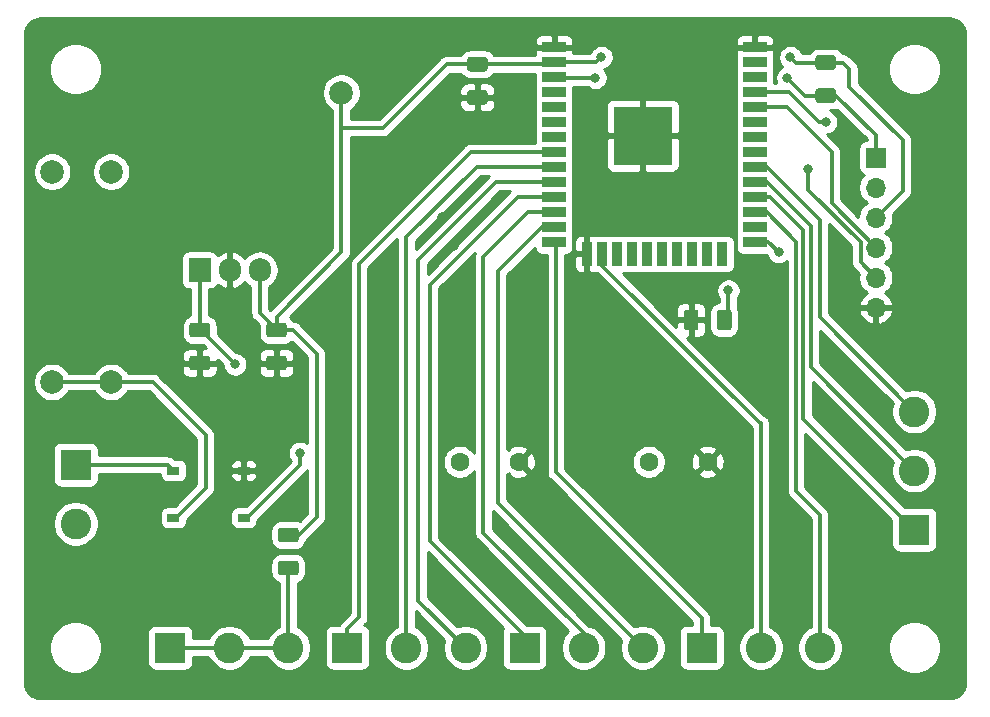
<source format=gbr>
G04 #@! TF.GenerationSoftware,KiCad,Pcbnew,(5.1.6)-1*
G04 #@! TF.CreationDate,2020-06-28T20:31:21-04:00*
G04 #@! TF.ProjectId,alarmbuddy,616c6172-6d62-4756-9464-792e6b696361,rev?*
G04 #@! TF.SameCoordinates,Original*
G04 #@! TF.FileFunction,Copper,L1,Top*
G04 #@! TF.FilePolarity,Positive*
%FSLAX46Y46*%
G04 Gerber Fmt 4.6, Leading zero omitted, Abs format (unit mm)*
G04 Created by KiCad (PCBNEW (5.1.6)-1) date 2020-06-28 20:31:21*
%MOMM*%
%LPD*%
G01*
G04 APERTURE LIST*
G04 #@! TA.AperFunction,ComponentPad*
%ADD10O,1.905000X2.000000*%
G04 #@! TD*
G04 #@! TA.AperFunction,ComponentPad*
%ADD11R,1.905000X2.000000*%
G04 #@! TD*
G04 #@! TA.AperFunction,ComponentPad*
%ADD12C,2.000000*%
G04 #@! TD*
G04 #@! TA.AperFunction,ComponentPad*
%ADD13C,1.600000*%
G04 #@! TD*
G04 #@! TA.AperFunction,SMDPad,CuDef*
%ADD14C,2.000000*%
G04 #@! TD*
G04 #@! TA.AperFunction,ComponentPad*
%ADD15C,2.600000*%
G04 #@! TD*
G04 #@! TA.AperFunction,ComponentPad*
%ADD16R,2.600000X2.600000*%
G04 #@! TD*
G04 #@! TA.AperFunction,SMDPad,CuDef*
%ADD17R,2.000000X0.900000*%
G04 #@! TD*
G04 #@! TA.AperFunction,SMDPad,CuDef*
%ADD18R,0.900000X2.000000*%
G04 #@! TD*
G04 #@! TA.AperFunction,SMDPad,CuDef*
%ADD19R,5.000000X5.000000*%
G04 #@! TD*
G04 #@! TA.AperFunction,ComponentPad*
%ADD20R,1.700000X1.700000*%
G04 #@! TD*
G04 #@! TA.AperFunction,ComponentPad*
%ADD21O,1.700000X1.700000*%
G04 #@! TD*
G04 #@! TA.AperFunction,SMDPad,CuDef*
%ADD22R,1.000000X0.700000*%
G04 #@! TD*
G04 #@! TA.AperFunction,ViaPad*
%ADD23C,0.800000*%
G04 #@! TD*
G04 #@! TA.AperFunction,Conductor*
%ADD24C,0.300000*%
G04 #@! TD*
G04 #@! TA.AperFunction,Conductor*
%ADD25C,0.254000*%
G04 #@! TD*
G04 APERTURE END LIST*
D10*
X45580000Y-52000000D03*
X43040000Y-52000000D03*
D11*
X40500000Y-52000000D03*
D12*
X33000000Y-43700000D03*
X28000000Y-43700000D03*
X28000000Y-61500000D03*
X33000000Y-61500000D03*
G04 #@! TA.AperFunction,SMDPad,CuDef*
G36*
G01*
X46375000Y-59275000D02*
X47625000Y-59275000D01*
G75*
G02*
X47875000Y-59525000I0J-250000D01*
G01*
X47875000Y-60275000D01*
G75*
G02*
X47625000Y-60525000I-250000J0D01*
G01*
X46375000Y-60525000D01*
G75*
G02*
X46125000Y-60275000I0J250000D01*
G01*
X46125000Y-59525000D01*
G75*
G02*
X46375000Y-59275000I250000J0D01*
G01*
G37*
G04 #@! TD.AperFunction*
G04 #@! TA.AperFunction,SMDPad,CuDef*
G36*
G01*
X46375000Y-56475000D02*
X47625000Y-56475000D01*
G75*
G02*
X47875000Y-56725000I0J-250000D01*
G01*
X47875000Y-57475000D01*
G75*
G02*
X47625000Y-57725000I-250000J0D01*
G01*
X46375000Y-57725000D01*
G75*
G02*
X46125000Y-57475000I0J250000D01*
G01*
X46125000Y-56725000D01*
G75*
G02*
X46375000Y-56475000I250000J0D01*
G01*
G37*
G04 #@! TD.AperFunction*
G04 #@! TA.AperFunction,SMDPad,CuDef*
G36*
G01*
X39875000Y-59275000D02*
X41125000Y-59275000D01*
G75*
G02*
X41375000Y-59525000I0J-250000D01*
G01*
X41375000Y-60275000D01*
G75*
G02*
X41125000Y-60525000I-250000J0D01*
G01*
X39875000Y-60525000D01*
G75*
G02*
X39625000Y-60275000I0J250000D01*
G01*
X39625000Y-59525000D01*
G75*
G02*
X39875000Y-59275000I250000J0D01*
G01*
G37*
G04 #@! TD.AperFunction*
G04 #@! TA.AperFunction,SMDPad,CuDef*
G36*
G01*
X39875000Y-56475000D02*
X41125000Y-56475000D01*
G75*
G02*
X41375000Y-56725000I0J-250000D01*
G01*
X41375000Y-57475000D01*
G75*
G02*
X41125000Y-57725000I-250000J0D01*
G01*
X39875000Y-57725000D01*
G75*
G02*
X39625000Y-57475000I0J250000D01*
G01*
X39625000Y-56725000D01*
G75*
G02*
X39875000Y-56475000I250000J0D01*
G01*
G37*
G04 #@! TD.AperFunction*
D13*
X83500000Y-68250000D03*
X78500000Y-68250000D03*
X67500000Y-68250000D03*
X62500000Y-68250000D03*
D14*
X52500000Y-37000000D03*
G04 #@! TA.AperFunction,SMDPad,CuDef*
G36*
G01*
X47375000Y-76625000D02*
X48625000Y-76625000D01*
G75*
G02*
X48875000Y-76875000I0J-250000D01*
G01*
X48875000Y-77625000D01*
G75*
G02*
X48625000Y-77875000I-250000J0D01*
G01*
X47375000Y-77875000D01*
G75*
G02*
X47125000Y-77625000I0J250000D01*
G01*
X47125000Y-76875000D01*
G75*
G02*
X47375000Y-76625000I250000J0D01*
G01*
G37*
G04 #@! TD.AperFunction*
G04 #@! TA.AperFunction,SMDPad,CuDef*
G36*
G01*
X47375000Y-73825000D02*
X48625000Y-73825000D01*
G75*
G02*
X48875000Y-74075000I0J-250000D01*
G01*
X48875000Y-74825000D01*
G75*
G02*
X48625000Y-75075000I-250000J0D01*
G01*
X47375000Y-75075000D01*
G75*
G02*
X47125000Y-74825000I0J250000D01*
G01*
X47125000Y-74075000D01*
G75*
G02*
X47375000Y-73825000I250000J0D01*
G01*
G37*
G04 #@! TD.AperFunction*
D15*
X101000000Y-64000000D03*
X101000000Y-69000000D03*
D16*
X101000000Y-74000000D03*
D15*
X93000000Y-84000000D03*
X88000000Y-84000000D03*
D16*
X83000000Y-84000000D03*
D15*
X78000000Y-84000000D03*
X73000000Y-84000000D03*
D16*
X68000000Y-84000000D03*
D15*
X63000000Y-84000000D03*
X58000000Y-84000000D03*
D16*
X53000000Y-84000000D03*
G04 #@! TA.AperFunction,SMDPad,CuDef*
G36*
G01*
X84275000Y-56875000D02*
X84275000Y-55625000D01*
G75*
G02*
X84525000Y-55375000I250000J0D01*
G01*
X85275000Y-55375000D01*
G75*
G02*
X85525000Y-55625000I0J-250000D01*
G01*
X85525000Y-56875000D01*
G75*
G02*
X85275000Y-57125000I-250000J0D01*
G01*
X84525000Y-57125000D01*
G75*
G02*
X84275000Y-56875000I0J250000D01*
G01*
G37*
G04 #@! TD.AperFunction*
G04 #@! TA.AperFunction,SMDPad,CuDef*
G36*
G01*
X81475000Y-56875000D02*
X81475000Y-55625000D01*
G75*
G02*
X81725000Y-55375000I250000J0D01*
G01*
X82475000Y-55375000D01*
G75*
G02*
X82725000Y-55625000I0J-250000D01*
G01*
X82725000Y-56875000D01*
G75*
G02*
X82475000Y-57125000I-250000J0D01*
G01*
X81725000Y-57125000D01*
G75*
G02*
X81475000Y-56875000I0J250000D01*
G01*
G37*
G04 #@! TD.AperFunction*
D17*
X87500000Y-33140000D03*
X87500000Y-34410000D03*
X87500000Y-35680000D03*
X87500000Y-36950000D03*
X87500000Y-38220000D03*
X87500000Y-39490000D03*
X87500000Y-40760000D03*
X87500000Y-42030000D03*
X87500000Y-43300000D03*
X87500000Y-44570000D03*
X87500000Y-45840000D03*
X87500000Y-47110000D03*
X87500000Y-48380000D03*
X87500000Y-49650000D03*
D18*
X84715000Y-50650000D03*
X83445000Y-50650000D03*
X82175000Y-50650000D03*
X80905000Y-50650000D03*
X79635000Y-50650000D03*
X78365000Y-50650000D03*
X77095000Y-50650000D03*
X75825000Y-50650000D03*
X74555000Y-50650000D03*
X73285000Y-50650000D03*
D17*
X70500000Y-49650000D03*
X70500000Y-48380000D03*
X70500000Y-47110000D03*
X70500000Y-45840000D03*
X70500000Y-44570000D03*
X70500000Y-43300000D03*
X70500000Y-42030000D03*
X70500000Y-40760000D03*
X70500000Y-39490000D03*
X70500000Y-38220000D03*
X70500000Y-36950000D03*
X70500000Y-35680000D03*
X70500000Y-34410000D03*
X70500000Y-33140000D03*
D19*
X78000000Y-40640000D03*
G04 #@! TA.AperFunction,SMDPad,CuDef*
G36*
G01*
X94125000Y-35075000D02*
X92875000Y-35075000D01*
G75*
G02*
X92625000Y-34825000I0J250000D01*
G01*
X92625000Y-34075000D01*
G75*
G02*
X92875000Y-33825000I250000J0D01*
G01*
X94125000Y-33825000D01*
G75*
G02*
X94375000Y-34075000I0J-250000D01*
G01*
X94375000Y-34825000D01*
G75*
G02*
X94125000Y-35075000I-250000J0D01*
G01*
G37*
G04 #@! TD.AperFunction*
G04 #@! TA.AperFunction,SMDPad,CuDef*
G36*
G01*
X94125000Y-37875000D02*
X92875000Y-37875000D01*
G75*
G02*
X92625000Y-37625000I0J250000D01*
G01*
X92625000Y-36875000D01*
G75*
G02*
X92875000Y-36625000I250000J0D01*
G01*
X94125000Y-36625000D01*
G75*
G02*
X94375000Y-36875000I0J-250000D01*
G01*
X94375000Y-37625000D01*
G75*
G02*
X94125000Y-37875000I-250000J0D01*
G01*
G37*
G04 #@! TD.AperFunction*
D16*
X38000000Y-84000000D03*
D15*
X43000000Y-84000000D03*
X48000000Y-84000000D03*
D20*
X97750000Y-42500000D03*
D21*
X97750000Y-45040000D03*
X97750000Y-47580000D03*
X97750000Y-50120000D03*
X97750000Y-52660000D03*
X97750000Y-55200000D03*
D15*
X30000000Y-73500000D03*
D16*
X30000000Y-68500000D03*
D22*
X38275000Y-73000000D03*
X38275000Y-69000000D03*
X44225000Y-69000000D03*
X44225000Y-73000000D03*
G04 #@! TA.AperFunction,SMDPad,CuDef*
G36*
G01*
X64625000Y-35225000D02*
X63375000Y-35225000D01*
G75*
G02*
X63125000Y-34975000I0J250000D01*
G01*
X63125000Y-34225000D01*
G75*
G02*
X63375000Y-33975000I250000J0D01*
G01*
X64625000Y-33975000D01*
G75*
G02*
X64875000Y-34225000I0J-250000D01*
G01*
X64875000Y-34975000D01*
G75*
G02*
X64625000Y-35225000I-250000J0D01*
G01*
G37*
G04 #@! TD.AperFunction*
G04 #@! TA.AperFunction,SMDPad,CuDef*
G36*
G01*
X64625000Y-38025000D02*
X63375000Y-38025000D01*
G75*
G02*
X63125000Y-37775000I0J250000D01*
G01*
X63125000Y-37025000D01*
G75*
G02*
X63375000Y-36775000I250000J0D01*
G01*
X64625000Y-36775000D01*
G75*
G02*
X64875000Y-37025000I0J-250000D01*
G01*
X64875000Y-37775000D01*
G75*
G02*
X64625000Y-38025000I-250000J0D01*
G01*
G37*
G04 #@! TD.AperFunction*
D23*
X73750000Y-42250000D03*
X78250000Y-48000000D03*
X83000000Y-43500000D03*
X104000000Y-45000000D03*
X103750000Y-57250000D03*
X101000000Y-78750000D03*
X90500000Y-74500000D03*
X82500000Y-72000000D03*
X81000000Y-64000000D03*
X63000000Y-63750000D03*
X68000000Y-71500000D03*
X62500000Y-71750000D03*
X52000000Y-72000000D03*
X68750000Y-59750000D03*
X73250000Y-74000000D03*
X61250000Y-77750000D03*
X93000000Y-69500000D03*
X88250000Y-60250000D03*
X75000000Y-58750000D03*
X95500000Y-40000000D03*
X95250000Y-54750000D03*
X61000000Y-47500000D03*
X62000000Y-50000000D03*
X62500000Y-54500000D03*
X56000000Y-53000000D03*
X50000000Y-49000000D03*
X50000000Y-43500000D03*
X45000000Y-43000000D03*
X40000000Y-43000000D03*
X36000000Y-43500000D03*
X36500000Y-49500000D03*
X57500000Y-43000000D03*
X57500000Y-34500000D03*
X36500000Y-37500000D03*
X33000000Y-53000000D03*
X28500000Y-53500000D03*
X34500000Y-78500000D03*
X52500000Y-75500000D03*
X56500000Y-62500000D03*
X52500000Y-63000000D03*
X51500000Y-55000000D03*
X67000000Y-33000000D03*
X67000000Y-39000000D03*
X43500000Y-55500000D03*
X44000000Y-62500000D03*
X46000000Y-67000000D03*
X36500000Y-56000000D03*
X46500000Y-69500000D03*
X43500000Y-60000000D03*
X48999992Y-67500000D03*
X90500000Y-34000000D03*
X74500000Y-34000000D03*
X92000000Y-43500000D03*
X93500000Y-39500000D03*
X89500000Y-50500000D03*
X74000000Y-35750000D03*
X90250000Y-35750000D03*
X85250000Y-53750000D03*
D24*
X44225000Y-69000000D02*
X46000000Y-69000000D01*
X46000000Y-69000000D02*
X46500000Y-69500000D01*
X40600000Y-57100000D02*
X40500000Y-57100000D01*
X43500000Y-60000000D02*
X40600000Y-57100000D01*
X40500000Y-57100000D02*
X40500000Y-52000000D01*
X48999992Y-68500008D02*
X48999992Y-67500000D01*
X44500000Y-73000000D02*
X48999992Y-68500008D01*
X44225000Y-73000000D02*
X44500000Y-73000000D01*
X45580000Y-55680000D02*
X47000000Y-57100000D01*
X45580000Y-52000000D02*
X45580000Y-55680000D01*
X61400000Y-34600000D02*
X64000000Y-34600000D01*
X47000000Y-56000000D02*
X52500000Y-50500000D01*
X47000000Y-57100000D02*
X47000000Y-56000000D01*
X52500000Y-50500000D02*
X52500000Y-40000000D01*
X56000000Y-40000000D02*
X61400000Y-34600000D01*
X52500000Y-40000000D02*
X56000000Y-40000000D01*
X70310000Y-34600000D02*
X70500000Y-34410000D01*
X64000000Y-34600000D02*
X70310000Y-34600000D01*
X52500000Y-37000000D02*
X52500000Y-40000000D01*
X93500000Y-34450000D02*
X90950000Y-34450000D01*
X90950000Y-34450000D02*
X90500000Y-34000000D01*
X74090000Y-34410000D02*
X70500000Y-34410000D01*
X74500000Y-34000000D02*
X74090000Y-34410000D01*
X50399999Y-72925001D02*
X48875000Y-74450000D01*
X48875000Y-74450000D02*
X48000000Y-74450000D01*
X50399999Y-59100001D02*
X50399999Y-72925001D01*
X47000000Y-57100000D02*
X48399998Y-57100000D01*
X48399998Y-57100000D02*
X50399999Y-59100001D01*
X97750000Y-47580000D02*
X100000000Y-45330000D01*
X100000000Y-45330000D02*
X100000000Y-41000000D01*
X100000000Y-41000000D02*
X95500000Y-36500000D01*
X95500000Y-36500000D02*
X95500000Y-35000000D01*
X94950000Y-34450000D02*
X93500000Y-34450000D01*
X95500000Y-35000000D02*
X94950000Y-34450000D01*
X28000000Y-61500000D02*
X33000000Y-61500000D01*
X38275000Y-73000000D02*
X38500000Y-73000000D01*
X38500000Y-73000000D02*
X41000000Y-70500000D01*
X41000000Y-70500000D02*
X41000000Y-66000000D01*
X36500000Y-61500000D02*
X33000000Y-61500000D01*
X41000000Y-66000000D02*
X36500000Y-61500000D01*
X37775000Y-68500000D02*
X38275000Y-69000000D01*
X30000000Y-68500000D02*
X37775000Y-68500000D01*
X97750000Y-50120000D02*
X94000000Y-46370000D01*
X94000000Y-46370000D02*
X94000000Y-42000000D01*
X90220000Y-38220000D02*
X87500000Y-38220000D01*
X94000000Y-42000000D02*
X90220000Y-38220000D01*
X96449999Y-49668541D02*
X92000000Y-45218542D01*
X97750000Y-52660000D02*
X96449999Y-51359999D01*
X96449999Y-51359999D02*
X96449999Y-49668541D01*
X92000000Y-45218542D02*
X92000000Y-43500000D01*
X90384315Y-36950000D02*
X87500000Y-36950000D01*
X92934315Y-39500000D02*
X90384315Y-36950000D01*
X93500000Y-39500000D02*
X92934315Y-39500000D01*
X87500000Y-49650000D02*
X88650000Y-49650000D01*
X88650000Y-49650000D02*
X89500000Y-50500000D01*
X70570000Y-35750000D02*
X70500000Y-35680000D01*
X74000000Y-35750000D02*
X70570000Y-35750000D01*
X93500000Y-37250000D02*
X91750000Y-37250000D01*
X91750000Y-37250000D02*
X90250000Y-35750000D01*
X85250000Y-55900000D02*
X84900000Y-56250000D01*
X85250000Y-53750000D02*
X85250000Y-55900000D01*
X97750000Y-40625000D02*
X97750000Y-42500000D01*
X94375000Y-37250000D02*
X97750000Y-40625000D01*
X93500000Y-37250000D02*
X94375000Y-37250000D01*
X38000000Y-84000000D02*
X43000000Y-84000000D01*
X43000000Y-84000000D02*
X48000000Y-84000000D01*
X48000000Y-77250000D02*
X48000000Y-84000000D01*
X59000000Y-80000000D02*
X63000000Y-84000000D01*
X59000000Y-51160034D02*
X59000000Y-80000000D01*
X70500000Y-44570000D02*
X65590034Y-44570000D01*
X65590034Y-44570000D02*
X59000000Y-51160034D01*
X58000000Y-75750000D02*
X58000000Y-84000000D01*
X58000000Y-49250000D02*
X58000000Y-75750000D01*
X63950000Y-43300000D02*
X58000000Y-49250000D01*
X70500000Y-43300000D02*
X63950000Y-43300000D01*
X53000000Y-82400000D02*
X53000000Y-84000000D01*
X54000000Y-51500000D02*
X54000000Y-81400000D01*
X54000000Y-81400000D02*
X53000000Y-82400000D01*
X70500000Y-42030000D02*
X63470000Y-42030000D01*
X63470000Y-42030000D02*
X54000000Y-51500000D01*
X69509998Y-48380000D02*
X70500000Y-48380000D01*
X65750000Y-52139998D02*
X69509998Y-48380000D01*
X78000000Y-84000000D02*
X65750000Y-71750000D01*
X65750000Y-71750000D02*
X65750000Y-52139998D01*
X73000000Y-82750000D02*
X73000000Y-84000000D01*
X64500000Y-74250000D02*
X73000000Y-82750000D01*
X64500000Y-50889966D02*
X64500000Y-74250000D01*
X70500000Y-47110000D02*
X68279966Y-47110000D01*
X68279966Y-47110000D02*
X64500000Y-50889966D01*
X60000000Y-75000000D02*
X68000000Y-83000000D01*
X70500000Y-45840000D02*
X67410000Y-45840000D01*
X68000000Y-83000000D02*
X68000000Y-84000000D01*
X60000000Y-53250000D02*
X60000000Y-75000000D01*
X67410000Y-45840000D02*
X60000000Y-53250000D01*
X88490002Y-47110000D02*
X91000000Y-49619998D01*
X93000000Y-72750000D02*
X93000000Y-84000000D01*
X91000000Y-49619998D02*
X91000000Y-70750000D01*
X91000000Y-70750000D02*
X93000000Y-72750000D01*
X87500000Y-47110000D02*
X88490002Y-47110000D01*
X88000000Y-84000000D02*
X88000000Y-65000000D01*
X74555000Y-51640002D02*
X74555000Y-50650000D01*
X87914998Y-65000000D02*
X74555000Y-51640002D01*
X88000000Y-65000000D02*
X87914998Y-65000000D01*
X70650000Y-49650000D02*
X70500000Y-49650000D01*
X70650000Y-69150000D02*
X70650000Y-49650000D01*
X83000000Y-84000000D02*
X83000000Y-81500000D01*
X83000000Y-81500000D02*
X70650000Y-69150000D01*
X88490002Y-44570000D02*
X92250000Y-48329998D01*
X87500000Y-44570000D02*
X88490002Y-44570000D01*
X92250000Y-60250000D02*
X101000000Y-69000000D01*
X92250000Y-48329998D02*
X92250000Y-60250000D01*
X91600011Y-48640011D02*
X91600011Y-64600011D01*
X91600011Y-64600011D02*
X101000000Y-74000000D01*
X88800000Y-45840000D02*
X91600011Y-48640011D01*
X87500000Y-45840000D02*
X88800000Y-45840000D01*
X93000000Y-56000000D02*
X101000000Y-64000000D01*
X93000000Y-47809998D02*
X93000000Y-56000000D01*
X87500000Y-43300000D02*
X88490002Y-43300000D01*
X88490002Y-43300000D02*
X93000000Y-47809998D01*
D25*
G36*
X104249899Y-30737907D02*
G01*
X104490285Y-30810484D01*
X104711991Y-30928368D01*
X104906577Y-31087068D01*
X105066635Y-31280545D01*
X105186064Y-31501424D01*
X105260317Y-31741297D01*
X105290000Y-32023716D01*
X105290001Y-86965269D01*
X105262093Y-87249899D01*
X105189517Y-87490282D01*
X105071633Y-87711989D01*
X104912929Y-87906580D01*
X104719455Y-88066635D01*
X104498576Y-88186064D01*
X104258701Y-88260317D01*
X103976291Y-88290000D01*
X27034721Y-88290000D01*
X26750101Y-88262093D01*
X26509718Y-88189517D01*
X26288011Y-88071633D01*
X26093420Y-87912929D01*
X25933365Y-87719455D01*
X25813936Y-87498576D01*
X25739683Y-87258701D01*
X25710000Y-86976291D01*
X25710000Y-83779872D01*
X27765000Y-83779872D01*
X27765000Y-84220128D01*
X27850890Y-84651925D01*
X28019369Y-85058669D01*
X28263962Y-85424729D01*
X28575271Y-85736038D01*
X28941331Y-85980631D01*
X29348075Y-86149110D01*
X29779872Y-86235000D01*
X30220128Y-86235000D01*
X30651925Y-86149110D01*
X31058669Y-85980631D01*
X31424729Y-85736038D01*
X31736038Y-85424729D01*
X31980631Y-85058669D01*
X32149110Y-84651925D01*
X32235000Y-84220128D01*
X32235000Y-83779872D01*
X32149110Y-83348075D01*
X31980631Y-82941331D01*
X31819380Y-82700000D01*
X36061928Y-82700000D01*
X36061928Y-85300000D01*
X36074188Y-85424482D01*
X36110498Y-85544180D01*
X36169463Y-85654494D01*
X36248815Y-85751185D01*
X36345506Y-85830537D01*
X36455820Y-85889502D01*
X36575518Y-85925812D01*
X36700000Y-85938072D01*
X39300000Y-85938072D01*
X39424482Y-85925812D01*
X39544180Y-85889502D01*
X39654494Y-85830537D01*
X39751185Y-85751185D01*
X39830537Y-85654494D01*
X39889502Y-85544180D01*
X39925812Y-85424482D01*
X39938072Y-85300000D01*
X39938072Y-84785000D01*
X41230729Y-84785000D01*
X41285225Y-84916566D01*
X41496987Y-85233491D01*
X41766509Y-85503013D01*
X42083434Y-85714775D01*
X42435581Y-85860639D01*
X42809419Y-85935000D01*
X43190581Y-85935000D01*
X43564419Y-85860639D01*
X43916566Y-85714775D01*
X44233491Y-85503013D01*
X44503013Y-85233491D01*
X44714775Y-84916566D01*
X44769271Y-84785000D01*
X46230729Y-84785000D01*
X46285225Y-84916566D01*
X46496987Y-85233491D01*
X46766509Y-85503013D01*
X47083434Y-85714775D01*
X47435581Y-85860639D01*
X47809419Y-85935000D01*
X48190581Y-85935000D01*
X48564419Y-85860639D01*
X48916566Y-85714775D01*
X49233491Y-85503013D01*
X49503013Y-85233491D01*
X49714775Y-84916566D01*
X49860639Y-84564419D01*
X49935000Y-84190581D01*
X49935000Y-83809419D01*
X49860639Y-83435581D01*
X49714775Y-83083434D01*
X49503013Y-82766509D01*
X49233491Y-82496987D01*
X48916566Y-82285225D01*
X48785000Y-82230729D01*
X48785000Y-78497313D01*
X48798254Y-78496008D01*
X48964850Y-78445472D01*
X49118386Y-78363405D01*
X49252962Y-78252962D01*
X49363405Y-78118386D01*
X49445472Y-77964850D01*
X49496008Y-77798254D01*
X49513072Y-77625000D01*
X49513072Y-76875000D01*
X49496008Y-76701746D01*
X49445472Y-76535150D01*
X49363405Y-76381614D01*
X49252962Y-76247038D01*
X49118386Y-76136595D01*
X48964850Y-76054528D01*
X48798254Y-76003992D01*
X48625000Y-75986928D01*
X47375000Y-75986928D01*
X47201746Y-76003992D01*
X47035150Y-76054528D01*
X46881614Y-76136595D01*
X46747038Y-76247038D01*
X46636595Y-76381614D01*
X46554528Y-76535150D01*
X46503992Y-76701746D01*
X46486928Y-76875000D01*
X46486928Y-77625000D01*
X46503992Y-77798254D01*
X46554528Y-77964850D01*
X46636595Y-78118386D01*
X46747038Y-78252962D01*
X46881614Y-78363405D01*
X47035150Y-78445472D01*
X47201746Y-78496008D01*
X47215000Y-78497313D01*
X47215001Y-82230728D01*
X47083434Y-82285225D01*
X46766509Y-82496987D01*
X46496987Y-82766509D01*
X46285225Y-83083434D01*
X46230729Y-83215000D01*
X44769271Y-83215000D01*
X44714775Y-83083434D01*
X44503013Y-82766509D01*
X44233491Y-82496987D01*
X43916566Y-82285225D01*
X43564419Y-82139361D01*
X43190581Y-82065000D01*
X42809419Y-82065000D01*
X42435581Y-82139361D01*
X42083434Y-82285225D01*
X41766509Y-82496987D01*
X41496987Y-82766509D01*
X41285225Y-83083434D01*
X41230729Y-83215000D01*
X39938072Y-83215000D01*
X39938072Y-82700000D01*
X39925812Y-82575518D01*
X39889502Y-82455820D01*
X39830537Y-82345506D01*
X39751185Y-82248815D01*
X39654494Y-82169463D01*
X39544180Y-82110498D01*
X39424482Y-82074188D01*
X39300000Y-82061928D01*
X36700000Y-82061928D01*
X36575518Y-82074188D01*
X36455820Y-82110498D01*
X36345506Y-82169463D01*
X36248815Y-82248815D01*
X36169463Y-82345506D01*
X36110498Y-82455820D01*
X36074188Y-82575518D01*
X36061928Y-82700000D01*
X31819380Y-82700000D01*
X31736038Y-82575271D01*
X31424729Y-82263962D01*
X31058669Y-82019369D01*
X30651925Y-81850890D01*
X30220128Y-81765000D01*
X29779872Y-81765000D01*
X29348075Y-81850890D01*
X28941331Y-82019369D01*
X28575271Y-82263962D01*
X28263962Y-82575271D01*
X28019369Y-82941331D01*
X27850890Y-83348075D01*
X27765000Y-83779872D01*
X25710000Y-83779872D01*
X25710000Y-73309419D01*
X28065000Y-73309419D01*
X28065000Y-73690581D01*
X28139361Y-74064419D01*
X28285225Y-74416566D01*
X28496987Y-74733491D01*
X28766509Y-75003013D01*
X29083434Y-75214775D01*
X29435581Y-75360639D01*
X29809419Y-75435000D01*
X30190581Y-75435000D01*
X30564419Y-75360639D01*
X30916566Y-75214775D01*
X31233491Y-75003013D01*
X31503013Y-74733491D01*
X31714775Y-74416566D01*
X31860639Y-74064419D01*
X31935000Y-73690581D01*
X31935000Y-73309419D01*
X31860639Y-72935581D01*
X31714775Y-72583434D01*
X31503013Y-72266509D01*
X31233491Y-71996987D01*
X30916566Y-71785225D01*
X30564419Y-71639361D01*
X30190581Y-71565000D01*
X29809419Y-71565000D01*
X29435581Y-71639361D01*
X29083434Y-71785225D01*
X28766509Y-71996987D01*
X28496987Y-72266509D01*
X28285225Y-72583434D01*
X28139361Y-72935581D01*
X28065000Y-73309419D01*
X25710000Y-73309419D01*
X25710000Y-67200000D01*
X28061928Y-67200000D01*
X28061928Y-69800000D01*
X28074188Y-69924482D01*
X28110498Y-70044180D01*
X28169463Y-70154494D01*
X28248815Y-70251185D01*
X28345506Y-70330537D01*
X28455820Y-70389502D01*
X28575518Y-70425812D01*
X28700000Y-70438072D01*
X31300000Y-70438072D01*
X31424482Y-70425812D01*
X31544180Y-70389502D01*
X31654494Y-70330537D01*
X31751185Y-70251185D01*
X31830537Y-70154494D01*
X31889502Y-70044180D01*
X31925812Y-69924482D01*
X31938072Y-69800000D01*
X31938072Y-69285000D01*
X37136928Y-69285000D01*
X37136928Y-69350000D01*
X37149188Y-69474482D01*
X37185498Y-69594180D01*
X37244463Y-69704494D01*
X37323815Y-69801185D01*
X37420506Y-69880537D01*
X37530820Y-69939502D01*
X37650518Y-69975812D01*
X37775000Y-69988072D01*
X38775000Y-69988072D01*
X38899482Y-69975812D01*
X39019180Y-69939502D01*
X39129494Y-69880537D01*
X39226185Y-69801185D01*
X39305537Y-69704494D01*
X39364502Y-69594180D01*
X39400812Y-69474482D01*
X39413072Y-69350000D01*
X39413072Y-68650000D01*
X39400812Y-68525518D01*
X39364502Y-68405820D01*
X39305537Y-68295506D01*
X39226185Y-68198815D01*
X39129494Y-68119463D01*
X39019180Y-68060498D01*
X38899482Y-68024188D01*
X38775000Y-68011928D01*
X38397085Y-68011928D01*
X38357347Y-67972190D01*
X38332764Y-67942236D01*
X38213233Y-67844138D01*
X38076860Y-67771246D01*
X37928887Y-67726359D01*
X37813561Y-67715000D01*
X37813553Y-67715000D01*
X37775000Y-67711203D01*
X37736447Y-67715000D01*
X31938072Y-67715000D01*
X31938072Y-67200000D01*
X31925812Y-67075518D01*
X31889502Y-66955820D01*
X31830537Y-66845506D01*
X31751185Y-66748815D01*
X31654494Y-66669463D01*
X31544180Y-66610498D01*
X31424482Y-66574188D01*
X31300000Y-66561928D01*
X28700000Y-66561928D01*
X28575518Y-66574188D01*
X28455820Y-66610498D01*
X28345506Y-66669463D01*
X28248815Y-66748815D01*
X28169463Y-66845506D01*
X28110498Y-66955820D01*
X28074188Y-67075518D01*
X28061928Y-67200000D01*
X25710000Y-67200000D01*
X25710000Y-61338967D01*
X26365000Y-61338967D01*
X26365000Y-61661033D01*
X26427832Y-61976912D01*
X26551082Y-62274463D01*
X26730013Y-62542252D01*
X26957748Y-62769987D01*
X27225537Y-62948918D01*
X27523088Y-63072168D01*
X27838967Y-63135000D01*
X28161033Y-63135000D01*
X28476912Y-63072168D01*
X28774463Y-62948918D01*
X29042252Y-62769987D01*
X29269987Y-62542252D01*
X29441877Y-62285000D01*
X31558123Y-62285000D01*
X31730013Y-62542252D01*
X31957748Y-62769987D01*
X32225537Y-62948918D01*
X32523088Y-63072168D01*
X32838967Y-63135000D01*
X33161033Y-63135000D01*
X33476912Y-63072168D01*
X33774463Y-62948918D01*
X34042252Y-62769987D01*
X34269987Y-62542252D01*
X34441877Y-62285000D01*
X36174843Y-62285000D01*
X40215001Y-66325159D01*
X40215000Y-70174842D01*
X38377915Y-72011928D01*
X37775000Y-72011928D01*
X37650518Y-72024188D01*
X37530820Y-72060498D01*
X37420506Y-72119463D01*
X37323815Y-72198815D01*
X37244463Y-72295506D01*
X37185498Y-72405820D01*
X37149188Y-72525518D01*
X37136928Y-72650000D01*
X37136928Y-73350000D01*
X37149188Y-73474482D01*
X37185498Y-73594180D01*
X37244463Y-73704494D01*
X37323815Y-73801185D01*
X37420506Y-73880537D01*
X37530820Y-73939502D01*
X37650518Y-73975812D01*
X37775000Y-73988072D01*
X38775000Y-73988072D01*
X38899482Y-73975812D01*
X39019180Y-73939502D01*
X39129494Y-73880537D01*
X39226185Y-73801185D01*
X39305537Y-73704494D01*
X39364502Y-73594180D01*
X39400812Y-73474482D01*
X39413072Y-73350000D01*
X39413072Y-73197085D01*
X39960157Y-72650000D01*
X43086928Y-72650000D01*
X43086928Y-73350000D01*
X43099188Y-73474482D01*
X43135498Y-73594180D01*
X43194463Y-73704494D01*
X43273815Y-73801185D01*
X43370506Y-73880537D01*
X43480820Y-73939502D01*
X43600518Y-73975812D01*
X43725000Y-73988072D01*
X44725000Y-73988072D01*
X44849482Y-73975812D01*
X44969180Y-73939502D01*
X45079494Y-73880537D01*
X45176185Y-73801185D01*
X45255537Y-73704494D01*
X45314502Y-73594180D01*
X45350812Y-73474482D01*
X45363072Y-73350000D01*
X45363072Y-73247085D01*
X49527803Y-69082354D01*
X49557756Y-69057772D01*
X49615000Y-68988021D01*
X49615000Y-72599842D01*
X48961370Y-73253472D01*
X48798254Y-73203992D01*
X48625000Y-73186928D01*
X47375000Y-73186928D01*
X47201746Y-73203992D01*
X47035150Y-73254528D01*
X46881614Y-73336595D01*
X46747038Y-73447038D01*
X46636595Y-73581614D01*
X46554528Y-73735150D01*
X46503992Y-73901746D01*
X46486928Y-74075000D01*
X46486928Y-74825000D01*
X46503992Y-74998254D01*
X46554528Y-75164850D01*
X46636595Y-75318386D01*
X46747038Y-75452962D01*
X46881614Y-75563405D01*
X47035150Y-75645472D01*
X47201746Y-75696008D01*
X47375000Y-75713072D01*
X48625000Y-75713072D01*
X48798254Y-75696008D01*
X48964850Y-75645472D01*
X49118386Y-75563405D01*
X49252962Y-75452962D01*
X49363405Y-75318386D01*
X49445472Y-75164850D01*
X49496008Y-74998254D01*
X49502465Y-74932692D01*
X50927815Y-73507343D01*
X50957763Y-73482765D01*
X51055861Y-73363234D01*
X51128753Y-73226861D01*
X51173640Y-73078888D01*
X51184999Y-72963562D01*
X51184999Y-72963555D01*
X51188796Y-72925002D01*
X51184999Y-72886449D01*
X51184999Y-59138557D01*
X51188796Y-59100001D01*
X51184999Y-59061441D01*
X51184999Y-59061440D01*
X51179418Y-59004774D01*
X51173641Y-58946114D01*
X51128753Y-58798141D01*
X51055861Y-58661768D01*
X50957763Y-58542237D01*
X50927810Y-58517655D01*
X48982345Y-56572190D01*
X48957762Y-56542236D01*
X48838231Y-56444138D01*
X48701858Y-56371246D01*
X48553885Y-56326359D01*
X48438559Y-56315000D01*
X48438551Y-56315000D01*
X48406277Y-56311821D01*
X48363405Y-56231614D01*
X48252962Y-56097038D01*
X48121229Y-55988928D01*
X53027812Y-51082345D01*
X53057764Y-51057764D01*
X53155862Y-50938233D01*
X53228754Y-50801860D01*
X53248104Y-50738072D01*
X53273642Y-50653887D01*
X53281785Y-50571202D01*
X53285000Y-50538561D01*
X53285000Y-50538556D01*
X53288797Y-50500000D01*
X53285000Y-50461444D01*
X53285000Y-40785000D01*
X55961447Y-40785000D01*
X56000000Y-40788797D01*
X56038553Y-40785000D01*
X56038561Y-40785000D01*
X56153887Y-40773641D01*
X56301860Y-40728754D01*
X56438233Y-40655862D01*
X56557764Y-40557764D01*
X56582347Y-40527810D01*
X59085157Y-38025000D01*
X62486928Y-38025000D01*
X62499188Y-38149482D01*
X62535498Y-38269180D01*
X62594463Y-38379494D01*
X62673815Y-38476185D01*
X62770506Y-38555537D01*
X62880820Y-38614502D01*
X63000518Y-38650812D01*
X63125000Y-38663072D01*
X63714250Y-38660000D01*
X63873000Y-38501250D01*
X63873000Y-37527000D01*
X64127000Y-37527000D01*
X64127000Y-38501250D01*
X64285750Y-38660000D01*
X64875000Y-38663072D01*
X64999482Y-38650812D01*
X65119180Y-38614502D01*
X65229494Y-38555537D01*
X65326185Y-38476185D01*
X65405537Y-38379494D01*
X65464502Y-38269180D01*
X65500812Y-38149482D01*
X65513072Y-38025000D01*
X65510000Y-37685750D01*
X65351250Y-37527000D01*
X64127000Y-37527000D01*
X63873000Y-37527000D01*
X62648750Y-37527000D01*
X62490000Y-37685750D01*
X62486928Y-38025000D01*
X59085157Y-38025000D01*
X60335157Y-36775000D01*
X62486928Y-36775000D01*
X62490000Y-37114250D01*
X62648750Y-37273000D01*
X63873000Y-37273000D01*
X63873000Y-36298750D01*
X64127000Y-36298750D01*
X64127000Y-37273000D01*
X65351250Y-37273000D01*
X65510000Y-37114250D01*
X65513072Y-36775000D01*
X65500812Y-36650518D01*
X65464502Y-36530820D01*
X65405537Y-36420506D01*
X65326185Y-36323815D01*
X65229494Y-36244463D01*
X65119180Y-36185498D01*
X64999482Y-36149188D01*
X64875000Y-36136928D01*
X64285750Y-36140000D01*
X64127000Y-36298750D01*
X63873000Y-36298750D01*
X63714250Y-36140000D01*
X63125000Y-36136928D01*
X63000518Y-36149188D01*
X62880820Y-36185498D01*
X62770506Y-36244463D01*
X62673815Y-36323815D01*
X62594463Y-36420506D01*
X62535498Y-36530820D01*
X62499188Y-36650518D01*
X62486928Y-36775000D01*
X60335157Y-36775000D01*
X61725158Y-35385000D01*
X62592024Y-35385000D01*
X62636595Y-35468386D01*
X62747038Y-35602962D01*
X62881614Y-35713405D01*
X63035150Y-35795472D01*
X63201746Y-35846008D01*
X63375000Y-35863072D01*
X64625000Y-35863072D01*
X64798254Y-35846008D01*
X64964850Y-35795472D01*
X65118386Y-35713405D01*
X65252962Y-35602962D01*
X65363405Y-35468386D01*
X65407976Y-35385000D01*
X68861928Y-35385000D01*
X68861928Y-36130000D01*
X68874188Y-36254482D01*
X68892546Y-36315000D01*
X68874188Y-36375518D01*
X68861928Y-36500000D01*
X68861928Y-37400000D01*
X68874188Y-37524482D01*
X68892546Y-37585000D01*
X68874188Y-37645518D01*
X68861928Y-37770000D01*
X68861928Y-38670000D01*
X68874188Y-38794482D01*
X68892546Y-38855000D01*
X68874188Y-38915518D01*
X68861928Y-39040000D01*
X68861928Y-39940000D01*
X68874188Y-40064482D01*
X68892546Y-40125000D01*
X68874188Y-40185518D01*
X68861928Y-40310000D01*
X68861928Y-41210000D01*
X68865375Y-41245000D01*
X63508552Y-41245000D01*
X63469999Y-41241203D01*
X63431446Y-41245000D01*
X63431439Y-41245000D01*
X63330490Y-41254943D01*
X63316112Y-41256359D01*
X63281672Y-41266806D01*
X63168140Y-41301246D01*
X63031767Y-41374138D01*
X62993163Y-41405820D01*
X62942187Y-41447655D01*
X62942184Y-41447658D01*
X62912236Y-41472236D01*
X62887658Y-41502184D01*
X53472190Y-50917653D01*
X53442236Y-50942236D01*
X53344138Y-51061768D01*
X53271246Y-51198141D01*
X53226359Y-51346114D01*
X53215000Y-51461440D01*
X53215000Y-51461447D01*
X53211203Y-51500000D01*
X53215000Y-51538553D01*
X53215001Y-81074842D01*
X52472190Y-81817653D01*
X52442236Y-81842236D01*
X52344138Y-81961768D01*
X52290602Y-82061928D01*
X51700000Y-82061928D01*
X51575518Y-82074188D01*
X51455820Y-82110498D01*
X51345506Y-82169463D01*
X51248815Y-82248815D01*
X51169463Y-82345506D01*
X51110498Y-82455820D01*
X51074188Y-82575518D01*
X51061928Y-82700000D01*
X51061928Y-85300000D01*
X51074188Y-85424482D01*
X51110498Y-85544180D01*
X51169463Y-85654494D01*
X51248815Y-85751185D01*
X51345506Y-85830537D01*
X51455820Y-85889502D01*
X51575518Y-85925812D01*
X51700000Y-85938072D01*
X54300000Y-85938072D01*
X54424482Y-85925812D01*
X54544180Y-85889502D01*
X54654494Y-85830537D01*
X54751185Y-85751185D01*
X54830537Y-85654494D01*
X54889502Y-85544180D01*
X54925812Y-85424482D01*
X54938072Y-85300000D01*
X54938072Y-82700000D01*
X54925812Y-82575518D01*
X54889502Y-82455820D01*
X54830537Y-82345506D01*
X54751185Y-82248815D01*
X54654494Y-82169463D01*
X54544180Y-82110498D01*
X54433295Y-82076862D01*
X54527810Y-81982347D01*
X54557764Y-81957764D01*
X54655862Y-81838233D01*
X54728754Y-81701860D01*
X54756255Y-81611202D01*
X54773642Y-81553887D01*
X54781020Y-81478974D01*
X54785000Y-81438561D01*
X54785000Y-81438556D01*
X54788797Y-81400000D01*
X54785000Y-81361444D01*
X54785000Y-51825157D01*
X57215000Y-49395157D01*
X57215001Y-75711430D01*
X57215000Y-75711440D01*
X57215001Y-82230728D01*
X57083434Y-82285225D01*
X56766509Y-82496987D01*
X56496987Y-82766509D01*
X56285225Y-83083434D01*
X56139361Y-83435581D01*
X56065000Y-83809419D01*
X56065000Y-84190581D01*
X56139361Y-84564419D01*
X56285225Y-84916566D01*
X56496987Y-85233491D01*
X56766509Y-85503013D01*
X57083434Y-85714775D01*
X57435581Y-85860639D01*
X57809419Y-85935000D01*
X58190581Y-85935000D01*
X58564419Y-85860639D01*
X58916566Y-85714775D01*
X59233491Y-85503013D01*
X59503013Y-85233491D01*
X59714775Y-84916566D01*
X59860639Y-84564419D01*
X59935000Y-84190581D01*
X59935000Y-83809419D01*
X59860639Y-83435581D01*
X59714775Y-83083434D01*
X59503013Y-82766509D01*
X59233491Y-82496987D01*
X58916566Y-82285225D01*
X58785000Y-82230729D01*
X58785000Y-80895157D01*
X61193857Y-83304015D01*
X61139361Y-83435581D01*
X61065000Y-83809419D01*
X61065000Y-84190581D01*
X61139361Y-84564419D01*
X61285225Y-84916566D01*
X61496987Y-85233491D01*
X61766509Y-85503013D01*
X62083434Y-85714775D01*
X62435581Y-85860639D01*
X62809419Y-85935000D01*
X63190581Y-85935000D01*
X63564419Y-85860639D01*
X63916566Y-85714775D01*
X64233491Y-85503013D01*
X64503013Y-85233491D01*
X64714775Y-84916566D01*
X64860639Y-84564419D01*
X64935000Y-84190581D01*
X64935000Y-83809419D01*
X64860639Y-83435581D01*
X64714775Y-83083434D01*
X64503013Y-82766509D01*
X64233491Y-82496987D01*
X63916566Y-82285225D01*
X63564419Y-82139361D01*
X63190581Y-82065000D01*
X62809419Y-82065000D01*
X62435581Y-82139361D01*
X62304015Y-82193857D01*
X59785000Y-79674843D01*
X59785000Y-75895157D01*
X66199161Y-82309319D01*
X66169463Y-82345506D01*
X66110498Y-82455820D01*
X66074188Y-82575518D01*
X66061928Y-82700000D01*
X66061928Y-85300000D01*
X66074188Y-85424482D01*
X66110498Y-85544180D01*
X66169463Y-85654494D01*
X66248815Y-85751185D01*
X66345506Y-85830537D01*
X66455820Y-85889502D01*
X66575518Y-85925812D01*
X66700000Y-85938072D01*
X69300000Y-85938072D01*
X69424482Y-85925812D01*
X69544180Y-85889502D01*
X69654494Y-85830537D01*
X69751185Y-85751185D01*
X69830537Y-85654494D01*
X69889502Y-85544180D01*
X69925812Y-85424482D01*
X69938072Y-85300000D01*
X69938072Y-82700000D01*
X69925812Y-82575518D01*
X69889502Y-82455820D01*
X69830537Y-82345506D01*
X69751185Y-82248815D01*
X69654494Y-82169463D01*
X69544180Y-82110498D01*
X69424482Y-82074188D01*
X69300000Y-82061928D01*
X68172086Y-82061928D01*
X60785000Y-74674843D01*
X60785000Y-53575157D01*
X63770896Y-50589262D01*
X63726359Y-50736080D01*
X63715000Y-50851406D01*
X63715000Y-50851413D01*
X63711203Y-50889966D01*
X63715000Y-50928519D01*
X63715001Y-67485446D01*
X63614637Y-67335241D01*
X63414759Y-67135363D01*
X63179727Y-66978320D01*
X62918574Y-66870147D01*
X62641335Y-66815000D01*
X62358665Y-66815000D01*
X62081426Y-66870147D01*
X61820273Y-66978320D01*
X61585241Y-67135363D01*
X61385363Y-67335241D01*
X61228320Y-67570273D01*
X61120147Y-67831426D01*
X61065000Y-68108665D01*
X61065000Y-68391335D01*
X61120147Y-68668574D01*
X61228320Y-68929727D01*
X61385363Y-69164759D01*
X61585241Y-69364637D01*
X61820273Y-69521680D01*
X62081426Y-69629853D01*
X62358665Y-69685000D01*
X62641335Y-69685000D01*
X62918574Y-69629853D01*
X63179727Y-69521680D01*
X63414759Y-69364637D01*
X63614637Y-69164759D01*
X63715001Y-69014554D01*
X63715001Y-74211437D01*
X63711203Y-74250000D01*
X63726359Y-74403886D01*
X63771246Y-74551859D01*
X63787541Y-74582345D01*
X63844139Y-74688233D01*
X63877394Y-74728754D01*
X63917655Y-74777812D01*
X63917659Y-74777816D01*
X63942237Y-74807764D01*
X63972185Y-74832342D01*
X71701669Y-82561827D01*
X71496987Y-82766509D01*
X71285225Y-83083434D01*
X71139361Y-83435581D01*
X71065000Y-83809419D01*
X71065000Y-84190581D01*
X71139361Y-84564419D01*
X71285225Y-84916566D01*
X71496987Y-85233491D01*
X71766509Y-85503013D01*
X72083434Y-85714775D01*
X72435581Y-85860639D01*
X72809419Y-85935000D01*
X73190581Y-85935000D01*
X73564419Y-85860639D01*
X73916566Y-85714775D01*
X74233491Y-85503013D01*
X74503013Y-85233491D01*
X74714775Y-84916566D01*
X74860639Y-84564419D01*
X74935000Y-84190581D01*
X74935000Y-83809419D01*
X74860639Y-83435581D01*
X74714775Y-83083434D01*
X74503013Y-82766509D01*
X74233491Y-82496987D01*
X73916566Y-82285225D01*
X73564419Y-82139361D01*
X73483404Y-82123246D01*
X65285000Y-73924843D01*
X65285000Y-72395157D01*
X76193857Y-83304015D01*
X76139361Y-83435581D01*
X76065000Y-83809419D01*
X76065000Y-84190581D01*
X76139361Y-84564419D01*
X76285225Y-84916566D01*
X76496987Y-85233491D01*
X76766509Y-85503013D01*
X77083434Y-85714775D01*
X77435581Y-85860639D01*
X77809419Y-85935000D01*
X78190581Y-85935000D01*
X78564419Y-85860639D01*
X78916566Y-85714775D01*
X79233491Y-85503013D01*
X79503013Y-85233491D01*
X79714775Y-84916566D01*
X79860639Y-84564419D01*
X79935000Y-84190581D01*
X79935000Y-83809419D01*
X79860639Y-83435581D01*
X79714775Y-83083434D01*
X79503013Y-82766509D01*
X79233491Y-82496987D01*
X78916566Y-82285225D01*
X78564419Y-82139361D01*
X78190581Y-82065000D01*
X77809419Y-82065000D01*
X77435581Y-82139361D01*
X77304015Y-82193857D01*
X66535000Y-71424843D01*
X66535000Y-69323347D01*
X66570630Y-69358977D01*
X66686903Y-69242704D01*
X66758486Y-69486671D01*
X67013996Y-69607571D01*
X67288184Y-69676300D01*
X67570512Y-69690217D01*
X67850130Y-69648787D01*
X68116292Y-69553603D01*
X68241514Y-69486671D01*
X68313097Y-69242702D01*
X67500000Y-68429605D01*
X67485858Y-68443748D01*
X67306253Y-68264143D01*
X67320395Y-68250000D01*
X67679605Y-68250000D01*
X68492702Y-69063097D01*
X68736671Y-68991514D01*
X68857571Y-68736004D01*
X68926300Y-68461816D01*
X68940217Y-68179488D01*
X68898787Y-67899870D01*
X68803603Y-67633708D01*
X68736671Y-67508486D01*
X68492702Y-67436903D01*
X67679605Y-68250000D01*
X67320395Y-68250000D01*
X67306253Y-68235858D01*
X67485858Y-68056253D01*
X67500000Y-68070395D01*
X68313097Y-67257298D01*
X68241514Y-67013329D01*
X67986004Y-66892429D01*
X67711816Y-66823700D01*
X67429488Y-66809783D01*
X67149870Y-66851213D01*
X66883708Y-66946397D01*
X66758486Y-67013329D01*
X66686903Y-67257296D01*
X66570630Y-67141023D01*
X66535000Y-67176653D01*
X66535000Y-52465155D01*
X68865355Y-50134800D01*
X68874188Y-50224482D01*
X68910498Y-50344180D01*
X68969463Y-50454494D01*
X69048815Y-50551185D01*
X69145506Y-50630537D01*
X69255820Y-50689502D01*
X69375518Y-50725812D01*
X69500000Y-50738072D01*
X69865001Y-50738072D01*
X69865000Y-69111447D01*
X69861203Y-69150000D01*
X69865000Y-69188553D01*
X69865000Y-69188560D01*
X69876359Y-69303886D01*
X69921246Y-69451859D01*
X69994138Y-69588232D01*
X70092236Y-69707764D01*
X70122190Y-69732347D01*
X82215001Y-81825159D01*
X82215001Y-82061928D01*
X81700000Y-82061928D01*
X81575518Y-82074188D01*
X81455820Y-82110498D01*
X81345506Y-82169463D01*
X81248815Y-82248815D01*
X81169463Y-82345506D01*
X81110498Y-82455820D01*
X81074188Y-82575518D01*
X81061928Y-82700000D01*
X81061928Y-85300000D01*
X81074188Y-85424482D01*
X81110498Y-85544180D01*
X81169463Y-85654494D01*
X81248815Y-85751185D01*
X81345506Y-85830537D01*
X81455820Y-85889502D01*
X81575518Y-85925812D01*
X81700000Y-85938072D01*
X84300000Y-85938072D01*
X84424482Y-85925812D01*
X84544180Y-85889502D01*
X84654494Y-85830537D01*
X84751185Y-85751185D01*
X84830537Y-85654494D01*
X84889502Y-85544180D01*
X84925812Y-85424482D01*
X84938072Y-85300000D01*
X84938072Y-82700000D01*
X84925812Y-82575518D01*
X84889502Y-82455820D01*
X84830537Y-82345506D01*
X84751185Y-82248815D01*
X84654494Y-82169463D01*
X84544180Y-82110498D01*
X84424482Y-82074188D01*
X84300000Y-82061928D01*
X83785000Y-82061928D01*
X83785000Y-81538552D01*
X83788797Y-81499999D01*
X83785000Y-81461446D01*
X83785000Y-81461439D01*
X83773641Y-81346113D01*
X83728754Y-81198140D01*
X83655862Y-81061767D01*
X83557764Y-80942236D01*
X83527816Y-80917658D01*
X71435000Y-68824843D01*
X71435000Y-68108665D01*
X77065000Y-68108665D01*
X77065000Y-68391335D01*
X77120147Y-68668574D01*
X77228320Y-68929727D01*
X77385363Y-69164759D01*
X77585241Y-69364637D01*
X77820273Y-69521680D01*
X78081426Y-69629853D01*
X78358665Y-69685000D01*
X78641335Y-69685000D01*
X78918574Y-69629853D01*
X79179727Y-69521680D01*
X79414759Y-69364637D01*
X79536694Y-69242702D01*
X82686903Y-69242702D01*
X82758486Y-69486671D01*
X83013996Y-69607571D01*
X83288184Y-69676300D01*
X83570512Y-69690217D01*
X83850130Y-69648787D01*
X84116292Y-69553603D01*
X84241514Y-69486671D01*
X84313097Y-69242702D01*
X83500000Y-68429605D01*
X82686903Y-69242702D01*
X79536694Y-69242702D01*
X79614637Y-69164759D01*
X79771680Y-68929727D01*
X79879853Y-68668574D01*
X79935000Y-68391335D01*
X79935000Y-68320512D01*
X82059783Y-68320512D01*
X82101213Y-68600130D01*
X82196397Y-68866292D01*
X82263329Y-68991514D01*
X82507298Y-69063097D01*
X83320395Y-68250000D01*
X83679605Y-68250000D01*
X84492702Y-69063097D01*
X84736671Y-68991514D01*
X84857571Y-68736004D01*
X84926300Y-68461816D01*
X84940217Y-68179488D01*
X84898787Y-67899870D01*
X84803603Y-67633708D01*
X84736671Y-67508486D01*
X84492702Y-67436903D01*
X83679605Y-68250000D01*
X83320395Y-68250000D01*
X82507298Y-67436903D01*
X82263329Y-67508486D01*
X82142429Y-67763996D01*
X82073700Y-68038184D01*
X82059783Y-68320512D01*
X79935000Y-68320512D01*
X79935000Y-68108665D01*
X79879853Y-67831426D01*
X79771680Y-67570273D01*
X79614637Y-67335241D01*
X79536694Y-67257298D01*
X82686903Y-67257298D01*
X83500000Y-68070395D01*
X84313097Y-67257298D01*
X84241514Y-67013329D01*
X83986004Y-66892429D01*
X83711816Y-66823700D01*
X83429488Y-66809783D01*
X83149870Y-66851213D01*
X82883708Y-66946397D01*
X82758486Y-67013329D01*
X82686903Y-67257298D01*
X79536694Y-67257298D01*
X79414759Y-67135363D01*
X79179727Y-66978320D01*
X78918574Y-66870147D01*
X78641335Y-66815000D01*
X78358665Y-66815000D01*
X78081426Y-66870147D01*
X77820273Y-66978320D01*
X77585241Y-67135363D01*
X77385363Y-67335241D01*
X77228320Y-67570273D01*
X77120147Y-67831426D01*
X77065000Y-68108665D01*
X71435000Y-68108665D01*
X71435000Y-51650000D01*
X72196928Y-51650000D01*
X72209188Y-51774482D01*
X72245498Y-51894180D01*
X72304463Y-52004494D01*
X72383815Y-52101185D01*
X72480506Y-52180537D01*
X72590820Y-52239502D01*
X72710518Y-52275812D01*
X72835000Y-52288072D01*
X72999250Y-52285000D01*
X73158000Y-52126250D01*
X73158000Y-50777000D01*
X72358750Y-50777000D01*
X72200000Y-50935750D01*
X72196928Y-51650000D01*
X71435000Y-51650000D01*
X71435000Y-50738072D01*
X71500000Y-50738072D01*
X71624482Y-50725812D01*
X71744180Y-50689502D01*
X71854494Y-50630537D01*
X71951185Y-50551185D01*
X72030537Y-50454494D01*
X72089502Y-50344180D01*
X72125812Y-50224482D01*
X72138072Y-50100000D01*
X72138072Y-49650000D01*
X72196928Y-49650000D01*
X72200000Y-50364250D01*
X72358750Y-50523000D01*
X73158000Y-50523000D01*
X73158000Y-49173750D01*
X73412000Y-49173750D01*
X73412000Y-50523000D01*
X73432000Y-50523000D01*
X73432000Y-50777000D01*
X73412000Y-50777000D01*
X73412000Y-52126250D01*
X73570750Y-52285000D01*
X73735000Y-52288072D01*
X73859482Y-52275812D01*
X73920000Y-52257454D01*
X73980518Y-52275812D01*
X74091593Y-52286752D01*
X87215001Y-65410161D01*
X87215000Y-82230729D01*
X87083434Y-82285225D01*
X86766509Y-82496987D01*
X86496987Y-82766509D01*
X86285225Y-83083434D01*
X86139361Y-83435581D01*
X86065000Y-83809419D01*
X86065000Y-84190581D01*
X86139361Y-84564419D01*
X86285225Y-84916566D01*
X86496987Y-85233491D01*
X86766509Y-85503013D01*
X87083434Y-85714775D01*
X87435581Y-85860639D01*
X87809419Y-85935000D01*
X88190581Y-85935000D01*
X88564419Y-85860639D01*
X88916566Y-85714775D01*
X89233491Y-85503013D01*
X89503013Y-85233491D01*
X89714775Y-84916566D01*
X89860639Y-84564419D01*
X89935000Y-84190581D01*
X89935000Y-83809419D01*
X89860639Y-83435581D01*
X89714775Y-83083434D01*
X89503013Y-82766509D01*
X89233491Y-82496987D01*
X88916566Y-82285225D01*
X88785000Y-82230729D01*
X88785000Y-65038561D01*
X88788798Y-65000000D01*
X88773641Y-64846113D01*
X88728754Y-64698140D01*
X88655862Y-64561767D01*
X88557764Y-64442236D01*
X88438233Y-64344138D01*
X88301860Y-64271246D01*
X88294025Y-64268869D01*
X81785417Y-57760261D01*
X81814250Y-57760000D01*
X81973000Y-57601250D01*
X81973000Y-56377000D01*
X82227000Y-56377000D01*
X82227000Y-57601250D01*
X82385750Y-57760000D01*
X82725000Y-57763072D01*
X82849482Y-57750812D01*
X82969180Y-57714502D01*
X83079494Y-57655537D01*
X83176185Y-57576185D01*
X83255537Y-57479494D01*
X83314502Y-57369180D01*
X83350812Y-57249482D01*
X83363072Y-57125000D01*
X83360000Y-56535750D01*
X83201250Y-56377000D01*
X82227000Y-56377000D01*
X81973000Y-56377000D01*
X80998750Y-56377000D01*
X80840000Y-56535750D01*
X80838553Y-56813397D01*
X79400156Y-55375000D01*
X80836928Y-55375000D01*
X80840000Y-55964250D01*
X80998750Y-56123000D01*
X81973000Y-56123000D01*
X81973000Y-54898750D01*
X82227000Y-54898750D01*
X82227000Y-56123000D01*
X83201250Y-56123000D01*
X83360000Y-55964250D01*
X83361768Y-55625000D01*
X83636928Y-55625000D01*
X83636928Y-56875000D01*
X83653992Y-57048254D01*
X83704528Y-57214850D01*
X83786595Y-57368386D01*
X83897038Y-57502962D01*
X84031614Y-57613405D01*
X84185150Y-57695472D01*
X84351746Y-57746008D01*
X84525000Y-57763072D01*
X85275000Y-57763072D01*
X85448254Y-57746008D01*
X85614850Y-57695472D01*
X85768386Y-57613405D01*
X85902962Y-57502962D01*
X86013405Y-57368386D01*
X86095472Y-57214850D01*
X86146008Y-57048254D01*
X86163072Y-56875000D01*
X86163072Y-55625000D01*
X86146008Y-55451746D01*
X86095472Y-55285150D01*
X86035000Y-55172015D01*
X86035000Y-54428711D01*
X86053937Y-54409774D01*
X86167205Y-54240256D01*
X86245226Y-54051898D01*
X86285000Y-53851939D01*
X86285000Y-53648061D01*
X86245226Y-53448102D01*
X86167205Y-53259744D01*
X86053937Y-53090226D01*
X85909774Y-52946063D01*
X85740256Y-52832795D01*
X85551898Y-52754774D01*
X85351939Y-52715000D01*
X85148061Y-52715000D01*
X84948102Y-52754774D01*
X84759744Y-52832795D01*
X84590226Y-52946063D01*
X84446063Y-53090226D01*
X84332795Y-53259744D01*
X84254774Y-53448102D01*
X84215000Y-53648061D01*
X84215000Y-53851939D01*
X84254774Y-54051898D01*
X84332795Y-54240256D01*
X84446063Y-54409774D01*
X84465000Y-54428711D01*
X84465000Y-54742837D01*
X84351746Y-54753992D01*
X84185150Y-54804528D01*
X84031614Y-54886595D01*
X83897038Y-54997038D01*
X83786595Y-55131614D01*
X83704528Y-55285150D01*
X83653992Y-55451746D01*
X83636928Y-55625000D01*
X83361768Y-55625000D01*
X83363072Y-55375000D01*
X83350812Y-55250518D01*
X83314502Y-55130820D01*
X83255537Y-55020506D01*
X83176185Y-54923815D01*
X83079494Y-54844463D01*
X82969180Y-54785498D01*
X82849482Y-54749188D01*
X82725000Y-54736928D01*
X82385750Y-54740000D01*
X82227000Y-54898750D01*
X81973000Y-54898750D01*
X81814250Y-54740000D01*
X81475000Y-54736928D01*
X81350518Y-54749188D01*
X81230820Y-54785498D01*
X81120506Y-54844463D01*
X81023815Y-54923815D01*
X80944463Y-55020506D01*
X80885498Y-55130820D01*
X80849188Y-55250518D01*
X80836928Y-55375000D01*
X79400156Y-55375000D01*
X76309800Y-52284645D01*
X76399482Y-52275812D01*
X76460000Y-52257454D01*
X76520518Y-52275812D01*
X76645000Y-52288072D01*
X77545000Y-52288072D01*
X77669482Y-52275812D01*
X77730000Y-52257454D01*
X77790518Y-52275812D01*
X77915000Y-52288072D01*
X78815000Y-52288072D01*
X78939482Y-52275812D01*
X79000000Y-52257454D01*
X79060518Y-52275812D01*
X79185000Y-52288072D01*
X80085000Y-52288072D01*
X80209482Y-52275812D01*
X80270000Y-52257454D01*
X80330518Y-52275812D01*
X80455000Y-52288072D01*
X81355000Y-52288072D01*
X81479482Y-52275812D01*
X81540000Y-52257454D01*
X81600518Y-52275812D01*
X81725000Y-52288072D01*
X82625000Y-52288072D01*
X82749482Y-52275812D01*
X82810000Y-52257454D01*
X82870518Y-52275812D01*
X82995000Y-52288072D01*
X83895000Y-52288072D01*
X84019482Y-52275812D01*
X84080000Y-52257454D01*
X84140518Y-52275812D01*
X84265000Y-52288072D01*
X85165000Y-52288072D01*
X85289482Y-52275812D01*
X85409180Y-52239502D01*
X85519494Y-52180537D01*
X85616185Y-52101185D01*
X85695537Y-52004494D01*
X85754502Y-51894180D01*
X85790812Y-51774482D01*
X85803072Y-51650000D01*
X85803072Y-49650000D01*
X85790812Y-49525518D01*
X85754502Y-49405820D01*
X85695537Y-49295506D01*
X85616185Y-49198815D01*
X85519494Y-49119463D01*
X85409180Y-49060498D01*
X85289482Y-49024188D01*
X85165000Y-49011928D01*
X84265000Y-49011928D01*
X84140518Y-49024188D01*
X84080000Y-49042546D01*
X84019482Y-49024188D01*
X83895000Y-49011928D01*
X82995000Y-49011928D01*
X82870518Y-49024188D01*
X82810000Y-49042546D01*
X82749482Y-49024188D01*
X82625000Y-49011928D01*
X81725000Y-49011928D01*
X81600518Y-49024188D01*
X81540000Y-49042546D01*
X81479482Y-49024188D01*
X81355000Y-49011928D01*
X80455000Y-49011928D01*
X80330518Y-49024188D01*
X80270000Y-49042546D01*
X80209482Y-49024188D01*
X80085000Y-49011928D01*
X79185000Y-49011928D01*
X79060518Y-49024188D01*
X79000000Y-49042546D01*
X78939482Y-49024188D01*
X78815000Y-49011928D01*
X77915000Y-49011928D01*
X77790518Y-49024188D01*
X77730000Y-49042546D01*
X77669482Y-49024188D01*
X77545000Y-49011928D01*
X76645000Y-49011928D01*
X76520518Y-49024188D01*
X76460000Y-49042546D01*
X76399482Y-49024188D01*
X76275000Y-49011928D01*
X75375000Y-49011928D01*
X75250518Y-49024188D01*
X75190000Y-49042546D01*
X75129482Y-49024188D01*
X75005000Y-49011928D01*
X74105000Y-49011928D01*
X73980518Y-49024188D01*
X73920000Y-49042546D01*
X73859482Y-49024188D01*
X73735000Y-49011928D01*
X73570750Y-49015000D01*
X73412000Y-49173750D01*
X73158000Y-49173750D01*
X72999250Y-49015000D01*
X72835000Y-49011928D01*
X72710518Y-49024188D01*
X72590820Y-49060498D01*
X72480506Y-49119463D01*
X72383815Y-49198815D01*
X72304463Y-49295506D01*
X72245498Y-49405820D01*
X72209188Y-49525518D01*
X72196928Y-49650000D01*
X72138072Y-49650000D01*
X72138072Y-49200000D01*
X72125812Y-49075518D01*
X72107454Y-49015000D01*
X72125812Y-48954482D01*
X72138072Y-48830000D01*
X72138072Y-47930000D01*
X72125812Y-47805518D01*
X72107454Y-47745000D01*
X72125812Y-47684482D01*
X72138072Y-47560000D01*
X72138072Y-46660000D01*
X72125812Y-46535518D01*
X72107454Y-46475000D01*
X72125812Y-46414482D01*
X72138072Y-46290000D01*
X72138072Y-45390000D01*
X72125812Y-45265518D01*
X72107454Y-45205000D01*
X72125812Y-45144482D01*
X72138072Y-45020000D01*
X72138072Y-44120000D01*
X72125812Y-43995518D01*
X72107454Y-43935000D01*
X72125812Y-43874482D01*
X72138072Y-43750000D01*
X72138072Y-43140000D01*
X74861928Y-43140000D01*
X74874188Y-43264482D01*
X74910498Y-43384180D01*
X74969463Y-43494494D01*
X75048815Y-43591185D01*
X75145506Y-43670537D01*
X75255820Y-43729502D01*
X75375518Y-43765812D01*
X75500000Y-43778072D01*
X77714250Y-43775000D01*
X77873000Y-43616250D01*
X77873000Y-40767000D01*
X78127000Y-40767000D01*
X78127000Y-43616250D01*
X78285750Y-43775000D01*
X80500000Y-43778072D01*
X80624482Y-43765812D01*
X80744180Y-43729502D01*
X80854494Y-43670537D01*
X80951185Y-43591185D01*
X81030537Y-43494494D01*
X81089502Y-43384180D01*
X81125812Y-43264482D01*
X81138072Y-43140000D01*
X81135000Y-40925750D01*
X80976250Y-40767000D01*
X78127000Y-40767000D01*
X77873000Y-40767000D01*
X75023750Y-40767000D01*
X74865000Y-40925750D01*
X74861928Y-43140000D01*
X72138072Y-43140000D01*
X72138072Y-42850000D01*
X72125812Y-42725518D01*
X72107454Y-42665000D01*
X72125812Y-42604482D01*
X72138072Y-42480000D01*
X72138072Y-41580000D01*
X72125812Y-41455518D01*
X72107454Y-41395000D01*
X72125812Y-41334482D01*
X72138072Y-41210000D01*
X72138072Y-40310000D01*
X72125812Y-40185518D01*
X72107454Y-40125000D01*
X72125812Y-40064482D01*
X72138072Y-39940000D01*
X72138072Y-39040000D01*
X72125812Y-38915518D01*
X72107454Y-38855000D01*
X72125812Y-38794482D01*
X72138072Y-38670000D01*
X72138072Y-38140000D01*
X74861928Y-38140000D01*
X74865000Y-40354250D01*
X75023750Y-40513000D01*
X77873000Y-40513000D01*
X77873000Y-37663750D01*
X78127000Y-37663750D01*
X78127000Y-40513000D01*
X80976250Y-40513000D01*
X81135000Y-40354250D01*
X81138072Y-38140000D01*
X81125812Y-38015518D01*
X81089502Y-37895820D01*
X81030537Y-37785506D01*
X80951185Y-37688815D01*
X80854494Y-37609463D01*
X80744180Y-37550498D01*
X80624482Y-37514188D01*
X80500000Y-37501928D01*
X78285750Y-37505000D01*
X78127000Y-37663750D01*
X77873000Y-37663750D01*
X77714250Y-37505000D01*
X75500000Y-37501928D01*
X75375518Y-37514188D01*
X75255820Y-37550498D01*
X75145506Y-37609463D01*
X75048815Y-37688815D01*
X74969463Y-37785506D01*
X74910498Y-37895820D01*
X74874188Y-38015518D01*
X74861928Y-38140000D01*
X72138072Y-38140000D01*
X72138072Y-37770000D01*
X72125812Y-37645518D01*
X72107454Y-37585000D01*
X72125812Y-37524482D01*
X72138072Y-37400000D01*
X72138072Y-36535000D01*
X73321289Y-36535000D01*
X73340226Y-36553937D01*
X73509744Y-36667205D01*
X73698102Y-36745226D01*
X73898061Y-36785000D01*
X74101939Y-36785000D01*
X74301898Y-36745226D01*
X74490256Y-36667205D01*
X74659774Y-36553937D01*
X74803937Y-36409774D01*
X74917205Y-36240256D01*
X74995226Y-36051898D01*
X75035000Y-35851939D01*
X75035000Y-35648061D01*
X74995226Y-35448102D01*
X74917205Y-35259744D01*
X74803937Y-35090226D01*
X74724360Y-35010649D01*
X74801898Y-34995226D01*
X74990256Y-34917205D01*
X75159774Y-34803937D01*
X75303937Y-34659774D01*
X75417205Y-34490256D01*
X75495226Y-34301898D01*
X75535000Y-34101939D01*
X75535000Y-33898061D01*
X75495226Y-33698102D01*
X75450449Y-33590000D01*
X85861928Y-33590000D01*
X85874188Y-33714482D01*
X85892546Y-33775000D01*
X85874188Y-33835518D01*
X85861928Y-33960000D01*
X85861928Y-34860000D01*
X85874188Y-34984482D01*
X85892546Y-35045000D01*
X85874188Y-35105518D01*
X85861928Y-35230000D01*
X85861928Y-36130000D01*
X85874188Y-36254482D01*
X85892546Y-36315000D01*
X85874188Y-36375518D01*
X85861928Y-36500000D01*
X85861928Y-37400000D01*
X85874188Y-37524482D01*
X85892546Y-37585000D01*
X85874188Y-37645518D01*
X85861928Y-37770000D01*
X85861928Y-38670000D01*
X85874188Y-38794482D01*
X85892546Y-38855000D01*
X85874188Y-38915518D01*
X85861928Y-39040000D01*
X85861928Y-39940000D01*
X85874188Y-40064482D01*
X85892546Y-40125000D01*
X85874188Y-40185518D01*
X85861928Y-40310000D01*
X85861928Y-41210000D01*
X85874188Y-41334482D01*
X85892546Y-41395000D01*
X85874188Y-41455518D01*
X85861928Y-41580000D01*
X85861928Y-42480000D01*
X85874188Y-42604482D01*
X85892546Y-42665000D01*
X85874188Y-42725518D01*
X85861928Y-42850000D01*
X85861928Y-43750000D01*
X85874188Y-43874482D01*
X85892546Y-43935000D01*
X85874188Y-43995518D01*
X85861928Y-44120000D01*
X85861928Y-45020000D01*
X85874188Y-45144482D01*
X85892546Y-45205000D01*
X85874188Y-45265518D01*
X85861928Y-45390000D01*
X85861928Y-46290000D01*
X85874188Y-46414482D01*
X85892546Y-46475000D01*
X85874188Y-46535518D01*
X85861928Y-46660000D01*
X85861928Y-47560000D01*
X85874188Y-47684482D01*
X85892546Y-47745000D01*
X85874188Y-47805518D01*
X85861928Y-47930000D01*
X85861928Y-48830000D01*
X85874188Y-48954482D01*
X85892546Y-49015000D01*
X85874188Y-49075518D01*
X85861928Y-49200000D01*
X85861928Y-50100000D01*
X85874188Y-50224482D01*
X85910498Y-50344180D01*
X85969463Y-50454494D01*
X86048815Y-50551185D01*
X86145506Y-50630537D01*
X86255820Y-50689502D01*
X86375518Y-50725812D01*
X86500000Y-50738072D01*
X88492078Y-50738072D01*
X88504774Y-50801898D01*
X88582795Y-50990256D01*
X88696063Y-51159774D01*
X88840226Y-51303937D01*
X89009744Y-51417205D01*
X89198102Y-51495226D01*
X89398061Y-51535000D01*
X89601939Y-51535000D01*
X89801898Y-51495226D01*
X89990256Y-51417205D01*
X90159774Y-51303937D01*
X90215000Y-51248711D01*
X90215001Y-70711437D01*
X90211203Y-70750000D01*
X90226359Y-70903886D01*
X90271246Y-71051859D01*
X90293845Y-71094139D01*
X90344139Y-71188233D01*
X90377394Y-71228754D01*
X90417655Y-71277812D01*
X90417659Y-71277816D01*
X90442237Y-71307764D01*
X90472185Y-71332342D01*
X92215000Y-73075158D01*
X92215001Y-82230728D01*
X92083434Y-82285225D01*
X91766509Y-82496987D01*
X91496987Y-82766509D01*
X91285225Y-83083434D01*
X91139361Y-83435581D01*
X91065000Y-83809419D01*
X91065000Y-84190581D01*
X91139361Y-84564419D01*
X91285225Y-84916566D01*
X91496987Y-85233491D01*
X91766509Y-85503013D01*
X92083434Y-85714775D01*
X92435581Y-85860639D01*
X92809419Y-85935000D01*
X93190581Y-85935000D01*
X93564419Y-85860639D01*
X93916566Y-85714775D01*
X94233491Y-85503013D01*
X94503013Y-85233491D01*
X94714775Y-84916566D01*
X94860639Y-84564419D01*
X94935000Y-84190581D01*
X94935000Y-83809419D01*
X94929123Y-83779872D01*
X98765000Y-83779872D01*
X98765000Y-84220128D01*
X98850890Y-84651925D01*
X99019369Y-85058669D01*
X99263962Y-85424729D01*
X99575271Y-85736038D01*
X99941331Y-85980631D01*
X100348075Y-86149110D01*
X100779872Y-86235000D01*
X101220128Y-86235000D01*
X101651925Y-86149110D01*
X102058669Y-85980631D01*
X102424729Y-85736038D01*
X102736038Y-85424729D01*
X102980631Y-85058669D01*
X103149110Y-84651925D01*
X103235000Y-84220128D01*
X103235000Y-83779872D01*
X103149110Y-83348075D01*
X102980631Y-82941331D01*
X102736038Y-82575271D01*
X102424729Y-82263962D01*
X102058669Y-82019369D01*
X101651925Y-81850890D01*
X101220128Y-81765000D01*
X100779872Y-81765000D01*
X100348075Y-81850890D01*
X99941331Y-82019369D01*
X99575271Y-82263962D01*
X99263962Y-82575271D01*
X99019369Y-82941331D01*
X98850890Y-83348075D01*
X98765000Y-83779872D01*
X94929123Y-83779872D01*
X94860639Y-83435581D01*
X94714775Y-83083434D01*
X94503013Y-82766509D01*
X94233491Y-82496987D01*
X93916566Y-82285225D01*
X93785000Y-82230729D01*
X93785000Y-72788552D01*
X93788797Y-72749999D01*
X93785000Y-72711446D01*
X93785000Y-72711439D01*
X93773641Y-72596113D01*
X93763223Y-72561767D01*
X93728754Y-72448140D01*
X93706156Y-72405862D01*
X93655862Y-72311767D01*
X93604198Y-72248815D01*
X93582345Y-72222187D01*
X93582342Y-72222184D01*
X93557764Y-72192236D01*
X93527817Y-72167659D01*
X91785000Y-70424843D01*
X91785000Y-65895157D01*
X99061928Y-73172086D01*
X99061928Y-75300000D01*
X99074188Y-75424482D01*
X99110498Y-75544180D01*
X99169463Y-75654494D01*
X99248815Y-75751185D01*
X99345506Y-75830537D01*
X99455820Y-75889502D01*
X99575518Y-75925812D01*
X99700000Y-75938072D01*
X102300000Y-75938072D01*
X102424482Y-75925812D01*
X102544180Y-75889502D01*
X102654494Y-75830537D01*
X102751185Y-75751185D01*
X102830537Y-75654494D01*
X102889502Y-75544180D01*
X102925812Y-75424482D01*
X102938072Y-75300000D01*
X102938072Y-72700000D01*
X102925812Y-72575518D01*
X102889502Y-72455820D01*
X102830537Y-72345506D01*
X102751185Y-72248815D01*
X102654494Y-72169463D01*
X102544180Y-72110498D01*
X102424482Y-72074188D01*
X102300000Y-72061928D01*
X100172086Y-72061928D01*
X92385011Y-64274854D01*
X92385011Y-61495168D01*
X99193858Y-68304015D01*
X99139361Y-68435581D01*
X99065000Y-68809419D01*
X99065000Y-69190581D01*
X99139361Y-69564419D01*
X99285225Y-69916566D01*
X99496987Y-70233491D01*
X99766509Y-70503013D01*
X100083434Y-70714775D01*
X100435581Y-70860639D01*
X100809419Y-70935000D01*
X101190581Y-70935000D01*
X101564419Y-70860639D01*
X101916566Y-70714775D01*
X102233491Y-70503013D01*
X102503013Y-70233491D01*
X102714775Y-69916566D01*
X102860639Y-69564419D01*
X102935000Y-69190581D01*
X102935000Y-68809419D01*
X102860639Y-68435581D01*
X102714775Y-68083434D01*
X102503013Y-67766509D01*
X102233491Y-67496987D01*
X101916566Y-67285225D01*
X101564419Y-67139361D01*
X101190581Y-67065000D01*
X100809419Y-67065000D01*
X100435581Y-67139361D01*
X100304015Y-67193858D01*
X93035000Y-59924843D01*
X93035000Y-57145157D01*
X99193857Y-63304015D01*
X99139361Y-63435581D01*
X99065000Y-63809419D01*
X99065000Y-64190581D01*
X99139361Y-64564419D01*
X99285225Y-64916566D01*
X99496987Y-65233491D01*
X99766509Y-65503013D01*
X100083434Y-65714775D01*
X100435581Y-65860639D01*
X100809419Y-65935000D01*
X101190581Y-65935000D01*
X101564419Y-65860639D01*
X101916566Y-65714775D01*
X102233491Y-65503013D01*
X102503013Y-65233491D01*
X102714775Y-64916566D01*
X102860639Y-64564419D01*
X102935000Y-64190581D01*
X102935000Y-63809419D01*
X102860639Y-63435581D01*
X102714775Y-63083434D01*
X102503013Y-62766509D01*
X102233491Y-62496987D01*
X101916566Y-62285225D01*
X101564419Y-62139361D01*
X101190581Y-62065000D01*
X100809419Y-62065000D01*
X100435581Y-62139361D01*
X100304015Y-62193857D01*
X93785000Y-55674843D01*
X93785000Y-55556890D01*
X96308524Y-55556890D01*
X96353175Y-55704099D01*
X96478359Y-55966920D01*
X96652412Y-56200269D01*
X96868645Y-56395178D01*
X97118748Y-56544157D01*
X97393109Y-56641481D01*
X97623000Y-56520814D01*
X97623000Y-55327000D01*
X97877000Y-55327000D01*
X97877000Y-56520814D01*
X98106891Y-56641481D01*
X98381252Y-56544157D01*
X98631355Y-56395178D01*
X98847588Y-56200269D01*
X99021641Y-55966920D01*
X99146825Y-55704099D01*
X99191476Y-55556890D01*
X99070155Y-55327000D01*
X97877000Y-55327000D01*
X97623000Y-55327000D01*
X96429845Y-55327000D01*
X96308524Y-55556890D01*
X93785000Y-55556890D01*
X93785000Y-48113700D01*
X95665000Y-49993700D01*
X95664999Y-51321446D01*
X95661202Y-51359999D01*
X95664999Y-51398552D01*
X95664999Y-51398559D01*
X95676358Y-51513885D01*
X95721245Y-51661858D01*
X95794137Y-51798231D01*
X95892235Y-51917763D01*
X95922189Y-51942346D01*
X96302925Y-52323082D01*
X96265000Y-52513740D01*
X96265000Y-52806260D01*
X96322068Y-53093158D01*
X96434010Y-53363411D01*
X96596525Y-53606632D01*
X96803368Y-53813475D01*
X96985534Y-53935195D01*
X96868645Y-54004822D01*
X96652412Y-54199731D01*
X96478359Y-54433080D01*
X96353175Y-54695901D01*
X96308524Y-54843110D01*
X96429845Y-55073000D01*
X97623000Y-55073000D01*
X97623000Y-55053000D01*
X97877000Y-55053000D01*
X97877000Y-55073000D01*
X99070155Y-55073000D01*
X99191476Y-54843110D01*
X99146825Y-54695901D01*
X99021641Y-54433080D01*
X98847588Y-54199731D01*
X98631355Y-54004822D01*
X98514466Y-53935195D01*
X98696632Y-53813475D01*
X98903475Y-53606632D01*
X99065990Y-53363411D01*
X99177932Y-53093158D01*
X99235000Y-52806260D01*
X99235000Y-52513740D01*
X99177932Y-52226842D01*
X99065990Y-51956589D01*
X98903475Y-51713368D01*
X98696632Y-51506525D01*
X98522240Y-51390000D01*
X98696632Y-51273475D01*
X98903475Y-51066632D01*
X99065990Y-50823411D01*
X99177932Y-50553158D01*
X99235000Y-50266260D01*
X99235000Y-49973740D01*
X99177932Y-49686842D01*
X99065990Y-49416589D01*
X98903475Y-49173368D01*
X98696632Y-48966525D01*
X98522240Y-48850000D01*
X98696632Y-48733475D01*
X98903475Y-48526632D01*
X99065990Y-48283411D01*
X99177932Y-48013158D01*
X99235000Y-47726260D01*
X99235000Y-47433740D01*
X99197075Y-47243082D01*
X100527811Y-45912346D01*
X100557764Y-45887764D01*
X100655862Y-45768233D01*
X100728754Y-45631860D01*
X100744121Y-45581203D01*
X100773642Y-45483887D01*
X100782888Y-45390000D01*
X100785000Y-45368561D01*
X100785000Y-45368556D01*
X100788797Y-45330000D01*
X100785000Y-45291444D01*
X100785000Y-41038552D01*
X100788797Y-40999999D01*
X100785000Y-40961446D01*
X100785000Y-40961439D01*
X100773641Y-40846113D01*
X100728754Y-40698140D01*
X100655862Y-40561767D01*
X100606450Y-40501559D01*
X100582345Y-40472187D01*
X100582342Y-40472184D01*
X100557764Y-40442236D01*
X100527816Y-40417658D01*
X96285000Y-36174843D01*
X96285000Y-35038552D01*
X96288797Y-34999999D01*
X96285000Y-34961446D01*
X96285000Y-34961439D01*
X96273641Y-34846113D01*
X96267237Y-34825000D01*
X96253547Y-34779872D01*
X98765000Y-34779872D01*
X98765000Y-35220128D01*
X98850890Y-35651925D01*
X99019369Y-36058669D01*
X99263962Y-36424729D01*
X99575271Y-36736038D01*
X99941331Y-36980631D01*
X100348075Y-37149110D01*
X100779872Y-37235000D01*
X101220128Y-37235000D01*
X101651925Y-37149110D01*
X102058669Y-36980631D01*
X102424729Y-36736038D01*
X102736038Y-36424729D01*
X102980631Y-36058669D01*
X103149110Y-35651925D01*
X103235000Y-35220128D01*
X103235000Y-34779872D01*
X103149110Y-34348075D01*
X102980631Y-33941331D01*
X102736038Y-33575271D01*
X102424729Y-33263962D01*
X102058669Y-33019369D01*
X101651925Y-32850890D01*
X101220128Y-32765000D01*
X100779872Y-32765000D01*
X100348075Y-32850890D01*
X99941331Y-33019369D01*
X99575271Y-33263962D01*
X99263962Y-33575271D01*
X99019369Y-33941331D01*
X98850890Y-34348075D01*
X98765000Y-34779872D01*
X96253547Y-34779872D01*
X96253226Y-34778815D01*
X96228754Y-34698140D01*
X96155862Y-34561767D01*
X96057764Y-34442236D01*
X96027815Y-34417657D01*
X95532345Y-33922188D01*
X95507764Y-33892236D01*
X95388233Y-33794138D01*
X95251860Y-33721246D01*
X95103887Y-33676359D01*
X94988561Y-33665000D01*
X94988553Y-33665000D01*
X94950000Y-33661203D01*
X94911447Y-33665000D01*
X94907976Y-33665000D01*
X94863405Y-33581614D01*
X94752962Y-33447038D01*
X94618386Y-33336595D01*
X94464850Y-33254528D01*
X94298254Y-33203992D01*
X94125000Y-33186928D01*
X92875000Y-33186928D01*
X92701746Y-33203992D01*
X92535150Y-33254528D01*
X92381614Y-33336595D01*
X92247038Y-33447038D01*
X92136595Y-33581614D01*
X92092024Y-33665000D01*
X91481515Y-33665000D01*
X91417205Y-33509744D01*
X91303937Y-33340226D01*
X91159774Y-33196063D01*
X90990256Y-33082795D01*
X90801898Y-33004774D01*
X90601939Y-32965000D01*
X90398061Y-32965000D01*
X90198102Y-33004774D01*
X90009744Y-33082795D01*
X89840226Y-33196063D01*
X89696063Y-33340226D01*
X89582795Y-33509744D01*
X89504774Y-33698102D01*
X89465000Y-33898061D01*
X89465000Y-34101939D01*
X89504774Y-34301898D01*
X89582795Y-34490256D01*
X89696063Y-34659774D01*
X89837059Y-34800770D01*
X89759744Y-34832795D01*
X89590226Y-34946063D01*
X89446063Y-35090226D01*
X89332795Y-35259744D01*
X89254774Y-35448102D01*
X89215000Y-35648061D01*
X89215000Y-35851939D01*
X89254774Y-36051898D01*
X89301623Y-36165000D01*
X89134625Y-36165000D01*
X89138072Y-36130000D01*
X89138072Y-35230000D01*
X89125812Y-35105518D01*
X89107454Y-35045000D01*
X89125812Y-34984482D01*
X89138072Y-34860000D01*
X89138072Y-33960000D01*
X89125812Y-33835518D01*
X89107454Y-33775000D01*
X89125812Y-33714482D01*
X89138072Y-33590000D01*
X89135000Y-33425750D01*
X88976250Y-33267000D01*
X87627000Y-33267000D01*
X87627000Y-33287000D01*
X87373000Y-33287000D01*
X87373000Y-33267000D01*
X86023750Y-33267000D01*
X85865000Y-33425750D01*
X85861928Y-33590000D01*
X75450449Y-33590000D01*
X75417205Y-33509744D01*
X75303937Y-33340226D01*
X75159774Y-33196063D01*
X74990256Y-33082795D01*
X74801898Y-33004774D01*
X74601939Y-32965000D01*
X74398061Y-32965000D01*
X74198102Y-33004774D01*
X74009744Y-33082795D01*
X73840226Y-33196063D01*
X73696063Y-33340226D01*
X73582795Y-33509744D01*
X73535054Y-33625000D01*
X72134625Y-33625000D01*
X72138072Y-33590000D01*
X72135000Y-33425750D01*
X71976250Y-33267000D01*
X70627000Y-33267000D01*
X70627000Y-33287000D01*
X70373000Y-33287000D01*
X70373000Y-33267000D01*
X69023750Y-33267000D01*
X68865000Y-33425750D01*
X68861928Y-33590000D01*
X68874188Y-33714482D01*
X68892546Y-33775000D01*
X68880412Y-33815000D01*
X65407976Y-33815000D01*
X65363405Y-33731614D01*
X65252962Y-33597038D01*
X65118386Y-33486595D01*
X64964850Y-33404528D01*
X64798254Y-33353992D01*
X64625000Y-33336928D01*
X63375000Y-33336928D01*
X63201746Y-33353992D01*
X63035150Y-33404528D01*
X62881614Y-33486595D01*
X62747038Y-33597038D01*
X62636595Y-33731614D01*
X62592024Y-33815000D01*
X61438552Y-33815000D01*
X61399999Y-33811203D01*
X61361446Y-33815000D01*
X61361439Y-33815000D01*
X61260490Y-33824943D01*
X61246112Y-33826359D01*
X61215920Y-33835518D01*
X61098140Y-33871246D01*
X60961767Y-33944138D01*
X60901559Y-33993550D01*
X60872187Y-34017655D01*
X60872184Y-34017658D01*
X60842236Y-34042236D01*
X60817658Y-34072184D01*
X55674843Y-39215000D01*
X53285000Y-39215000D01*
X53285000Y-38441877D01*
X53542252Y-38269987D01*
X53769987Y-38042252D01*
X53948918Y-37774463D01*
X54072168Y-37476912D01*
X54135000Y-37161033D01*
X54135000Y-36838967D01*
X54072168Y-36523088D01*
X53948918Y-36225537D01*
X53769987Y-35957748D01*
X53542252Y-35730013D01*
X53274463Y-35551082D01*
X52976912Y-35427832D01*
X52661033Y-35365000D01*
X52338967Y-35365000D01*
X52023088Y-35427832D01*
X51725537Y-35551082D01*
X51457748Y-35730013D01*
X51230013Y-35957748D01*
X51051082Y-36225537D01*
X50927832Y-36523088D01*
X50865000Y-36838967D01*
X50865000Y-37161033D01*
X50927832Y-37476912D01*
X51051082Y-37774463D01*
X51230013Y-38042252D01*
X51457748Y-38269987D01*
X51715000Y-38441878D01*
X51715001Y-39961430D01*
X51711202Y-40000000D01*
X51715001Y-40038571D01*
X51715000Y-50174843D01*
X46472185Y-55417658D01*
X46447815Y-55437658D01*
X46365000Y-55354843D01*
X46365000Y-53427956D01*
X46466235Y-53373845D01*
X46707963Y-53175463D01*
X46906345Y-52933734D01*
X47053755Y-52657948D01*
X47144530Y-52358703D01*
X47167500Y-52125485D01*
X47167500Y-51874514D01*
X47144530Y-51641296D01*
X47053755Y-51342051D01*
X46906345Y-51066265D01*
X46707963Y-50824537D01*
X46466234Y-50626155D01*
X46190448Y-50478745D01*
X45891203Y-50387970D01*
X45580000Y-50357319D01*
X45268796Y-50387970D01*
X44969551Y-50478745D01*
X44693765Y-50626155D01*
X44452037Y-50824537D01*
X44304838Y-51003900D01*
X44149437Y-50818685D01*
X43906923Y-50624031D01*
X43631094Y-50480429D01*
X43412980Y-50409437D01*
X43167000Y-50529406D01*
X43167000Y-51873000D01*
X43187000Y-51873000D01*
X43187000Y-52127000D01*
X43167000Y-52127000D01*
X43167000Y-53470594D01*
X43412980Y-53590563D01*
X43631094Y-53519571D01*
X43906923Y-53375969D01*
X44149437Y-53181315D01*
X44304837Y-52996101D01*
X44452037Y-53175463D01*
X44693766Y-53373845D01*
X44795000Y-53427956D01*
X44795001Y-55641437D01*
X44791203Y-55680000D01*
X44806359Y-55833886D01*
X44851246Y-55981859D01*
X44860943Y-56000000D01*
X44924139Y-56118233D01*
X44953399Y-56153886D01*
X44997655Y-56207812D01*
X44997659Y-56207816D01*
X45022237Y-56237764D01*
X45052185Y-56262342D01*
X45489431Y-56699588D01*
X45486928Y-56725000D01*
X45486928Y-57475000D01*
X45503992Y-57648254D01*
X45554528Y-57814850D01*
X45636595Y-57968386D01*
X45747038Y-58102962D01*
X45881614Y-58213405D01*
X46035150Y-58295472D01*
X46201746Y-58346008D01*
X46375000Y-58363072D01*
X47625000Y-58363072D01*
X47798254Y-58346008D01*
X47964850Y-58295472D01*
X48118386Y-58213405D01*
X48252962Y-58102962D01*
X48270920Y-58081079D01*
X49614999Y-59425158D01*
X49615000Y-66666151D01*
X49490248Y-66582795D01*
X49301890Y-66504774D01*
X49101931Y-66465000D01*
X48898053Y-66465000D01*
X48698094Y-66504774D01*
X48509736Y-66582795D01*
X48340218Y-66696063D01*
X48196055Y-66840226D01*
X48082787Y-67009744D01*
X48004766Y-67198102D01*
X47964992Y-67398061D01*
X47964992Y-67601939D01*
X48004766Y-67801898D01*
X48082787Y-67990256D01*
X48196055Y-68159774D01*
X48213062Y-68176781D01*
X44377915Y-72011928D01*
X43725000Y-72011928D01*
X43600518Y-72024188D01*
X43480820Y-72060498D01*
X43370506Y-72119463D01*
X43273815Y-72198815D01*
X43194463Y-72295506D01*
X43135498Y-72405820D01*
X43099188Y-72525518D01*
X43086928Y-72650000D01*
X39960157Y-72650000D01*
X41527817Y-71082341D01*
X41557764Y-71057764D01*
X41655862Y-70938233D01*
X41728754Y-70801860D01*
X41755171Y-70714775D01*
X41773642Y-70653887D01*
X41781020Y-70578974D01*
X41785000Y-70538561D01*
X41785000Y-70538556D01*
X41788797Y-70500000D01*
X41785000Y-70461444D01*
X41785000Y-69350000D01*
X43086928Y-69350000D01*
X43099188Y-69474482D01*
X43135498Y-69594180D01*
X43194463Y-69704494D01*
X43273815Y-69801185D01*
X43370506Y-69880537D01*
X43480820Y-69939502D01*
X43600518Y-69975812D01*
X43725000Y-69988072D01*
X43939250Y-69985000D01*
X44098000Y-69826250D01*
X44098000Y-69127000D01*
X44352000Y-69127000D01*
X44352000Y-69826250D01*
X44510750Y-69985000D01*
X44725000Y-69988072D01*
X44849482Y-69975812D01*
X44969180Y-69939502D01*
X45079494Y-69880537D01*
X45176185Y-69801185D01*
X45255537Y-69704494D01*
X45314502Y-69594180D01*
X45350812Y-69474482D01*
X45363072Y-69350000D01*
X45360000Y-69285750D01*
X45201250Y-69127000D01*
X44352000Y-69127000D01*
X44098000Y-69127000D01*
X43248750Y-69127000D01*
X43090000Y-69285750D01*
X43086928Y-69350000D01*
X41785000Y-69350000D01*
X41785000Y-68650000D01*
X43086928Y-68650000D01*
X43090000Y-68714250D01*
X43248750Y-68873000D01*
X44098000Y-68873000D01*
X44098000Y-68173750D01*
X44352000Y-68173750D01*
X44352000Y-68873000D01*
X45201250Y-68873000D01*
X45360000Y-68714250D01*
X45363072Y-68650000D01*
X45350812Y-68525518D01*
X45314502Y-68405820D01*
X45255537Y-68295506D01*
X45176185Y-68198815D01*
X45079494Y-68119463D01*
X44969180Y-68060498D01*
X44849482Y-68024188D01*
X44725000Y-68011928D01*
X44510750Y-68015000D01*
X44352000Y-68173750D01*
X44098000Y-68173750D01*
X43939250Y-68015000D01*
X43725000Y-68011928D01*
X43600518Y-68024188D01*
X43480820Y-68060498D01*
X43370506Y-68119463D01*
X43273815Y-68198815D01*
X43194463Y-68295506D01*
X43135498Y-68405820D01*
X43099188Y-68525518D01*
X43086928Y-68650000D01*
X41785000Y-68650000D01*
X41785000Y-66038552D01*
X41788797Y-65999999D01*
X41785000Y-65961446D01*
X41785000Y-65961439D01*
X41773641Y-65846113D01*
X41728754Y-65698140D01*
X41655862Y-65561767D01*
X41557764Y-65442236D01*
X41527816Y-65417658D01*
X37082347Y-60972190D01*
X37057764Y-60942236D01*
X36938233Y-60844138D01*
X36801860Y-60771246D01*
X36653887Y-60726359D01*
X36538561Y-60715000D01*
X36538553Y-60715000D01*
X36500000Y-60711203D01*
X36461447Y-60715000D01*
X34441877Y-60715000D01*
X34314924Y-60525000D01*
X38986928Y-60525000D01*
X38999188Y-60649482D01*
X39035498Y-60769180D01*
X39094463Y-60879494D01*
X39173815Y-60976185D01*
X39270506Y-61055537D01*
X39380820Y-61114502D01*
X39500518Y-61150812D01*
X39625000Y-61163072D01*
X40214250Y-61160000D01*
X40373000Y-61001250D01*
X40373000Y-60027000D01*
X40627000Y-60027000D01*
X40627000Y-61001250D01*
X40785750Y-61160000D01*
X41375000Y-61163072D01*
X41499482Y-61150812D01*
X41619180Y-61114502D01*
X41729494Y-61055537D01*
X41826185Y-60976185D01*
X41905537Y-60879494D01*
X41964502Y-60769180D01*
X42000812Y-60649482D01*
X42013072Y-60525000D01*
X42010000Y-60185750D01*
X41851250Y-60027000D01*
X40627000Y-60027000D01*
X40373000Y-60027000D01*
X39148750Y-60027000D01*
X38990000Y-60185750D01*
X38986928Y-60525000D01*
X34314924Y-60525000D01*
X34269987Y-60457748D01*
X34042252Y-60230013D01*
X33774463Y-60051082D01*
X33476912Y-59927832D01*
X33161033Y-59865000D01*
X32838967Y-59865000D01*
X32523088Y-59927832D01*
X32225537Y-60051082D01*
X31957748Y-60230013D01*
X31730013Y-60457748D01*
X31558123Y-60715000D01*
X29441877Y-60715000D01*
X29269987Y-60457748D01*
X29042252Y-60230013D01*
X28774463Y-60051082D01*
X28476912Y-59927832D01*
X28161033Y-59865000D01*
X27838967Y-59865000D01*
X27523088Y-59927832D01*
X27225537Y-60051082D01*
X26957748Y-60230013D01*
X26730013Y-60457748D01*
X26551082Y-60725537D01*
X26427832Y-61023088D01*
X26365000Y-61338967D01*
X25710000Y-61338967D01*
X25710000Y-59275000D01*
X38986928Y-59275000D01*
X38990000Y-59614250D01*
X39148750Y-59773000D01*
X40373000Y-59773000D01*
X40373000Y-58798750D01*
X40214250Y-58640000D01*
X39625000Y-58636928D01*
X39500518Y-58649188D01*
X39380820Y-58685498D01*
X39270506Y-58744463D01*
X39173815Y-58823815D01*
X39094463Y-58920506D01*
X39035498Y-59030820D01*
X38999188Y-59150518D01*
X38986928Y-59275000D01*
X25710000Y-59275000D01*
X25710000Y-51000000D01*
X38909428Y-51000000D01*
X38909428Y-53000000D01*
X38921688Y-53124482D01*
X38957998Y-53244180D01*
X39016963Y-53354494D01*
X39096315Y-53451185D01*
X39193006Y-53530537D01*
X39303320Y-53589502D01*
X39423018Y-53625812D01*
X39547500Y-53638072D01*
X39715001Y-53638072D01*
X39715000Y-55852687D01*
X39701746Y-55853992D01*
X39535150Y-55904528D01*
X39381614Y-55986595D01*
X39247038Y-56097038D01*
X39136595Y-56231614D01*
X39054528Y-56385150D01*
X39003992Y-56551746D01*
X38986928Y-56725000D01*
X38986928Y-57475000D01*
X39003992Y-57648254D01*
X39054528Y-57814850D01*
X39136595Y-57968386D01*
X39247038Y-58102962D01*
X39381614Y-58213405D01*
X39535150Y-58295472D01*
X39701746Y-58346008D01*
X39875000Y-58363072D01*
X40752915Y-58363072D01*
X41028577Y-58638734D01*
X40785750Y-58640000D01*
X40627000Y-58798750D01*
X40627000Y-59773000D01*
X41851250Y-59773000D01*
X42007046Y-59617204D01*
X42465000Y-60075158D01*
X42465000Y-60101939D01*
X42504774Y-60301898D01*
X42582795Y-60490256D01*
X42696063Y-60659774D01*
X42840226Y-60803937D01*
X43009744Y-60917205D01*
X43198102Y-60995226D01*
X43398061Y-61035000D01*
X43601939Y-61035000D01*
X43801898Y-60995226D01*
X43990256Y-60917205D01*
X44159774Y-60803937D01*
X44303937Y-60659774D01*
X44393989Y-60525000D01*
X45486928Y-60525000D01*
X45499188Y-60649482D01*
X45535498Y-60769180D01*
X45594463Y-60879494D01*
X45673815Y-60976185D01*
X45770506Y-61055537D01*
X45880820Y-61114502D01*
X46000518Y-61150812D01*
X46125000Y-61163072D01*
X46714250Y-61160000D01*
X46873000Y-61001250D01*
X46873000Y-60027000D01*
X47127000Y-60027000D01*
X47127000Y-61001250D01*
X47285750Y-61160000D01*
X47875000Y-61163072D01*
X47999482Y-61150812D01*
X48119180Y-61114502D01*
X48229494Y-61055537D01*
X48326185Y-60976185D01*
X48405537Y-60879494D01*
X48464502Y-60769180D01*
X48500812Y-60649482D01*
X48513072Y-60525000D01*
X48510000Y-60185750D01*
X48351250Y-60027000D01*
X47127000Y-60027000D01*
X46873000Y-60027000D01*
X45648750Y-60027000D01*
X45490000Y-60185750D01*
X45486928Y-60525000D01*
X44393989Y-60525000D01*
X44417205Y-60490256D01*
X44495226Y-60301898D01*
X44535000Y-60101939D01*
X44535000Y-59898061D01*
X44495226Y-59698102D01*
X44417205Y-59509744D01*
X44303937Y-59340226D01*
X44238711Y-59275000D01*
X45486928Y-59275000D01*
X45490000Y-59614250D01*
X45648750Y-59773000D01*
X46873000Y-59773000D01*
X46873000Y-58798750D01*
X47127000Y-58798750D01*
X47127000Y-59773000D01*
X48351250Y-59773000D01*
X48510000Y-59614250D01*
X48513072Y-59275000D01*
X48500812Y-59150518D01*
X48464502Y-59030820D01*
X48405537Y-58920506D01*
X48326185Y-58823815D01*
X48229494Y-58744463D01*
X48119180Y-58685498D01*
X47999482Y-58649188D01*
X47875000Y-58636928D01*
X47285750Y-58640000D01*
X47127000Y-58798750D01*
X46873000Y-58798750D01*
X46714250Y-58640000D01*
X46125000Y-58636928D01*
X46000518Y-58649188D01*
X45880820Y-58685498D01*
X45770506Y-58744463D01*
X45673815Y-58823815D01*
X45594463Y-58920506D01*
X45535498Y-59030820D01*
X45499188Y-59150518D01*
X45486928Y-59275000D01*
X44238711Y-59275000D01*
X44159774Y-59196063D01*
X43990256Y-59082795D01*
X43801898Y-59004774D01*
X43601939Y-58965000D01*
X43575158Y-58965000D01*
X42013072Y-57402915D01*
X42013072Y-56725000D01*
X41996008Y-56551746D01*
X41945472Y-56385150D01*
X41863405Y-56231614D01*
X41752962Y-56097038D01*
X41618386Y-55986595D01*
X41464850Y-55904528D01*
X41298254Y-55853992D01*
X41285000Y-55852687D01*
X41285000Y-53638072D01*
X41452500Y-53638072D01*
X41576982Y-53625812D01*
X41696680Y-53589502D01*
X41806994Y-53530537D01*
X41903685Y-53451185D01*
X41983037Y-53354494D01*
X42032059Y-53262781D01*
X42173077Y-53375969D01*
X42448906Y-53519571D01*
X42667020Y-53590563D01*
X42913000Y-53470594D01*
X42913000Y-52127000D01*
X42893000Y-52127000D01*
X42893000Y-51873000D01*
X42913000Y-51873000D01*
X42913000Y-50529406D01*
X42667020Y-50409437D01*
X42448906Y-50480429D01*
X42173077Y-50624031D01*
X42032059Y-50737219D01*
X41983037Y-50645506D01*
X41903685Y-50548815D01*
X41806994Y-50469463D01*
X41696680Y-50410498D01*
X41576982Y-50374188D01*
X41452500Y-50361928D01*
X39547500Y-50361928D01*
X39423018Y-50374188D01*
X39303320Y-50410498D01*
X39193006Y-50469463D01*
X39096315Y-50548815D01*
X39016963Y-50645506D01*
X38957998Y-50755820D01*
X38921688Y-50875518D01*
X38909428Y-51000000D01*
X25710000Y-51000000D01*
X25710000Y-43538967D01*
X26365000Y-43538967D01*
X26365000Y-43861033D01*
X26427832Y-44176912D01*
X26551082Y-44474463D01*
X26730013Y-44742252D01*
X26957748Y-44969987D01*
X27225537Y-45148918D01*
X27523088Y-45272168D01*
X27838967Y-45335000D01*
X28161033Y-45335000D01*
X28476912Y-45272168D01*
X28774463Y-45148918D01*
X29042252Y-44969987D01*
X29269987Y-44742252D01*
X29448918Y-44474463D01*
X29572168Y-44176912D01*
X29635000Y-43861033D01*
X29635000Y-43538967D01*
X31365000Y-43538967D01*
X31365000Y-43861033D01*
X31427832Y-44176912D01*
X31551082Y-44474463D01*
X31730013Y-44742252D01*
X31957748Y-44969987D01*
X32225537Y-45148918D01*
X32523088Y-45272168D01*
X32838967Y-45335000D01*
X33161033Y-45335000D01*
X33476912Y-45272168D01*
X33774463Y-45148918D01*
X34042252Y-44969987D01*
X34269987Y-44742252D01*
X34448918Y-44474463D01*
X34572168Y-44176912D01*
X34635000Y-43861033D01*
X34635000Y-43538967D01*
X34572168Y-43223088D01*
X34448918Y-42925537D01*
X34269987Y-42657748D01*
X34042252Y-42430013D01*
X33774463Y-42251082D01*
X33476912Y-42127832D01*
X33161033Y-42065000D01*
X32838967Y-42065000D01*
X32523088Y-42127832D01*
X32225537Y-42251082D01*
X31957748Y-42430013D01*
X31730013Y-42657748D01*
X31551082Y-42925537D01*
X31427832Y-43223088D01*
X31365000Y-43538967D01*
X29635000Y-43538967D01*
X29572168Y-43223088D01*
X29448918Y-42925537D01*
X29269987Y-42657748D01*
X29042252Y-42430013D01*
X28774463Y-42251082D01*
X28476912Y-42127832D01*
X28161033Y-42065000D01*
X27838967Y-42065000D01*
X27523088Y-42127832D01*
X27225537Y-42251082D01*
X26957748Y-42430013D01*
X26730013Y-42657748D01*
X26551082Y-42925537D01*
X26427832Y-43223088D01*
X26365000Y-43538967D01*
X25710000Y-43538967D01*
X25710000Y-34779872D01*
X27765000Y-34779872D01*
X27765000Y-35220128D01*
X27850890Y-35651925D01*
X28019369Y-36058669D01*
X28263962Y-36424729D01*
X28575271Y-36736038D01*
X28941331Y-36980631D01*
X29348075Y-37149110D01*
X29779872Y-37235000D01*
X30220128Y-37235000D01*
X30651925Y-37149110D01*
X31058669Y-36980631D01*
X31424729Y-36736038D01*
X31736038Y-36424729D01*
X31980631Y-36058669D01*
X32149110Y-35651925D01*
X32235000Y-35220128D01*
X32235000Y-34779872D01*
X32149110Y-34348075D01*
X31980631Y-33941331D01*
X31736038Y-33575271D01*
X31424729Y-33263962D01*
X31058669Y-33019369D01*
X30651925Y-32850890D01*
X30220128Y-32765000D01*
X29779872Y-32765000D01*
X29348075Y-32850890D01*
X28941331Y-33019369D01*
X28575271Y-33263962D01*
X28263962Y-33575271D01*
X28019369Y-33941331D01*
X27850890Y-34348075D01*
X27765000Y-34779872D01*
X25710000Y-34779872D01*
X25710000Y-32690000D01*
X68861928Y-32690000D01*
X68865000Y-32854250D01*
X69023750Y-33013000D01*
X70373000Y-33013000D01*
X70373000Y-32213750D01*
X70627000Y-32213750D01*
X70627000Y-33013000D01*
X71976250Y-33013000D01*
X72135000Y-32854250D01*
X72138072Y-32690000D01*
X85861928Y-32690000D01*
X85865000Y-32854250D01*
X86023750Y-33013000D01*
X87373000Y-33013000D01*
X87373000Y-32213750D01*
X87627000Y-32213750D01*
X87627000Y-33013000D01*
X88976250Y-33013000D01*
X89135000Y-32854250D01*
X89138072Y-32690000D01*
X89125812Y-32565518D01*
X89089502Y-32445820D01*
X89030537Y-32335506D01*
X88951185Y-32238815D01*
X88854494Y-32159463D01*
X88744180Y-32100498D01*
X88624482Y-32064188D01*
X88500000Y-32051928D01*
X87785750Y-32055000D01*
X87627000Y-32213750D01*
X87373000Y-32213750D01*
X87214250Y-32055000D01*
X86500000Y-32051928D01*
X86375518Y-32064188D01*
X86255820Y-32100498D01*
X86145506Y-32159463D01*
X86048815Y-32238815D01*
X85969463Y-32335506D01*
X85910498Y-32445820D01*
X85874188Y-32565518D01*
X85861928Y-32690000D01*
X72138072Y-32690000D01*
X72125812Y-32565518D01*
X72089502Y-32445820D01*
X72030537Y-32335506D01*
X71951185Y-32238815D01*
X71854494Y-32159463D01*
X71744180Y-32100498D01*
X71624482Y-32064188D01*
X71500000Y-32051928D01*
X70785750Y-32055000D01*
X70627000Y-32213750D01*
X70373000Y-32213750D01*
X70214250Y-32055000D01*
X69500000Y-32051928D01*
X69375518Y-32064188D01*
X69255820Y-32100498D01*
X69145506Y-32159463D01*
X69048815Y-32238815D01*
X68969463Y-32335506D01*
X68910498Y-32445820D01*
X68874188Y-32565518D01*
X68861928Y-32690000D01*
X25710000Y-32690000D01*
X25710000Y-32034721D01*
X25737907Y-31750101D01*
X25810484Y-31509715D01*
X25928368Y-31288009D01*
X26087068Y-31093423D01*
X26280545Y-30933365D01*
X26501424Y-30813936D01*
X26741297Y-30739683D01*
X27023716Y-30710000D01*
X103965279Y-30710000D01*
X104249899Y-30737907D01*
G37*
X104249899Y-30737907D02*
X104490285Y-30810484D01*
X104711991Y-30928368D01*
X104906577Y-31087068D01*
X105066635Y-31280545D01*
X105186064Y-31501424D01*
X105260317Y-31741297D01*
X105290000Y-32023716D01*
X105290001Y-86965269D01*
X105262093Y-87249899D01*
X105189517Y-87490282D01*
X105071633Y-87711989D01*
X104912929Y-87906580D01*
X104719455Y-88066635D01*
X104498576Y-88186064D01*
X104258701Y-88260317D01*
X103976291Y-88290000D01*
X27034721Y-88290000D01*
X26750101Y-88262093D01*
X26509718Y-88189517D01*
X26288011Y-88071633D01*
X26093420Y-87912929D01*
X25933365Y-87719455D01*
X25813936Y-87498576D01*
X25739683Y-87258701D01*
X25710000Y-86976291D01*
X25710000Y-83779872D01*
X27765000Y-83779872D01*
X27765000Y-84220128D01*
X27850890Y-84651925D01*
X28019369Y-85058669D01*
X28263962Y-85424729D01*
X28575271Y-85736038D01*
X28941331Y-85980631D01*
X29348075Y-86149110D01*
X29779872Y-86235000D01*
X30220128Y-86235000D01*
X30651925Y-86149110D01*
X31058669Y-85980631D01*
X31424729Y-85736038D01*
X31736038Y-85424729D01*
X31980631Y-85058669D01*
X32149110Y-84651925D01*
X32235000Y-84220128D01*
X32235000Y-83779872D01*
X32149110Y-83348075D01*
X31980631Y-82941331D01*
X31819380Y-82700000D01*
X36061928Y-82700000D01*
X36061928Y-85300000D01*
X36074188Y-85424482D01*
X36110498Y-85544180D01*
X36169463Y-85654494D01*
X36248815Y-85751185D01*
X36345506Y-85830537D01*
X36455820Y-85889502D01*
X36575518Y-85925812D01*
X36700000Y-85938072D01*
X39300000Y-85938072D01*
X39424482Y-85925812D01*
X39544180Y-85889502D01*
X39654494Y-85830537D01*
X39751185Y-85751185D01*
X39830537Y-85654494D01*
X39889502Y-85544180D01*
X39925812Y-85424482D01*
X39938072Y-85300000D01*
X39938072Y-84785000D01*
X41230729Y-84785000D01*
X41285225Y-84916566D01*
X41496987Y-85233491D01*
X41766509Y-85503013D01*
X42083434Y-85714775D01*
X42435581Y-85860639D01*
X42809419Y-85935000D01*
X43190581Y-85935000D01*
X43564419Y-85860639D01*
X43916566Y-85714775D01*
X44233491Y-85503013D01*
X44503013Y-85233491D01*
X44714775Y-84916566D01*
X44769271Y-84785000D01*
X46230729Y-84785000D01*
X46285225Y-84916566D01*
X46496987Y-85233491D01*
X46766509Y-85503013D01*
X47083434Y-85714775D01*
X47435581Y-85860639D01*
X47809419Y-85935000D01*
X48190581Y-85935000D01*
X48564419Y-85860639D01*
X48916566Y-85714775D01*
X49233491Y-85503013D01*
X49503013Y-85233491D01*
X49714775Y-84916566D01*
X49860639Y-84564419D01*
X49935000Y-84190581D01*
X49935000Y-83809419D01*
X49860639Y-83435581D01*
X49714775Y-83083434D01*
X49503013Y-82766509D01*
X49233491Y-82496987D01*
X48916566Y-82285225D01*
X48785000Y-82230729D01*
X48785000Y-78497313D01*
X48798254Y-78496008D01*
X48964850Y-78445472D01*
X49118386Y-78363405D01*
X49252962Y-78252962D01*
X49363405Y-78118386D01*
X49445472Y-77964850D01*
X49496008Y-77798254D01*
X49513072Y-77625000D01*
X49513072Y-76875000D01*
X49496008Y-76701746D01*
X49445472Y-76535150D01*
X49363405Y-76381614D01*
X49252962Y-76247038D01*
X49118386Y-76136595D01*
X48964850Y-76054528D01*
X48798254Y-76003992D01*
X48625000Y-75986928D01*
X47375000Y-75986928D01*
X47201746Y-76003992D01*
X47035150Y-76054528D01*
X46881614Y-76136595D01*
X46747038Y-76247038D01*
X46636595Y-76381614D01*
X46554528Y-76535150D01*
X46503992Y-76701746D01*
X46486928Y-76875000D01*
X46486928Y-77625000D01*
X46503992Y-77798254D01*
X46554528Y-77964850D01*
X46636595Y-78118386D01*
X46747038Y-78252962D01*
X46881614Y-78363405D01*
X47035150Y-78445472D01*
X47201746Y-78496008D01*
X47215000Y-78497313D01*
X47215001Y-82230728D01*
X47083434Y-82285225D01*
X46766509Y-82496987D01*
X46496987Y-82766509D01*
X46285225Y-83083434D01*
X46230729Y-83215000D01*
X44769271Y-83215000D01*
X44714775Y-83083434D01*
X44503013Y-82766509D01*
X44233491Y-82496987D01*
X43916566Y-82285225D01*
X43564419Y-82139361D01*
X43190581Y-82065000D01*
X42809419Y-82065000D01*
X42435581Y-82139361D01*
X42083434Y-82285225D01*
X41766509Y-82496987D01*
X41496987Y-82766509D01*
X41285225Y-83083434D01*
X41230729Y-83215000D01*
X39938072Y-83215000D01*
X39938072Y-82700000D01*
X39925812Y-82575518D01*
X39889502Y-82455820D01*
X39830537Y-82345506D01*
X39751185Y-82248815D01*
X39654494Y-82169463D01*
X39544180Y-82110498D01*
X39424482Y-82074188D01*
X39300000Y-82061928D01*
X36700000Y-82061928D01*
X36575518Y-82074188D01*
X36455820Y-82110498D01*
X36345506Y-82169463D01*
X36248815Y-82248815D01*
X36169463Y-82345506D01*
X36110498Y-82455820D01*
X36074188Y-82575518D01*
X36061928Y-82700000D01*
X31819380Y-82700000D01*
X31736038Y-82575271D01*
X31424729Y-82263962D01*
X31058669Y-82019369D01*
X30651925Y-81850890D01*
X30220128Y-81765000D01*
X29779872Y-81765000D01*
X29348075Y-81850890D01*
X28941331Y-82019369D01*
X28575271Y-82263962D01*
X28263962Y-82575271D01*
X28019369Y-82941331D01*
X27850890Y-83348075D01*
X27765000Y-83779872D01*
X25710000Y-83779872D01*
X25710000Y-73309419D01*
X28065000Y-73309419D01*
X28065000Y-73690581D01*
X28139361Y-74064419D01*
X28285225Y-74416566D01*
X28496987Y-74733491D01*
X28766509Y-75003013D01*
X29083434Y-75214775D01*
X29435581Y-75360639D01*
X29809419Y-75435000D01*
X30190581Y-75435000D01*
X30564419Y-75360639D01*
X30916566Y-75214775D01*
X31233491Y-75003013D01*
X31503013Y-74733491D01*
X31714775Y-74416566D01*
X31860639Y-74064419D01*
X31935000Y-73690581D01*
X31935000Y-73309419D01*
X31860639Y-72935581D01*
X31714775Y-72583434D01*
X31503013Y-72266509D01*
X31233491Y-71996987D01*
X30916566Y-71785225D01*
X30564419Y-71639361D01*
X30190581Y-71565000D01*
X29809419Y-71565000D01*
X29435581Y-71639361D01*
X29083434Y-71785225D01*
X28766509Y-71996987D01*
X28496987Y-72266509D01*
X28285225Y-72583434D01*
X28139361Y-72935581D01*
X28065000Y-73309419D01*
X25710000Y-73309419D01*
X25710000Y-67200000D01*
X28061928Y-67200000D01*
X28061928Y-69800000D01*
X28074188Y-69924482D01*
X28110498Y-70044180D01*
X28169463Y-70154494D01*
X28248815Y-70251185D01*
X28345506Y-70330537D01*
X28455820Y-70389502D01*
X28575518Y-70425812D01*
X28700000Y-70438072D01*
X31300000Y-70438072D01*
X31424482Y-70425812D01*
X31544180Y-70389502D01*
X31654494Y-70330537D01*
X31751185Y-70251185D01*
X31830537Y-70154494D01*
X31889502Y-70044180D01*
X31925812Y-69924482D01*
X31938072Y-69800000D01*
X31938072Y-69285000D01*
X37136928Y-69285000D01*
X37136928Y-69350000D01*
X37149188Y-69474482D01*
X37185498Y-69594180D01*
X37244463Y-69704494D01*
X37323815Y-69801185D01*
X37420506Y-69880537D01*
X37530820Y-69939502D01*
X37650518Y-69975812D01*
X37775000Y-69988072D01*
X38775000Y-69988072D01*
X38899482Y-69975812D01*
X39019180Y-69939502D01*
X39129494Y-69880537D01*
X39226185Y-69801185D01*
X39305537Y-69704494D01*
X39364502Y-69594180D01*
X39400812Y-69474482D01*
X39413072Y-69350000D01*
X39413072Y-68650000D01*
X39400812Y-68525518D01*
X39364502Y-68405820D01*
X39305537Y-68295506D01*
X39226185Y-68198815D01*
X39129494Y-68119463D01*
X39019180Y-68060498D01*
X38899482Y-68024188D01*
X38775000Y-68011928D01*
X38397085Y-68011928D01*
X38357347Y-67972190D01*
X38332764Y-67942236D01*
X38213233Y-67844138D01*
X38076860Y-67771246D01*
X37928887Y-67726359D01*
X37813561Y-67715000D01*
X37813553Y-67715000D01*
X37775000Y-67711203D01*
X37736447Y-67715000D01*
X31938072Y-67715000D01*
X31938072Y-67200000D01*
X31925812Y-67075518D01*
X31889502Y-66955820D01*
X31830537Y-66845506D01*
X31751185Y-66748815D01*
X31654494Y-66669463D01*
X31544180Y-66610498D01*
X31424482Y-66574188D01*
X31300000Y-66561928D01*
X28700000Y-66561928D01*
X28575518Y-66574188D01*
X28455820Y-66610498D01*
X28345506Y-66669463D01*
X28248815Y-66748815D01*
X28169463Y-66845506D01*
X28110498Y-66955820D01*
X28074188Y-67075518D01*
X28061928Y-67200000D01*
X25710000Y-67200000D01*
X25710000Y-61338967D01*
X26365000Y-61338967D01*
X26365000Y-61661033D01*
X26427832Y-61976912D01*
X26551082Y-62274463D01*
X26730013Y-62542252D01*
X26957748Y-62769987D01*
X27225537Y-62948918D01*
X27523088Y-63072168D01*
X27838967Y-63135000D01*
X28161033Y-63135000D01*
X28476912Y-63072168D01*
X28774463Y-62948918D01*
X29042252Y-62769987D01*
X29269987Y-62542252D01*
X29441877Y-62285000D01*
X31558123Y-62285000D01*
X31730013Y-62542252D01*
X31957748Y-62769987D01*
X32225537Y-62948918D01*
X32523088Y-63072168D01*
X32838967Y-63135000D01*
X33161033Y-63135000D01*
X33476912Y-63072168D01*
X33774463Y-62948918D01*
X34042252Y-62769987D01*
X34269987Y-62542252D01*
X34441877Y-62285000D01*
X36174843Y-62285000D01*
X40215001Y-66325159D01*
X40215000Y-70174842D01*
X38377915Y-72011928D01*
X37775000Y-72011928D01*
X37650518Y-72024188D01*
X37530820Y-72060498D01*
X37420506Y-72119463D01*
X37323815Y-72198815D01*
X37244463Y-72295506D01*
X37185498Y-72405820D01*
X37149188Y-72525518D01*
X37136928Y-72650000D01*
X37136928Y-73350000D01*
X37149188Y-73474482D01*
X37185498Y-73594180D01*
X37244463Y-73704494D01*
X37323815Y-73801185D01*
X37420506Y-73880537D01*
X37530820Y-73939502D01*
X37650518Y-73975812D01*
X37775000Y-73988072D01*
X38775000Y-73988072D01*
X38899482Y-73975812D01*
X39019180Y-73939502D01*
X39129494Y-73880537D01*
X39226185Y-73801185D01*
X39305537Y-73704494D01*
X39364502Y-73594180D01*
X39400812Y-73474482D01*
X39413072Y-73350000D01*
X39413072Y-73197085D01*
X39960157Y-72650000D01*
X43086928Y-72650000D01*
X43086928Y-73350000D01*
X43099188Y-73474482D01*
X43135498Y-73594180D01*
X43194463Y-73704494D01*
X43273815Y-73801185D01*
X43370506Y-73880537D01*
X43480820Y-73939502D01*
X43600518Y-73975812D01*
X43725000Y-73988072D01*
X44725000Y-73988072D01*
X44849482Y-73975812D01*
X44969180Y-73939502D01*
X45079494Y-73880537D01*
X45176185Y-73801185D01*
X45255537Y-73704494D01*
X45314502Y-73594180D01*
X45350812Y-73474482D01*
X45363072Y-73350000D01*
X45363072Y-73247085D01*
X49527803Y-69082354D01*
X49557756Y-69057772D01*
X49615000Y-68988021D01*
X49615000Y-72599842D01*
X48961370Y-73253472D01*
X48798254Y-73203992D01*
X48625000Y-73186928D01*
X47375000Y-73186928D01*
X47201746Y-73203992D01*
X47035150Y-73254528D01*
X46881614Y-73336595D01*
X46747038Y-73447038D01*
X46636595Y-73581614D01*
X46554528Y-73735150D01*
X46503992Y-73901746D01*
X46486928Y-74075000D01*
X46486928Y-74825000D01*
X46503992Y-74998254D01*
X46554528Y-75164850D01*
X46636595Y-75318386D01*
X46747038Y-75452962D01*
X46881614Y-75563405D01*
X47035150Y-75645472D01*
X47201746Y-75696008D01*
X47375000Y-75713072D01*
X48625000Y-75713072D01*
X48798254Y-75696008D01*
X48964850Y-75645472D01*
X49118386Y-75563405D01*
X49252962Y-75452962D01*
X49363405Y-75318386D01*
X49445472Y-75164850D01*
X49496008Y-74998254D01*
X49502465Y-74932692D01*
X50927815Y-73507343D01*
X50957763Y-73482765D01*
X51055861Y-73363234D01*
X51128753Y-73226861D01*
X51173640Y-73078888D01*
X51184999Y-72963562D01*
X51184999Y-72963555D01*
X51188796Y-72925002D01*
X51184999Y-72886449D01*
X51184999Y-59138557D01*
X51188796Y-59100001D01*
X51184999Y-59061441D01*
X51184999Y-59061440D01*
X51179418Y-59004774D01*
X51173641Y-58946114D01*
X51128753Y-58798141D01*
X51055861Y-58661768D01*
X50957763Y-58542237D01*
X50927810Y-58517655D01*
X48982345Y-56572190D01*
X48957762Y-56542236D01*
X48838231Y-56444138D01*
X48701858Y-56371246D01*
X48553885Y-56326359D01*
X48438559Y-56315000D01*
X48438551Y-56315000D01*
X48406277Y-56311821D01*
X48363405Y-56231614D01*
X48252962Y-56097038D01*
X48121229Y-55988928D01*
X53027812Y-51082345D01*
X53057764Y-51057764D01*
X53155862Y-50938233D01*
X53228754Y-50801860D01*
X53248104Y-50738072D01*
X53273642Y-50653887D01*
X53281785Y-50571202D01*
X53285000Y-50538561D01*
X53285000Y-50538556D01*
X53288797Y-50500000D01*
X53285000Y-50461444D01*
X53285000Y-40785000D01*
X55961447Y-40785000D01*
X56000000Y-40788797D01*
X56038553Y-40785000D01*
X56038561Y-40785000D01*
X56153887Y-40773641D01*
X56301860Y-40728754D01*
X56438233Y-40655862D01*
X56557764Y-40557764D01*
X56582347Y-40527810D01*
X59085157Y-38025000D01*
X62486928Y-38025000D01*
X62499188Y-38149482D01*
X62535498Y-38269180D01*
X62594463Y-38379494D01*
X62673815Y-38476185D01*
X62770506Y-38555537D01*
X62880820Y-38614502D01*
X63000518Y-38650812D01*
X63125000Y-38663072D01*
X63714250Y-38660000D01*
X63873000Y-38501250D01*
X63873000Y-37527000D01*
X64127000Y-37527000D01*
X64127000Y-38501250D01*
X64285750Y-38660000D01*
X64875000Y-38663072D01*
X64999482Y-38650812D01*
X65119180Y-38614502D01*
X65229494Y-38555537D01*
X65326185Y-38476185D01*
X65405537Y-38379494D01*
X65464502Y-38269180D01*
X65500812Y-38149482D01*
X65513072Y-38025000D01*
X65510000Y-37685750D01*
X65351250Y-37527000D01*
X64127000Y-37527000D01*
X63873000Y-37527000D01*
X62648750Y-37527000D01*
X62490000Y-37685750D01*
X62486928Y-38025000D01*
X59085157Y-38025000D01*
X60335157Y-36775000D01*
X62486928Y-36775000D01*
X62490000Y-37114250D01*
X62648750Y-37273000D01*
X63873000Y-37273000D01*
X63873000Y-36298750D01*
X64127000Y-36298750D01*
X64127000Y-37273000D01*
X65351250Y-37273000D01*
X65510000Y-37114250D01*
X65513072Y-36775000D01*
X65500812Y-36650518D01*
X65464502Y-36530820D01*
X65405537Y-36420506D01*
X65326185Y-36323815D01*
X65229494Y-36244463D01*
X65119180Y-36185498D01*
X64999482Y-36149188D01*
X64875000Y-36136928D01*
X64285750Y-36140000D01*
X64127000Y-36298750D01*
X63873000Y-36298750D01*
X63714250Y-36140000D01*
X63125000Y-36136928D01*
X63000518Y-36149188D01*
X62880820Y-36185498D01*
X62770506Y-36244463D01*
X62673815Y-36323815D01*
X62594463Y-36420506D01*
X62535498Y-36530820D01*
X62499188Y-36650518D01*
X62486928Y-36775000D01*
X60335157Y-36775000D01*
X61725158Y-35385000D01*
X62592024Y-35385000D01*
X62636595Y-35468386D01*
X62747038Y-35602962D01*
X62881614Y-35713405D01*
X63035150Y-35795472D01*
X63201746Y-35846008D01*
X63375000Y-35863072D01*
X64625000Y-35863072D01*
X64798254Y-35846008D01*
X64964850Y-35795472D01*
X65118386Y-35713405D01*
X65252962Y-35602962D01*
X65363405Y-35468386D01*
X65407976Y-35385000D01*
X68861928Y-35385000D01*
X68861928Y-36130000D01*
X68874188Y-36254482D01*
X68892546Y-36315000D01*
X68874188Y-36375518D01*
X68861928Y-36500000D01*
X68861928Y-37400000D01*
X68874188Y-37524482D01*
X68892546Y-37585000D01*
X68874188Y-37645518D01*
X68861928Y-37770000D01*
X68861928Y-38670000D01*
X68874188Y-38794482D01*
X68892546Y-38855000D01*
X68874188Y-38915518D01*
X68861928Y-39040000D01*
X68861928Y-39940000D01*
X68874188Y-40064482D01*
X68892546Y-40125000D01*
X68874188Y-40185518D01*
X68861928Y-40310000D01*
X68861928Y-41210000D01*
X68865375Y-41245000D01*
X63508552Y-41245000D01*
X63469999Y-41241203D01*
X63431446Y-41245000D01*
X63431439Y-41245000D01*
X63330490Y-41254943D01*
X63316112Y-41256359D01*
X63281672Y-41266806D01*
X63168140Y-41301246D01*
X63031767Y-41374138D01*
X62993163Y-41405820D01*
X62942187Y-41447655D01*
X62942184Y-41447658D01*
X62912236Y-41472236D01*
X62887658Y-41502184D01*
X53472190Y-50917653D01*
X53442236Y-50942236D01*
X53344138Y-51061768D01*
X53271246Y-51198141D01*
X53226359Y-51346114D01*
X53215000Y-51461440D01*
X53215000Y-51461447D01*
X53211203Y-51500000D01*
X53215000Y-51538553D01*
X53215001Y-81074842D01*
X52472190Y-81817653D01*
X52442236Y-81842236D01*
X52344138Y-81961768D01*
X52290602Y-82061928D01*
X51700000Y-82061928D01*
X51575518Y-82074188D01*
X51455820Y-82110498D01*
X51345506Y-82169463D01*
X51248815Y-82248815D01*
X51169463Y-82345506D01*
X51110498Y-82455820D01*
X51074188Y-82575518D01*
X51061928Y-82700000D01*
X51061928Y-85300000D01*
X51074188Y-85424482D01*
X51110498Y-85544180D01*
X51169463Y-85654494D01*
X51248815Y-85751185D01*
X51345506Y-85830537D01*
X51455820Y-85889502D01*
X51575518Y-85925812D01*
X51700000Y-85938072D01*
X54300000Y-85938072D01*
X54424482Y-85925812D01*
X54544180Y-85889502D01*
X54654494Y-85830537D01*
X54751185Y-85751185D01*
X54830537Y-85654494D01*
X54889502Y-85544180D01*
X54925812Y-85424482D01*
X54938072Y-85300000D01*
X54938072Y-82700000D01*
X54925812Y-82575518D01*
X54889502Y-82455820D01*
X54830537Y-82345506D01*
X54751185Y-82248815D01*
X54654494Y-82169463D01*
X54544180Y-82110498D01*
X54433295Y-82076862D01*
X54527810Y-81982347D01*
X54557764Y-81957764D01*
X54655862Y-81838233D01*
X54728754Y-81701860D01*
X54756255Y-81611202D01*
X54773642Y-81553887D01*
X54781020Y-81478974D01*
X54785000Y-81438561D01*
X54785000Y-81438556D01*
X54788797Y-81400000D01*
X54785000Y-81361444D01*
X54785000Y-51825157D01*
X57215000Y-49395157D01*
X57215001Y-75711430D01*
X57215000Y-75711440D01*
X57215001Y-82230728D01*
X57083434Y-82285225D01*
X56766509Y-82496987D01*
X56496987Y-82766509D01*
X56285225Y-83083434D01*
X56139361Y-83435581D01*
X56065000Y-83809419D01*
X56065000Y-84190581D01*
X56139361Y-84564419D01*
X56285225Y-84916566D01*
X56496987Y-85233491D01*
X56766509Y-85503013D01*
X57083434Y-85714775D01*
X57435581Y-85860639D01*
X57809419Y-85935000D01*
X58190581Y-85935000D01*
X58564419Y-85860639D01*
X58916566Y-85714775D01*
X59233491Y-85503013D01*
X59503013Y-85233491D01*
X59714775Y-84916566D01*
X59860639Y-84564419D01*
X59935000Y-84190581D01*
X59935000Y-83809419D01*
X59860639Y-83435581D01*
X59714775Y-83083434D01*
X59503013Y-82766509D01*
X59233491Y-82496987D01*
X58916566Y-82285225D01*
X58785000Y-82230729D01*
X58785000Y-80895157D01*
X61193857Y-83304015D01*
X61139361Y-83435581D01*
X61065000Y-83809419D01*
X61065000Y-84190581D01*
X61139361Y-84564419D01*
X61285225Y-84916566D01*
X61496987Y-85233491D01*
X61766509Y-85503013D01*
X62083434Y-85714775D01*
X62435581Y-85860639D01*
X62809419Y-85935000D01*
X63190581Y-85935000D01*
X63564419Y-85860639D01*
X63916566Y-85714775D01*
X64233491Y-85503013D01*
X64503013Y-85233491D01*
X64714775Y-84916566D01*
X64860639Y-84564419D01*
X64935000Y-84190581D01*
X64935000Y-83809419D01*
X64860639Y-83435581D01*
X64714775Y-83083434D01*
X64503013Y-82766509D01*
X64233491Y-82496987D01*
X63916566Y-82285225D01*
X63564419Y-82139361D01*
X63190581Y-82065000D01*
X62809419Y-82065000D01*
X62435581Y-82139361D01*
X62304015Y-82193857D01*
X59785000Y-79674843D01*
X59785000Y-75895157D01*
X66199161Y-82309319D01*
X66169463Y-82345506D01*
X66110498Y-82455820D01*
X66074188Y-82575518D01*
X66061928Y-82700000D01*
X66061928Y-85300000D01*
X66074188Y-85424482D01*
X66110498Y-85544180D01*
X66169463Y-85654494D01*
X66248815Y-85751185D01*
X66345506Y-85830537D01*
X66455820Y-85889502D01*
X66575518Y-85925812D01*
X66700000Y-85938072D01*
X69300000Y-85938072D01*
X69424482Y-85925812D01*
X69544180Y-85889502D01*
X69654494Y-85830537D01*
X69751185Y-85751185D01*
X69830537Y-85654494D01*
X69889502Y-85544180D01*
X69925812Y-85424482D01*
X69938072Y-85300000D01*
X69938072Y-82700000D01*
X69925812Y-82575518D01*
X69889502Y-82455820D01*
X69830537Y-82345506D01*
X69751185Y-82248815D01*
X69654494Y-82169463D01*
X69544180Y-82110498D01*
X69424482Y-82074188D01*
X69300000Y-82061928D01*
X68172086Y-82061928D01*
X60785000Y-74674843D01*
X60785000Y-53575157D01*
X63770896Y-50589262D01*
X63726359Y-50736080D01*
X63715000Y-50851406D01*
X63715000Y-50851413D01*
X63711203Y-50889966D01*
X63715000Y-50928519D01*
X63715001Y-67485446D01*
X63614637Y-67335241D01*
X63414759Y-67135363D01*
X63179727Y-66978320D01*
X62918574Y-66870147D01*
X62641335Y-66815000D01*
X62358665Y-66815000D01*
X62081426Y-66870147D01*
X61820273Y-66978320D01*
X61585241Y-67135363D01*
X61385363Y-67335241D01*
X61228320Y-67570273D01*
X61120147Y-67831426D01*
X61065000Y-68108665D01*
X61065000Y-68391335D01*
X61120147Y-68668574D01*
X61228320Y-68929727D01*
X61385363Y-69164759D01*
X61585241Y-69364637D01*
X61820273Y-69521680D01*
X62081426Y-69629853D01*
X62358665Y-69685000D01*
X62641335Y-69685000D01*
X62918574Y-69629853D01*
X63179727Y-69521680D01*
X63414759Y-69364637D01*
X63614637Y-69164759D01*
X63715001Y-69014554D01*
X63715001Y-74211437D01*
X63711203Y-74250000D01*
X63726359Y-74403886D01*
X63771246Y-74551859D01*
X63787541Y-74582345D01*
X63844139Y-74688233D01*
X63877394Y-74728754D01*
X63917655Y-74777812D01*
X63917659Y-74777816D01*
X63942237Y-74807764D01*
X63972185Y-74832342D01*
X71701669Y-82561827D01*
X71496987Y-82766509D01*
X71285225Y-83083434D01*
X71139361Y-83435581D01*
X71065000Y-83809419D01*
X71065000Y-84190581D01*
X71139361Y-84564419D01*
X71285225Y-84916566D01*
X71496987Y-85233491D01*
X71766509Y-85503013D01*
X72083434Y-85714775D01*
X72435581Y-85860639D01*
X72809419Y-85935000D01*
X73190581Y-85935000D01*
X73564419Y-85860639D01*
X73916566Y-85714775D01*
X74233491Y-85503013D01*
X74503013Y-85233491D01*
X74714775Y-84916566D01*
X74860639Y-84564419D01*
X74935000Y-84190581D01*
X74935000Y-83809419D01*
X74860639Y-83435581D01*
X74714775Y-83083434D01*
X74503013Y-82766509D01*
X74233491Y-82496987D01*
X73916566Y-82285225D01*
X73564419Y-82139361D01*
X73483404Y-82123246D01*
X65285000Y-73924843D01*
X65285000Y-72395157D01*
X76193857Y-83304015D01*
X76139361Y-83435581D01*
X76065000Y-83809419D01*
X76065000Y-84190581D01*
X76139361Y-84564419D01*
X76285225Y-84916566D01*
X76496987Y-85233491D01*
X76766509Y-85503013D01*
X77083434Y-85714775D01*
X77435581Y-85860639D01*
X77809419Y-85935000D01*
X78190581Y-85935000D01*
X78564419Y-85860639D01*
X78916566Y-85714775D01*
X79233491Y-85503013D01*
X79503013Y-85233491D01*
X79714775Y-84916566D01*
X79860639Y-84564419D01*
X79935000Y-84190581D01*
X79935000Y-83809419D01*
X79860639Y-83435581D01*
X79714775Y-83083434D01*
X79503013Y-82766509D01*
X79233491Y-82496987D01*
X78916566Y-82285225D01*
X78564419Y-82139361D01*
X78190581Y-82065000D01*
X77809419Y-82065000D01*
X77435581Y-82139361D01*
X77304015Y-82193857D01*
X66535000Y-71424843D01*
X66535000Y-69323347D01*
X66570630Y-69358977D01*
X66686903Y-69242704D01*
X66758486Y-69486671D01*
X67013996Y-69607571D01*
X67288184Y-69676300D01*
X67570512Y-69690217D01*
X67850130Y-69648787D01*
X68116292Y-69553603D01*
X68241514Y-69486671D01*
X68313097Y-69242702D01*
X67500000Y-68429605D01*
X67485858Y-68443748D01*
X67306253Y-68264143D01*
X67320395Y-68250000D01*
X67679605Y-68250000D01*
X68492702Y-69063097D01*
X68736671Y-68991514D01*
X68857571Y-68736004D01*
X68926300Y-68461816D01*
X68940217Y-68179488D01*
X68898787Y-67899870D01*
X68803603Y-67633708D01*
X68736671Y-67508486D01*
X68492702Y-67436903D01*
X67679605Y-68250000D01*
X67320395Y-68250000D01*
X67306253Y-68235858D01*
X67485858Y-68056253D01*
X67500000Y-68070395D01*
X68313097Y-67257298D01*
X68241514Y-67013329D01*
X67986004Y-66892429D01*
X67711816Y-66823700D01*
X67429488Y-66809783D01*
X67149870Y-66851213D01*
X66883708Y-66946397D01*
X66758486Y-67013329D01*
X66686903Y-67257296D01*
X66570630Y-67141023D01*
X66535000Y-67176653D01*
X66535000Y-52465155D01*
X68865355Y-50134800D01*
X68874188Y-50224482D01*
X68910498Y-50344180D01*
X68969463Y-50454494D01*
X69048815Y-50551185D01*
X69145506Y-50630537D01*
X69255820Y-50689502D01*
X69375518Y-50725812D01*
X69500000Y-50738072D01*
X69865001Y-50738072D01*
X69865000Y-69111447D01*
X69861203Y-69150000D01*
X69865000Y-69188553D01*
X69865000Y-69188560D01*
X69876359Y-69303886D01*
X69921246Y-69451859D01*
X69994138Y-69588232D01*
X70092236Y-69707764D01*
X70122190Y-69732347D01*
X82215001Y-81825159D01*
X82215001Y-82061928D01*
X81700000Y-82061928D01*
X81575518Y-82074188D01*
X81455820Y-82110498D01*
X81345506Y-82169463D01*
X81248815Y-82248815D01*
X81169463Y-82345506D01*
X81110498Y-82455820D01*
X81074188Y-82575518D01*
X81061928Y-82700000D01*
X81061928Y-85300000D01*
X81074188Y-85424482D01*
X81110498Y-85544180D01*
X81169463Y-85654494D01*
X81248815Y-85751185D01*
X81345506Y-85830537D01*
X81455820Y-85889502D01*
X81575518Y-85925812D01*
X81700000Y-85938072D01*
X84300000Y-85938072D01*
X84424482Y-85925812D01*
X84544180Y-85889502D01*
X84654494Y-85830537D01*
X84751185Y-85751185D01*
X84830537Y-85654494D01*
X84889502Y-85544180D01*
X84925812Y-85424482D01*
X84938072Y-85300000D01*
X84938072Y-82700000D01*
X84925812Y-82575518D01*
X84889502Y-82455820D01*
X84830537Y-82345506D01*
X84751185Y-82248815D01*
X84654494Y-82169463D01*
X84544180Y-82110498D01*
X84424482Y-82074188D01*
X84300000Y-82061928D01*
X83785000Y-82061928D01*
X83785000Y-81538552D01*
X83788797Y-81499999D01*
X83785000Y-81461446D01*
X83785000Y-81461439D01*
X83773641Y-81346113D01*
X83728754Y-81198140D01*
X83655862Y-81061767D01*
X83557764Y-80942236D01*
X83527816Y-80917658D01*
X71435000Y-68824843D01*
X71435000Y-68108665D01*
X77065000Y-68108665D01*
X77065000Y-68391335D01*
X77120147Y-68668574D01*
X77228320Y-68929727D01*
X77385363Y-69164759D01*
X77585241Y-69364637D01*
X77820273Y-69521680D01*
X78081426Y-69629853D01*
X78358665Y-69685000D01*
X78641335Y-69685000D01*
X78918574Y-69629853D01*
X79179727Y-69521680D01*
X79414759Y-69364637D01*
X79536694Y-69242702D01*
X82686903Y-69242702D01*
X82758486Y-69486671D01*
X83013996Y-69607571D01*
X83288184Y-69676300D01*
X83570512Y-69690217D01*
X83850130Y-69648787D01*
X84116292Y-69553603D01*
X84241514Y-69486671D01*
X84313097Y-69242702D01*
X83500000Y-68429605D01*
X82686903Y-69242702D01*
X79536694Y-69242702D01*
X79614637Y-69164759D01*
X79771680Y-68929727D01*
X79879853Y-68668574D01*
X79935000Y-68391335D01*
X79935000Y-68320512D01*
X82059783Y-68320512D01*
X82101213Y-68600130D01*
X82196397Y-68866292D01*
X82263329Y-68991514D01*
X82507298Y-69063097D01*
X83320395Y-68250000D01*
X83679605Y-68250000D01*
X84492702Y-69063097D01*
X84736671Y-68991514D01*
X84857571Y-68736004D01*
X84926300Y-68461816D01*
X84940217Y-68179488D01*
X84898787Y-67899870D01*
X84803603Y-67633708D01*
X84736671Y-67508486D01*
X84492702Y-67436903D01*
X83679605Y-68250000D01*
X83320395Y-68250000D01*
X82507298Y-67436903D01*
X82263329Y-67508486D01*
X82142429Y-67763996D01*
X82073700Y-68038184D01*
X82059783Y-68320512D01*
X79935000Y-68320512D01*
X79935000Y-68108665D01*
X79879853Y-67831426D01*
X79771680Y-67570273D01*
X79614637Y-67335241D01*
X79536694Y-67257298D01*
X82686903Y-67257298D01*
X83500000Y-68070395D01*
X84313097Y-67257298D01*
X84241514Y-67013329D01*
X83986004Y-66892429D01*
X83711816Y-66823700D01*
X83429488Y-66809783D01*
X83149870Y-66851213D01*
X82883708Y-66946397D01*
X82758486Y-67013329D01*
X82686903Y-67257298D01*
X79536694Y-67257298D01*
X79414759Y-67135363D01*
X79179727Y-66978320D01*
X78918574Y-66870147D01*
X78641335Y-66815000D01*
X78358665Y-66815000D01*
X78081426Y-66870147D01*
X77820273Y-66978320D01*
X77585241Y-67135363D01*
X77385363Y-67335241D01*
X77228320Y-67570273D01*
X77120147Y-67831426D01*
X77065000Y-68108665D01*
X71435000Y-68108665D01*
X71435000Y-51650000D01*
X72196928Y-51650000D01*
X72209188Y-51774482D01*
X72245498Y-51894180D01*
X72304463Y-52004494D01*
X72383815Y-52101185D01*
X72480506Y-52180537D01*
X72590820Y-52239502D01*
X72710518Y-52275812D01*
X72835000Y-52288072D01*
X72999250Y-52285000D01*
X73158000Y-52126250D01*
X73158000Y-50777000D01*
X72358750Y-50777000D01*
X72200000Y-50935750D01*
X72196928Y-51650000D01*
X71435000Y-51650000D01*
X71435000Y-50738072D01*
X71500000Y-50738072D01*
X71624482Y-50725812D01*
X71744180Y-50689502D01*
X71854494Y-50630537D01*
X71951185Y-50551185D01*
X72030537Y-50454494D01*
X72089502Y-50344180D01*
X72125812Y-50224482D01*
X72138072Y-50100000D01*
X72138072Y-49650000D01*
X72196928Y-49650000D01*
X72200000Y-50364250D01*
X72358750Y-50523000D01*
X73158000Y-50523000D01*
X73158000Y-49173750D01*
X73412000Y-49173750D01*
X73412000Y-50523000D01*
X73432000Y-50523000D01*
X73432000Y-50777000D01*
X73412000Y-50777000D01*
X73412000Y-52126250D01*
X73570750Y-52285000D01*
X73735000Y-52288072D01*
X73859482Y-52275812D01*
X73920000Y-52257454D01*
X73980518Y-52275812D01*
X74091593Y-52286752D01*
X87215001Y-65410161D01*
X87215000Y-82230729D01*
X87083434Y-82285225D01*
X86766509Y-82496987D01*
X86496987Y-82766509D01*
X86285225Y-83083434D01*
X86139361Y-83435581D01*
X86065000Y-83809419D01*
X86065000Y-84190581D01*
X86139361Y-84564419D01*
X86285225Y-84916566D01*
X86496987Y-85233491D01*
X86766509Y-85503013D01*
X87083434Y-85714775D01*
X87435581Y-85860639D01*
X87809419Y-85935000D01*
X88190581Y-85935000D01*
X88564419Y-85860639D01*
X88916566Y-85714775D01*
X89233491Y-85503013D01*
X89503013Y-85233491D01*
X89714775Y-84916566D01*
X89860639Y-84564419D01*
X89935000Y-84190581D01*
X89935000Y-83809419D01*
X89860639Y-83435581D01*
X89714775Y-83083434D01*
X89503013Y-82766509D01*
X89233491Y-82496987D01*
X88916566Y-82285225D01*
X88785000Y-82230729D01*
X88785000Y-65038561D01*
X88788798Y-65000000D01*
X88773641Y-64846113D01*
X88728754Y-64698140D01*
X88655862Y-64561767D01*
X88557764Y-64442236D01*
X88438233Y-64344138D01*
X88301860Y-64271246D01*
X88294025Y-64268869D01*
X81785417Y-57760261D01*
X81814250Y-57760000D01*
X81973000Y-57601250D01*
X81973000Y-56377000D01*
X82227000Y-56377000D01*
X82227000Y-57601250D01*
X82385750Y-57760000D01*
X82725000Y-57763072D01*
X82849482Y-57750812D01*
X82969180Y-57714502D01*
X83079494Y-57655537D01*
X83176185Y-57576185D01*
X83255537Y-57479494D01*
X83314502Y-57369180D01*
X83350812Y-57249482D01*
X83363072Y-57125000D01*
X83360000Y-56535750D01*
X83201250Y-56377000D01*
X82227000Y-56377000D01*
X81973000Y-56377000D01*
X80998750Y-56377000D01*
X80840000Y-56535750D01*
X80838553Y-56813397D01*
X79400156Y-55375000D01*
X80836928Y-55375000D01*
X80840000Y-55964250D01*
X80998750Y-56123000D01*
X81973000Y-56123000D01*
X81973000Y-54898750D01*
X82227000Y-54898750D01*
X82227000Y-56123000D01*
X83201250Y-56123000D01*
X83360000Y-55964250D01*
X83361768Y-55625000D01*
X83636928Y-55625000D01*
X83636928Y-56875000D01*
X83653992Y-57048254D01*
X83704528Y-57214850D01*
X83786595Y-57368386D01*
X83897038Y-57502962D01*
X84031614Y-57613405D01*
X84185150Y-57695472D01*
X84351746Y-57746008D01*
X84525000Y-57763072D01*
X85275000Y-57763072D01*
X85448254Y-57746008D01*
X85614850Y-57695472D01*
X85768386Y-57613405D01*
X85902962Y-57502962D01*
X86013405Y-57368386D01*
X86095472Y-57214850D01*
X86146008Y-57048254D01*
X86163072Y-56875000D01*
X86163072Y-55625000D01*
X86146008Y-55451746D01*
X86095472Y-55285150D01*
X86035000Y-55172015D01*
X86035000Y-54428711D01*
X86053937Y-54409774D01*
X86167205Y-54240256D01*
X86245226Y-54051898D01*
X86285000Y-53851939D01*
X86285000Y-53648061D01*
X86245226Y-53448102D01*
X86167205Y-53259744D01*
X86053937Y-53090226D01*
X85909774Y-52946063D01*
X85740256Y-52832795D01*
X85551898Y-52754774D01*
X85351939Y-52715000D01*
X85148061Y-52715000D01*
X84948102Y-52754774D01*
X84759744Y-52832795D01*
X84590226Y-52946063D01*
X84446063Y-53090226D01*
X84332795Y-53259744D01*
X84254774Y-53448102D01*
X84215000Y-53648061D01*
X84215000Y-53851939D01*
X84254774Y-54051898D01*
X84332795Y-54240256D01*
X84446063Y-54409774D01*
X84465000Y-54428711D01*
X84465000Y-54742837D01*
X84351746Y-54753992D01*
X84185150Y-54804528D01*
X84031614Y-54886595D01*
X83897038Y-54997038D01*
X83786595Y-55131614D01*
X83704528Y-55285150D01*
X83653992Y-55451746D01*
X83636928Y-55625000D01*
X83361768Y-55625000D01*
X83363072Y-55375000D01*
X83350812Y-55250518D01*
X83314502Y-55130820D01*
X83255537Y-55020506D01*
X83176185Y-54923815D01*
X83079494Y-54844463D01*
X82969180Y-54785498D01*
X82849482Y-54749188D01*
X82725000Y-54736928D01*
X82385750Y-54740000D01*
X82227000Y-54898750D01*
X81973000Y-54898750D01*
X81814250Y-54740000D01*
X81475000Y-54736928D01*
X81350518Y-54749188D01*
X81230820Y-54785498D01*
X81120506Y-54844463D01*
X81023815Y-54923815D01*
X80944463Y-55020506D01*
X80885498Y-55130820D01*
X80849188Y-55250518D01*
X80836928Y-55375000D01*
X79400156Y-55375000D01*
X76309800Y-52284645D01*
X76399482Y-52275812D01*
X76460000Y-52257454D01*
X76520518Y-52275812D01*
X76645000Y-52288072D01*
X77545000Y-52288072D01*
X77669482Y-52275812D01*
X77730000Y-52257454D01*
X77790518Y-52275812D01*
X77915000Y-52288072D01*
X78815000Y-52288072D01*
X78939482Y-52275812D01*
X79000000Y-52257454D01*
X79060518Y-52275812D01*
X79185000Y-52288072D01*
X80085000Y-52288072D01*
X80209482Y-52275812D01*
X80270000Y-52257454D01*
X80330518Y-52275812D01*
X80455000Y-52288072D01*
X81355000Y-52288072D01*
X81479482Y-52275812D01*
X81540000Y-52257454D01*
X81600518Y-52275812D01*
X81725000Y-52288072D01*
X82625000Y-52288072D01*
X82749482Y-52275812D01*
X82810000Y-52257454D01*
X82870518Y-52275812D01*
X82995000Y-52288072D01*
X83895000Y-52288072D01*
X84019482Y-52275812D01*
X84080000Y-52257454D01*
X84140518Y-52275812D01*
X84265000Y-52288072D01*
X85165000Y-52288072D01*
X85289482Y-52275812D01*
X85409180Y-52239502D01*
X85519494Y-52180537D01*
X85616185Y-52101185D01*
X85695537Y-52004494D01*
X85754502Y-51894180D01*
X85790812Y-51774482D01*
X85803072Y-51650000D01*
X85803072Y-49650000D01*
X85790812Y-49525518D01*
X85754502Y-49405820D01*
X85695537Y-49295506D01*
X85616185Y-49198815D01*
X85519494Y-49119463D01*
X85409180Y-49060498D01*
X85289482Y-49024188D01*
X85165000Y-49011928D01*
X84265000Y-49011928D01*
X84140518Y-49024188D01*
X84080000Y-49042546D01*
X84019482Y-49024188D01*
X83895000Y-49011928D01*
X82995000Y-49011928D01*
X82870518Y-49024188D01*
X82810000Y-49042546D01*
X82749482Y-49024188D01*
X82625000Y-49011928D01*
X81725000Y-49011928D01*
X81600518Y-49024188D01*
X81540000Y-49042546D01*
X81479482Y-49024188D01*
X81355000Y-49011928D01*
X80455000Y-49011928D01*
X80330518Y-49024188D01*
X80270000Y-49042546D01*
X80209482Y-49024188D01*
X80085000Y-49011928D01*
X79185000Y-49011928D01*
X79060518Y-49024188D01*
X79000000Y-49042546D01*
X78939482Y-49024188D01*
X78815000Y-49011928D01*
X77915000Y-49011928D01*
X77790518Y-49024188D01*
X77730000Y-49042546D01*
X77669482Y-49024188D01*
X77545000Y-49011928D01*
X76645000Y-49011928D01*
X76520518Y-49024188D01*
X76460000Y-49042546D01*
X76399482Y-49024188D01*
X76275000Y-49011928D01*
X75375000Y-49011928D01*
X75250518Y-49024188D01*
X75190000Y-49042546D01*
X75129482Y-49024188D01*
X75005000Y-49011928D01*
X74105000Y-49011928D01*
X73980518Y-49024188D01*
X73920000Y-49042546D01*
X73859482Y-49024188D01*
X73735000Y-49011928D01*
X73570750Y-49015000D01*
X73412000Y-49173750D01*
X73158000Y-49173750D01*
X72999250Y-49015000D01*
X72835000Y-49011928D01*
X72710518Y-49024188D01*
X72590820Y-49060498D01*
X72480506Y-49119463D01*
X72383815Y-49198815D01*
X72304463Y-49295506D01*
X72245498Y-49405820D01*
X72209188Y-49525518D01*
X72196928Y-49650000D01*
X72138072Y-49650000D01*
X72138072Y-49200000D01*
X72125812Y-49075518D01*
X72107454Y-49015000D01*
X72125812Y-48954482D01*
X72138072Y-48830000D01*
X72138072Y-47930000D01*
X72125812Y-47805518D01*
X72107454Y-47745000D01*
X72125812Y-47684482D01*
X72138072Y-47560000D01*
X72138072Y-46660000D01*
X72125812Y-46535518D01*
X72107454Y-46475000D01*
X72125812Y-46414482D01*
X72138072Y-46290000D01*
X72138072Y-45390000D01*
X72125812Y-45265518D01*
X72107454Y-45205000D01*
X72125812Y-45144482D01*
X72138072Y-45020000D01*
X72138072Y-44120000D01*
X72125812Y-43995518D01*
X72107454Y-43935000D01*
X72125812Y-43874482D01*
X72138072Y-43750000D01*
X72138072Y-43140000D01*
X74861928Y-43140000D01*
X74874188Y-43264482D01*
X74910498Y-43384180D01*
X74969463Y-43494494D01*
X75048815Y-43591185D01*
X75145506Y-43670537D01*
X75255820Y-43729502D01*
X75375518Y-43765812D01*
X75500000Y-43778072D01*
X77714250Y-43775000D01*
X77873000Y-43616250D01*
X77873000Y-40767000D01*
X78127000Y-40767000D01*
X78127000Y-43616250D01*
X78285750Y-43775000D01*
X80500000Y-43778072D01*
X80624482Y-43765812D01*
X80744180Y-43729502D01*
X80854494Y-43670537D01*
X80951185Y-43591185D01*
X81030537Y-43494494D01*
X81089502Y-43384180D01*
X81125812Y-43264482D01*
X81138072Y-43140000D01*
X81135000Y-40925750D01*
X80976250Y-40767000D01*
X78127000Y-40767000D01*
X77873000Y-40767000D01*
X75023750Y-40767000D01*
X74865000Y-40925750D01*
X74861928Y-43140000D01*
X72138072Y-43140000D01*
X72138072Y-42850000D01*
X72125812Y-42725518D01*
X72107454Y-42665000D01*
X72125812Y-42604482D01*
X72138072Y-42480000D01*
X72138072Y-41580000D01*
X72125812Y-41455518D01*
X72107454Y-41395000D01*
X72125812Y-41334482D01*
X72138072Y-41210000D01*
X72138072Y-40310000D01*
X72125812Y-40185518D01*
X72107454Y-40125000D01*
X72125812Y-40064482D01*
X72138072Y-39940000D01*
X72138072Y-39040000D01*
X72125812Y-38915518D01*
X72107454Y-38855000D01*
X72125812Y-38794482D01*
X72138072Y-38670000D01*
X72138072Y-38140000D01*
X74861928Y-38140000D01*
X74865000Y-40354250D01*
X75023750Y-40513000D01*
X77873000Y-40513000D01*
X77873000Y-37663750D01*
X78127000Y-37663750D01*
X78127000Y-40513000D01*
X80976250Y-40513000D01*
X81135000Y-40354250D01*
X81138072Y-38140000D01*
X81125812Y-38015518D01*
X81089502Y-37895820D01*
X81030537Y-37785506D01*
X80951185Y-37688815D01*
X80854494Y-37609463D01*
X80744180Y-37550498D01*
X80624482Y-37514188D01*
X80500000Y-37501928D01*
X78285750Y-37505000D01*
X78127000Y-37663750D01*
X77873000Y-37663750D01*
X77714250Y-37505000D01*
X75500000Y-37501928D01*
X75375518Y-37514188D01*
X75255820Y-37550498D01*
X75145506Y-37609463D01*
X75048815Y-37688815D01*
X74969463Y-37785506D01*
X74910498Y-37895820D01*
X74874188Y-38015518D01*
X74861928Y-38140000D01*
X72138072Y-38140000D01*
X72138072Y-37770000D01*
X72125812Y-37645518D01*
X72107454Y-37585000D01*
X72125812Y-37524482D01*
X72138072Y-37400000D01*
X72138072Y-36535000D01*
X73321289Y-36535000D01*
X73340226Y-36553937D01*
X73509744Y-36667205D01*
X73698102Y-36745226D01*
X73898061Y-36785000D01*
X74101939Y-36785000D01*
X74301898Y-36745226D01*
X74490256Y-36667205D01*
X74659774Y-36553937D01*
X74803937Y-36409774D01*
X74917205Y-36240256D01*
X74995226Y-36051898D01*
X75035000Y-35851939D01*
X75035000Y-35648061D01*
X74995226Y-35448102D01*
X74917205Y-35259744D01*
X74803937Y-35090226D01*
X74724360Y-35010649D01*
X74801898Y-34995226D01*
X74990256Y-34917205D01*
X75159774Y-34803937D01*
X75303937Y-34659774D01*
X75417205Y-34490256D01*
X75495226Y-34301898D01*
X75535000Y-34101939D01*
X75535000Y-33898061D01*
X75495226Y-33698102D01*
X75450449Y-33590000D01*
X85861928Y-33590000D01*
X85874188Y-33714482D01*
X85892546Y-33775000D01*
X85874188Y-33835518D01*
X85861928Y-33960000D01*
X85861928Y-34860000D01*
X85874188Y-34984482D01*
X85892546Y-35045000D01*
X85874188Y-35105518D01*
X85861928Y-35230000D01*
X85861928Y-36130000D01*
X85874188Y-36254482D01*
X85892546Y-36315000D01*
X85874188Y-36375518D01*
X85861928Y-36500000D01*
X85861928Y-37400000D01*
X85874188Y-37524482D01*
X85892546Y-37585000D01*
X85874188Y-37645518D01*
X85861928Y-37770000D01*
X85861928Y-38670000D01*
X85874188Y-38794482D01*
X85892546Y-38855000D01*
X85874188Y-38915518D01*
X85861928Y-39040000D01*
X85861928Y-39940000D01*
X85874188Y-40064482D01*
X85892546Y-40125000D01*
X85874188Y-40185518D01*
X85861928Y-40310000D01*
X85861928Y-41210000D01*
X85874188Y-41334482D01*
X85892546Y-41395000D01*
X85874188Y-41455518D01*
X85861928Y-41580000D01*
X85861928Y-42480000D01*
X85874188Y-42604482D01*
X85892546Y-42665000D01*
X85874188Y-42725518D01*
X85861928Y-42850000D01*
X85861928Y-43750000D01*
X85874188Y-43874482D01*
X85892546Y-43935000D01*
X85874188Y-43995518D01*
X85861928Y-44120000D01*
X85861928Y-45020000D01*
X85874188Y-45144482D01*
X85892546Y-45205000D01*
X85874188Y-45265518D01*
X85861928Y-45390000D01*
X85861928Y-46290000D01*
X85874188Y-46414482D01*
X85892546Y-46475000D01*
X85874188Y-46535518D01*
X85861928Y-46660000D01*
X85861928Y-47560000D01*
X85874188Y-47684482D01*
X85892546Y-47745000D01*
X85874188Y-47805518D01*
X85861928Y-47930000D01*
X85861928Y-48830000D01*
X85874188Y-48954482D01*
X85892546Y-49015000D01*
X85874188Y-49075518D01*
X85861928Y-49200000D01*
X85861928Y-50100000D01*
X85874188Y-50224482D01*
X85910498Y-50344180D01*
X85969463Y-50454494D01*
X86048815Y-50551185D01*
X86145506Y-50630537D01*
X86255820Y-50689502D01*
X86375518Y-50725812D01*
X86500000Y-50738072D01*
X88492078Y-50738072D01*
X88504774Y-50801898D01*
X88582795Y-50990256D01*
X88696063Y-51159774D01*
X88840226Y-51303937D01*
X89009744Y-51417205D01*
X89198102Y-51495226D01*
X89398061Y-51535000D01*
X89601939Y-51535000D01*
X89801898Y-51495226D01*
X89990256Y-51417205D01*
X90159774Y-51303937D01*
X90215000Y-51248711D01*
X90215001Y-70711437D01*
X90211203Y-70750000D01*
X90226359Y-70903886D01*
X90271246Y-71051859D01*
X90293845Y-71094139D01*
X90344139Y-71188233D01*
X90377394Y-71228754D01*
X90417655Y-71277812D01*
X90417659Y-71277816D01*
X90442237Y-71307764D01*
X90472185Y-71332342D01*
X92215000Y-73075158D01*
X92215001Y-82230728D01*
X92083434Y-82285225D01*
X91766509Y-82496987D01*
X91496987Y-82766509D01*
X91285225Y-83083434D01*
X91139361Y-83435581D01*
X91065000Y-83809419D01*
X91065000Y-84190581D01*
X91139361Y-84564419D01*
X91285225Y-84916566D01*
X91496987Y-85233491D01*
X91766509Y-85503013D01*
X92083434Y-85714775D01*
X92435581Y-85860639D01*
X92809419Y-85935000D01*
X93190581Y-85935000D01*
X93564419Y-85860639D01*
X93916566Y-85714775D01*
X94233491Y-85503013D01*
X94503013Y-85233491D01*
X94714775Y-84916566D01*
X94860639Y-84564419D01*
X94935000Y-84190581D01*
X94935000Y-83809419D01*
X94929123Y-83779872D01*
X98765000Y-83779872D01*
X98765000Y-84220128D01*
X98850890Y-84651925D01*
X99019369Y-85058669D01*
X99263962Y-85424729D01*
X99575271Y-85736038D01*
X99941331Y-85980631D01*
X100348075Y-86149110D01*
X100779872Y-86235000D01*
X101220128Y-86235000D01*
X101651925Y-86149110D01*
X102058669Y-85980631D01*
X102424729Y-85736038D01*
X102736038Y-85424729D01*
X102980631Y-85058669D01*
X103149110Y-84651925D01*
X103235000Y-84220128D01*
X103235000Y-83779872D01*
X103149110Y-83348075D01*
X102980631Y-82941331D01*
X102736038Y-82575271D01*
X102424729Y-82263962D01*
X102058669Y-82019369D01*
X101651925Y-81850890D01*
X101220128Y-81765000D01*
X100779872Y-81765000D01*
X100348075Y-81850890D01*
X99941331Y-82019369D01*
X99575271Y-82263962D01*
X99263962Y-82575271D01*
X99019369Y-82941331D01*
X98850890Y-83348075D01*
X98765000Y-83779872D01*
X94929123Y-83779872D01*
X94860639Y-83435581D01*
X94714775Y-83083434D01*
X94503013Y-82766509D01*
X94233491Y-82496987D01*
X93916566Y-82285225D01*
X93785000Y-82230729D01*
X93785000Y-72788552D01*
X93788797Y-72749999D01*
X93785000Y-72711446D01*
X93785000Y-72711439D01*
X93773641Y-72596113D01*
X93763223Y-72561767D01*
X93728754Y-72448140D01*
X93706156Y-72405862D01*
X93655862Y-72311767D01*
X93604198Y-72248815D01*
X93582345Y-72222187D01*
X93582342Y-72222184D01*
X93557764Y-72192236D01*
X93527817Y-72167659D01*
X91785000Y-70424843D01*
X91785000Y-65895157D01*
X99061928Y-73172086D01*
X99061928Y-75300000D01*
X99074188Y-75424482D01*
X99110498Y-75544180D01*
X99169463Y-75654494D01*
X99248815Y-75751185D01*
X99345506Y-75830537D01*
X99455820Y-75889502D01*
X99575518Y-75925812D01*
X99700000Y-75938072D01*
X102300000Y-75938072D01*
X102424482Y-75925812D01*
X102544180Y-75889502D01*
X102654494Y-75830537D01*
X102751185Y-75751185D01*
X102830537Y-75654494D01*
X102889502Y-75544180D01*
X102925812Y-75424482D01*
X102938072Y-75300000D01*
X102938072Y-72700000D01*
X102925812Y-72575518D01*
X102889502Y-72455820D01*
X102830537Y-72345506D01*
X102751185Y-72248815D01*
X102654494Y-72169463D01*
X102544180Y-72110498D01*
X102424482Y-72074188D01*
X102300000Y-72061928D01*
X100172086Y-72061928D01*
X92385011Y-64274854D01*
X92385011Y-61495168D01*
X99193858Y-68304015D01*
X99139361Y-68435581D01*
X99065000Y-68809419D01*
X99065000Y-69190581D01*
X99139361Y-69564419D01*
X99285225Y-69916566D01*
X99496987Y-70233491D01*
X99766509Y-70503013D01*
X100083434Y-70714775D01*
X100435581Y-70860639D01*
X100809419Y-70935000D01*
X101190581Y-70935000D01*
X101564419Y-70860639D01*
X101916566Y-70714775D01*
X102233491Y-70503013D01*
X102503013Y-70233491D01*
X102714775Y-69916566D01*
X102860639Y-69564419D01*
X102935000Y-69190581D01*
X102935000Y-68809419D01*
X102860639Y-68435581D01*
X102714775Y-68083434D01*
X102503013Y-67766509D01*
X102233491Y-67496987D01*
X101916566Y-67285225D01*
X101564419Y-67139361D01*
X101190581Y-67065000D01*
X100809419Y-67065000D01*
X100435581Y-67139361D01*
X100304015Y-67193858D01*
X93035000Y-59924843D01*
X93035000Y-57145157D01*
X99193857Y-63304015D01*
X99139361Y-63435581D01*
X99065000Y-63809419D01*
X99065000Y-64190581D01*
X99139361Y-64564419D01*
X99285225Y-64916566D01*
X99496987Y-65233491D01*
X99766509Y-65503013D01*
X100083434Y-65714775D01*
X100435581Y-65860639D01*
X100809419Y-65935000D01*
X101190581Y-65935000D01*
X101564419Y-65860639D01*
X101916566Y-65714775D01*
X102233491Y-65503013D01*
X102503013Y-65233491D01*
X102714775Y-64916566D01*
X102860639Y-64564419D01*
X102935000Y-64190581D01*
X102935000Y-63809419D01*
X102860639Y-63435581D01*
X102714775Y-63083434D01*
X102503013Y-62766509D01*
X102233491Y-62496987D01*
X101916566Y-62285225D01*
X101564419Y-62139361D01*
X101190581Y-62065000D01*
X100809419Y-62065000D01*
X100435581Y-62139361D01*
X100304015Y-62193857D01*
X93785000Y-55674843D01*
X93785000Y-55556890D01*
X96308524Y-55556890D01*
X96353175Y-55704099D01*
X96478359Y-55966920D01*
X96652412Y-56200269D01*
X96868645Y-56395178D01*
X97118748Y-56544157D01*
X97393109Y-56641481D01*
X97623000Y-56520814D01*
X97623000Y-55327000D01*
X97877000Y-55327000D01*
X97877000Y-56520814D01*
X98106891Y-56641481D01*
X98381252Y-56544157D01*
X98631355Y-56395178D01*
X98847588Y-56200269D01*
X99021641Y-55966920D01*
X99146825Y-55704099D01*
X99191476Y-55556890D01*
X99070155Y-55327000D01*
X97877000Y-55327000D01*
X97623000Y-55327000D01*
X96429845Y-55327000D01*
X96308524Y-55556890D01*
X93785000Y-55556890D01*
X93785000Y-48113700D01*
X95665000Y-49993700D01*
X95664999Y-51321446D01*
X95661202Y-51359999D01*
X95664999Y-51398552D01*
X95664999Y-51398559D01*
X95676358Y-51513885D01*
X95721245Y-51661858D01*
X95794137Y-51798231D01*
X95892235Y-51917763D01*
X95922189Y-51942346D01*
X96302925Y-52323082D01*
X96265000Y-52513740D01*
X96265000Y-52806260D01*
X96322068Y-53093158D01*
X96434010Y-53363411D01*
X96596525Y-53606632D01*
X96803368Y-53813475D01*
X96985534Y-53935195D01*
X96868645Y-54004822D01*
X96652412Y-54199731D01*
X96478359Y-54433080D01*
X96353175Y-54695901D01*
X96308524Y-54843110D01*
X96429845Y-55073000D01*
X97623000Y-55073000D01*
X97623000Y-55053000D01*
X97877000Y-55053000D01*
X97877000Y-55073000D01*
X99070155Y-55073000D01*
X99191476Y-54843110D01*
X99146825Y-54695901D01*
X99021641Y-54433080D01*
X98847588Y-54199731D01*
X98631355Y-54004822D01*
X98514466Y-53935195D01*
X98696632Y-53813475D01*
X98903475Y-53606632D01*
X99065990Y-53363411D01*
X99177932Y-53093158D01*
X99235000Y-52806260D01*
X99235000Y-52513740D01*
X99177932Y-52226842D01*
X99065990Y-51956589D01*
X98903475Y-51713368D01*
X98696632Y-51506525D01*
X98522240Y-51390000D01*
X98696632Y-51273475D01*
X98903475Y-51066632D01*
X99065990Y-50823411D01*
X99177932Y-50553158D01*
X99235000Y-50266260D01*
X99235000Y-49973740D01*
X99177932Y-49686842D01*
X99065990Y-49416589D01*
X98903475Y-49173368D01*
X98696632Y-48966525D01*
X98522240Y-48850000D01*
X98696632Y-48733475D01*
X98903475Y-48526632D01*
X99065990Y-48283411D01*
X99177932Y-48013158D01*
X99235000Y-47726260D01*
X99235000Y-47433740D01*
X99197075Y-47243082D01*
X100527811Y-45912346D01*
X100557764Y-45887764D01*
X100655862Y-45768233D01*
X100728754Y-45631860D01*
X100744121Y-45581203D01*
X100773642Y-45483887D01*
X100782888Y-45390000D01*
X100785000Y-45368561D01*
X100785000Y-45368556D01*
X100788797Y-45330000D01*
X100785000Y-45291444D01*
X100785000Y-41038552D01*
X100788797Y-40999999D01*
X100785000Y-40961446D01*
X100785000Y-40961439D01*
X100773641Y-40846113D01*
X100728754Y-40698140D01*
X100655862Y-40561767D01*
X100606450Y-40501559D01*
X100582345Y-40472187D01*
X100582342Y-40472184D01*
X100557764Y-40442236D01*
X100527816Y-40417658D01*
X96285000Y-36174843D01*
X96285000Y-35038552D01*
X96288797Y-34999999D01*
X96285000Y-34961446D01*
X96285000Y-34961439D01*
X96273641Y-34846113D01*
X96267237Y-34825000D01*
X96253547Y-34779872D01*
X98765000Y-34779872D01*
X98765000Y-35220128D01*
X98850890Y-35651925D01*
X99019369Y-36058669D01*
X99263962Y-36424729D01*
X99575271Y-36736038D01*
X99941331Y-36980631D01*
X100348075Y-37149110D01*
X100779872Y-37235000D01*
X101220128Y-37235000D01*
X101651925Y-37149110D01*
X102058669Y-36980631D01*
X102424729Y-36736038D01*
X102736038Y-36424729D01*
X102980631Y-36058669D01*
X103149110Y-35651925D01*
X103235000Y-35220128D01*
X103235000Y-34779872D01*
X103149110Y-34348075D01*
X102980631Y-33941331D01*
X102736038Y-33575271D01*
X102424729Y-33263962D01*
X102058669Y-33019369D01*
X101651925Y-32850890D01*
X101220128Y-32765000D01*
X100779872Y-32765000D01*
X100348075Y-32850890D01*
X99941331Y-33019369D01*
X99575271Y-33263962D01*
X99263962Y-33575271D01*
X99019369Y-33941331D01*
X98850890Y-34348075D01*
X98765000Y-34779872D01*
X96253547Y-34779872D01*
X96253226Y-34778815D01*
X96228754Y-34698140D01*
X96155862Y-34561767D01*
X96057764Y-34442236D01*
X96027815Y-34417657D01*
X95532345Y-33922188D01*
X95507764Y-33892236D01*
X95388233Y-33794138D01*
X95251860Y-33721246D01*
X95103887Y-33676359D01*
X94988561Y-33665000D01*
X94988553Y-33665000D01*
X94950000Y-33661203D01*
X94911447Y-33665000D01*
X94907976Y-33665000D01*
X94863405Y-33581614D01*
X94752962Y-33447038D01*
X94618386Y-33336595D01*
X94464850Y-33254528D01*
X94298254Y-33203992D01*
X94125000Y-33186928D01*
X92875000Y-33186928D01*
X92701746Y-33203992D01*
X92535150Y-33254528D01*
X92381614Y-33336595D01*
X92247038Y-33447038D01*
X92136595Y-33581614D01*
X92092024Y-33665000D01*
X91481515Y-33665000D01*
X91417205Y-33509744D01*
X91303937Y-33340226D01*
X91159774Y-33196063D01*
X90990256Y-33082795D01*
X90801898Y-33004774D01*
X90601939Y-32965000D01*
X90398061Y-32965000D01*
X90198102Y-33004774D01*
X90009744Y-33082795D01*
X89840226Y-33196063D01*
X89696063Y-33340226D01*
X89582795Y-33509744D01*
X89504774Y-33698102D01*
X89465000Y-33898061D01*
X89465000Y-34101939D01*
X89504774Y-34301898D01*
X89582795Y-34490256D01*
X89696063Y-34659774D01*
X89837059Y-34800770D01*
X89759744Y-34832795D01*
X89590226Y-34946063D01*
X89446063Y-35090226D01*
X89332795Y-35259744D01*
X89254774Y-35448102D01*
X89215000Y-35648061D01*
X89215000Y-35851939D01*
X89254774Y-36051898D01*
X89301623Y-36165000D01*
X89134625Y-36165000D01*
X89138072Y-36130000D01*
X89138072Y-35230000D01*
X89125812Y-35105518D01*
X89107454Y-35045000D01*
X89125812Y-34984482D01*
X89138072Y-34860000D01*
X89138072Y-33960000D01*
X89125812Y-33835518D01*
X89107454Y-33775000D01*
X89125812Y-33714482D01*
X89138072Y-33590000D01*
X89135000Y-33425750D01*
X88976250Y-33267000D01*
X87627000Y-33267000D01*
X87627000Y-33287000D01*
X87373000Y-33287000D01*
X87373000Y-33267000D01*
X86023750Y-33267000D01*
X85865000Y-33425750D01*
X85861928Y-33590000D01*
X75450449Y-33590000D01*
X75417205Y-33509744D01*
X75303937Y-33340226D01*
X75159774Y-33196063D01*
X74990256Y-33082795D01*
X74801898Y-33004774D01*
X74601939Y-32965000D01*
X74398061Y-32965000D01*
X74198102Y-33004774D01*
X74009744Y-33082795D01*
X73840226Y-33196063D01*
X73696063Y-33340226D01*
X73582795Y-33509744D01*
X73535054Y-33625000D01*
X72134625Y-33625000D01*
X72138072Y-33590000D01*
X72135000Y-33425750D01*
X71976250Y-33267000D01*
X70627000Y-33267000D01*
X70627000Y-33287000D01*
X70373000Y-33287000D01*
X70373000Y-33267000D01*
X69023750Y-33267000D01*
X68865000Y-33425750D01*
X68861928Y-33590000D01*
X68874188Y-33714482D01*
X68892546Y-33775000D01*
X68880412Y-33815000D01*
X65407976Y-33815000D01*
X65363405Y-33731614D01*
X65252962Y-33597038D01*
X65118386Y-33486595D01*
X64964850Y-33404528D01*
X64798254Y-33353992D01*
X64625000Y-33336928D01*
X63375000Y-33336928D01*
X63201746Y-33353992D01*
X63035150Y-33404528D01*
X62881614Y-33486595D01*
X62747038Y-33597038D01*
X62636595Y-33731614D01*
X62592024Y-33815000D01*
X61438552Y-33815000D01*
X61399999Y-33811203D01*
X61361446Y-33815000D01*
X61361439Y-33815000D01*
X61260490Y-33824943D01*
X61246112Y-33826359D01*
X61215920Y-33835518D01*
X61098140Y-33871246D01*
X60961767Y-33944138D01*
X60901559Y-33993550D01*
X60872187Y-34017655D01*
X60872184Y-34017658D01*
X60842236Y-34042236D01*
X60817658Y-34072184D01*
X55674843Y-39215000D01*
X53285000Y-39215000D01*
X53285000Y-38441877D01*
X53542252Y-38269987D01*
X53769987Y-38042252D01*
X53948918Y-37774463D01*
X54072168Y-37476912D01*
X54135000Y-37161033D01*
X54135000Y-36838967D01*
X54072168Y-36523088D01*
X53948918Y-36225537D01*
X53769987Y-35957748D01*
X53542252Y-35730013D01*
X53274463Y-35551082D01*
X52976912Y-35427832D01*
X52661033Y-35365000D01*
X52338967Y-35365000D01*
X52023088Y-35427832D01*
X51725537Y-35551082D01*
X51457748Y-35730013D01*
X51230013Y-35957748D01*
X51051082Y-36225537D01*
X50927832Y-36523088D01*
X50865000Y-36838967D01*
X50865000Y-37161033D01*
X50927832Y-37476912D01*
X51051082Y-37774463D01*
X51230013Y-38042252D01*
X51457748Y-38269987D01*
X51715000Y-38441878D01*
X51715001Y-39961430D01*
X51711202Y-40000000D01*
X51715001Y-40038571D01*
X51715000Y-50174843D01*
X46472185Y-55417658D01*
X46447815Y-55437658D01*
X46365000Y-55354843D01*
X46365000Y-53427956D01*
X46466235Y-53373845D01*
X46707963Y-53175463D01*
X46906345Y-52933734D01*
X47053755Y-52657948D01*
X47144530Y-52358703D01*
X47167500Y-52125485D01*
X47167500Y-51874514D01*
X47144530Y-51641296D01*
X47053755Y-51342051D01*
X46906345Y-51066265D01*
X46707963Y-50824537D01*
X46466234Y-50626155D01*
X46190448Y-50478745D01*
X45891203Y-50387970D01*
X45580000Y-50357319D01*
X45268796Y-50387970D01*
X44969551Y-50478745D01*
X44693765Y-50626155D01*
X44452037Y-50824537D01*
X44304838Y-51003900D01*
X44149437Y-50818685D01*
X43906923Y-50624031D01*
X43631094Y-50480429D01*
X43412980Y-50409437D01*
X43167000Y-50529406D01*
X43167000Y-51873000D01*
X43187000Y-51873000D01*
X43187000Y-52127000D01*
X43167000Y-52127000D01*
X43167000Y-53470594D01*
X43412980Y-53590563D01*
X43631094Y-53519571D01*
X43906923Y-53375969D01*
X44149437Y-53181315D01*
X44304837Y-52996101D01*
X44452037Y-53175463D01*
X44693766Y-53373845D01*
X44795000Y-53427956D01*
X44795001Y-55641437D01*
X44791203Y-55680000D01*
X44806359Y-55833886D01*
X44851246Y-55981859D01*
X44860943Y-56000000D01*
X44924139Y-56118233D01*
X44953399Y-56153886D01*
X44997655Y-56207812D01*
X44997659Y-56207816D01*
X45022237Y-56237764D01*
X45052185Y-56262342D01*
X45489431Y-56699588D01*
X45486928Y-56725000D01*
X45486928Y-57475000D01*
X45503992Y-57648254D01*
X45554528Y-57814850D01*
X45636595Y-57968386D01*
X45747038Y-58102962D01*
X45881614Y-58213405D01*
X46035150Y-58295472D01*
X46201746Y-58346008D01*
X46375000Y-58363072D01*
X47625000Y-58363072D01*
X47798254Y-58346008D01*
X47964850Y-58295472D01*
X48118386Y-58213405D01*
X48252962Y-58102962D01*
X48270920Y-58081079D01*
X49614999Y-59425158D01*
X49615000Y-66666151D01*
X49490248Y-66582795D01*
X49301890Y-66504774D01*
X49101931Y-66465000D01*
X48898053Y-66465000D01*
X48698094Y-66504774D01*
X48509736Y-66582795D01*
X48340218Y-66696063D01*
X48196055Y-66840226D01*
X48082787Y-67009744D01*
X48004766Y-67198102D01*
X47964992Y-67398061D01*
X47964992Y-67601939D01*
X48004766Y-67801898D01*
X48082787Y-67990256D01*
X48196055Y-68159774D01*
X48213062Y-68176781D01*
X44377915Y-72011928D01*
X43725000Y-72011928D01*
X43600518Y-72024188D01*
X43480820Y-72060498D01*
X43370506Y-72119463D01*
X43273815Y-72198815D01*
X43194463Y-72295506D01*
X43135498Y-72405820D01*
X43099188Y-72525518D01*
X43086928Y-72650000D01*
X39960157Y-72650000D01*
X41527817Y-71082341D01*
X41557764Y-71057764D01*
X41655862Y-70938233D01*
X41728754Y-70801860D01*
X41755171Y-70714775D01*
X41773642Y-70653887D01*
X41781020Y-70578974D01*
X41785000Y-70538561D01*
X41785000Y-70538556D01*
X41788797Y-70500000D01*
X41785000Y-70461444D01*
X41785000Y-69350000D01*
X43086928Y-69350000D01*
X43099188Y-69474482D01*
X43135498Y-69594180D01*
X43194463Y-69704494D01*
X43273815Y-69801185D01*
X43370506Y-69880537D01*
X43480820Y-69939502D01*
X43600518Y-69975812D01*
X43725000Y-69988072D01*
X43939250Y-69985000D01*
X44098000Y-69826250D01*
X44098000Y-69127000D01*
X44352000Y-69127000D01*
X44352000Y-69826250D01*
X44510750Y-69985000D01*
X44725000Y-69988072D01*
X44849482Y-69975812D01*
X44969180Y-69939502D01*
X45079494Y-69880537D01*
X45176185Y-69801185D01*
X45255537Y-69704494D01*
X45314502Y-69594180D01*
X45350812Y-69474482D01*
X45363072Y-69350000D01*
X45360000Y-69285750D01*
X45201250Y-69127000D01*
X44352000Y-69127000D01*
X44098000Y-69127000D01*
X43248750Y-69127000D01*
X43090000Y-69285750D01*
X43086928Y-69350000D01*
X41785000Y-69350000D01*
X41785000Y-68650000D01*
X43086928Y-68650000D01*
X43090000Y-68714250D01*
X43248750Y-68873000D01*
X44098000Y-68873000D01*
X44098000Y-68173750D01*
X44352000Y-68173750D01*
X44352000Y-68873000D01*
X45201250Y-68873000D01*
X45360000Y-68714250D01*
X45363072Y-68650000D01*
X45350812Y-68525518D01*
X45314502Y-68405820D01*
X45255537Y-68295506D01*
X45176185Y-68198815D01*
X45079494Y-68119463D01*
X44969180Y-68060498D01*
X44849482Y-68024188D01*
X44725000Y-68011928D01*
X44510750Y-68015000D01*
X44352000Y-68173750D01*
X44098000Y-68173750D01*
X43939250Y-68015000D01*
X43725000Y-68011928D01*
X43600518Y-68024188D01*
X43480820Y-68060498D01*
X43370506Y-68119463D01*
X43273815Y-68198815D01*
X43194463Y-68295506D01*
X43135498Y-68405820D01*
X43099188Y-68525518D01*
X43086928Y-68650000D01*
X41785000Y-68650000D01*
X41785000Y-66038552D01*
X41788797Y-65999999D01*
X41785000Y-65961446D01*
X41785000Y-65961439D01*
X41773641Y-65846113D01*
X41728754Y-65698140D01*
X41655862Y-65561767D01*
X41557764Y-65442236D01*
X41527816Y-65417658D01*
X37082347Y-60972190D01*
X37057764Y-60942236D01*
X36938233Y-60844138D01*
X36801860Y-60771246D01*
X36653887Y-60726359D01*
X36538561Y-60715000D01*
X36538553Y-60715000D01*
X36500000Y-60711203D01*
X36461447Y-60715000D01*
X34441877Y-60715000D01*
X34314924Y-60525000D01*
X38986928Y-60525000D01*
X38999188Y-60649482D01*
X39035498Y-60769180D01*
X39094463Y-60879494D01*
X39173815Y-60976185D01*
X39270506Y-61055537D01*
X39380820Y-61114502D01*
X39500518Y-61150812D01*
X39625000Y-61163072D01*
X40214250Y-61160000D01*
X40373000Y-61001250D01*
X40373000Y-60027000D01*
X40627000Y-60027000D01*
X40627000Y-61001250D01*
X40785750Y-61160000D01*
X41375000Y-61163072D01*
X41499482Y-61150812D01*
X41619180Y-61114502D01*
X41729494Y-61055537D01*
X41826185Y-60976185D01*
X41905537Y-60879494D01*
X41964502Y-60769180D01*
X42000812Y-60649482D01*
X42013072Y-60525000D01*
X42010000Y-60185750D01*
X41851250Y-60027000D01*
X40627000Y-60027000D01*
X40373000Y-60027000D01*
X39148750Y-60027000D01*
X38990000Y-60185750D01*
X38986928Y-60525000D01*
X34314924Y-60525000D01*
X34269987Y-60457748D01*
X34042252Y-60230013D01*
X33774463Y-60051082D01*
X33476912Y-59927832D01*
X33161033Y-59865000D01*
X32838967Y-59865000D01*
X32523088Y-59927832D01*
X32225537Y-60051082D01*
X31957748Y-60230013D01*
X31730013Y-60457748D01*
X31558123Y-60715000D01*
X29441877Y-60715000D01*
X29269987Y-60457748D01*
X29042252Y-60230013D01*
X28774463Y-60051082D01*
X28476912Y-59927832D01*
X28161033Y-59865000D01*
X27838967Y-59865000D01*
X27523088Y-59927832D01*
X27225537Y-60051082D01*
X26957748Y-60230013D01*
X26730013Y-60457748D01*
X26551082Y-60725537D01*
X26427832Y-61023088D01*
X26365000Y-61338967D01*
X25710000Y-61338967D01*
X25710000Y-59275000D01*
X38986928Y-59275000D01*
X38990000Y-59614250D01*
X39148750Y-59773000D01*
X40373000Y-59773000D01*
X40373000Y-58798750D01*
X40214250Y-58640000D01*
X39625000Y-58636928D01*
X39500518Y-58649188D01*
X39380820Y-58685498D01*
X39270506Y-58744463D01*
X39173815Y-58823815D01*
X39094463Y-58920506D01*
X39035498Y-59030820D01*
X38999188Y-59150518D01*
X38986928Y-59275000D01*
X25710000Y-59275000D01*
X25710000Y-51000000D01*
X38909428Y-51000000D01*
X38909428Y-53000000D01*
X38921688Y-53124482D01*
X38957998Y-53244180D01*
X39016963Y-53354494D01*
X39096315Y-53451185D01*
X39193006Y-53530537D01*
X39303320Y-53589502D01*
X39423018Y-53625812D01*
X39547500Y-53638072D01*
X39715001Y-53638072D01*
X39715000Y-55852687D01*
X39701746Y-55853992D01*
X39535150Y-55904528D01*
X39381614Y-55986595D01*
X39247038Y-56097038D01*
X39136595Y-56231614D01*
X39054528Y-56385150D01*
X39003992Y-56551746D01*
X38986928Y-56725000D01*
X38986928Y-57475000D01*
X39003992Y-57648254D01*
X39054528Y-57814850D01*
X39136595Y-57968386D01*
X39247038Y-58102962D01*
X39381614Y-58213405D01*
X39535150Y-58295472D01*
X39701746Y-58346008D01*
X39875000Y-58363072D01*
X40752915Y-58363072D01*
X41028577Y-58638734D01*
X40785750Y-58640000D01*
X40627000Y-58798750D01*
X40627000Y-59773000D01*
X41851250Y-59773000D01*
X42007046Y-59617204D01*
X42465000Y-60075158D01*
X42465000Y-60101939D01*
X42504774Y-60301898D01*
X42582795Y-60490256D01*
X42696063Y-60659774D01*
X42840226Y-60803937D01*
X43009744Y-60917205D01*
X43198102Y-60995226D01*
X43398061Y-61035000D01*
X43601939Y-61035000D01*
X43801898Y-60995226D01*
X43990256Y-60917205D01*
X44159774Y-60803937D01*
X44303937Y-60659774D01*
X44393989Y-60525000D01*
X45486928Y-60525000D01*
X45499188Y-60649482D01*
X45535498Y-60769180D01*
X45594463Y-60879494D01*
X45673815Y-60976185D01*
X45770506Y-61055537D01*
X45880820Y-61114502D01*
X46000518Y-61150812D01*
X46125000Y-61163072D01*
X46714250Y-61160000D01*
X46873000Y-61001250D01*
X46873000Y-60027000D01*
X47127000Y-60027000D01*
X47127000Y-61001250D01*
X47285750Y-61160000D01*
X47875000Y-61163072D01*
X47999482Y-61150812D01*
X48119180Y-61114502D01*
X48229494Y-61055537D01*
X48326185Y-60976185D01*
X48405537Y-60879494D01*
X48464502Y-60769180D01*
X48500812Y-60649482D01*
X48513072Y-60525000D01*
X48510000Y-60185750D01*
X48351250Y-60027000D01*
X47127000Y-60027000D01*
X46873000Y-60027000D01*
X45648750Y-60027000D01*
X45490000Y-60185750D01*
X45486928Y-60525000D01*
X44393989Y-60525000D01*
X44417205Y-60490256D01*
X44495226Y-60301898D01*
X44535000Y-60101939D01*
X44535000Y-59898061D01*
X44495226Y-59698102D01*
X44417205Y-59509744D01*
X44303937Y-59340226D01*
X44238711Y-59275000D01*
X45486928Y-59275000D01*
X45490000Y-59614250D01*
X45648750Y-59773000D01*
X46873000Y-59773000D01*
X46873000Y-58798750D01*
X47127000Y-58798750D01*
X47127000Y-59773000D01*
X48351250Y-59773000D01*
X48510000Y-59614250D01*
X48513072Y-59275000D01*
X48500812Y-59150518D01*
X48464502Y-59030820D01*
X48405537Y-58920506D01*
X48326185Y-58823815D01*
X48229494Y-58744463D01*
X48119180Y-58685498D01*
X47999482Y-58649188D01*
X47875000Y-58636928D01*
X47285750Y-58640000D01*
X47127000Y-58798750D01*
X46873000Y-58798750D01*
X46714250Y-58640000D01*
X46125000Y-58636928D01*
X46000518Y-58649188D01*
X45880820Y-58685498D01*
X45770506Y-58744463D01*
X45673815Y-58823815D01*
X45594463Y-58920506D01*
X45535498Y-59030820D01*
X45499188Y-59150518D01*
X45486928Y-59275000D01*
X44238711Y-59275000D01*
X44159774Y-59196063D01*
X43990256Y-59082795D01*
X43801898Y-59004774D01*
X43601939Y-58965000D01*
X43575158Y-58965000D01*
X42013072Y-57402915D01*
X42013072Y-56725000D01*
X41996008Y-56551746D01*
X41945472Y-56385150D01*
X41863405Y-56231614D01*
X41752962Y-56097038D01*
X41618386Y-55986595D01*
X41464850Y-55904528D01*
X41298254Y-55853992D01*
X41285000Y-55852687D01*
X41285000Y-53638072D01*
X41452500Y-53638072D01*
X41576982Y-53625812D01*
X41696680Y-53589502D01*
X41806994Y-53530537D01*
X41903685Y-53451185D01*
X41983037Y-53354494D01*
X42032059Y-53262781D01*
X42173077Y-53375969D01*
X42448906Y-53519571D01*
X42667020Y-53590563D01*
X42913000Y-53470594D01*
X42913000Y-52127000D01*
X42893000Y-52127000D01*
X42893000Y-51873000D01*
X42913000Y-51873000D01*
X42913000Y-50529406D01*
X42667020Y-50409437D01*
X42448906Y-50480429D01*
X42173077Y-50624031D01*
X42032059Y-50737219D01*
X41983037Y-50645506D01*
X41903685Y-50548815D01*
X41806994Y-50469463D01*
X41696680Y-50410498D01*
X41576982Y-50374188D01*
X41452500Y-50361928D01*
X39547500Y-50361928D01*
X39423018Y-50374188D01*
X39303320Y-50410498D01*
X39193006Y-50469463D01*
X39096315Y-50548815D01*
X39016963Y-50645506D01*
X38957998Y-50755820D01*
X38921688Y-50875518D01*
X38909428Y-51000000D01*
X25710000Y-51000000D01*
X25710000Y-43538967D01*
X26365000Y-43538967D01*
X26365000Y-43861033D01*
X26427832Y-44176912D01*
X26551082Y-44474463D01*
X26730013Y-44742252D01*
X26957748Y-44969987D01*
X27225537Y-45148918D01*
X27523088Y-45272168D01*
X27838967Y-45335000D01*
X28161033Y-45335000D01*
X28476912Y-45272168D01*
X28774463Y-45148918D01*
X29042252Y-44969987D01*
X29269987Y-44742252D01*
X29448918Y-44474463D01*
X29572168Y-44176912D01*
X29635000Y-43861033D01*
X29635000Y-43538967D01*
X31365000Y-43538967D01*
X31365000Y-43861033D01*
X31427832Y-44176912D01*
X31551082Y-44474463D01*
X31730013Y-44742252D01*
X31957748Y-44969987D01*
X32225537Y-45148918D01*
X32523088Y-45272168D01*
X32838967Y-45335000D01*
X33161033Y-45335000D01*
X33476912Y-45272168D01*
X33774463Y-45148918D01*
X34042252Y-44969987D01*
X34269987Y-44742252D01*
X34448918Y-44474463D01*
X34572168Y-44176912D01*
X34635000Y-43861033D01*
X34635000Y-43538967D01*
X34572168Y-43223088D01*
X34448918Y-42925537D01*
X34269987Y-42657748D01*
X34042252Y-42430013D01*
X33774463Y-42251082D01*
X33476912Y-42127832D01*
X33161033Y-42065000D01*
X32838967Y-42065000D01*
X32523088Y-42127832D01*
X32225537Y-42251082D01*
X31957748Y-42430013D01*
X31730013Y-42657748D01*
X31551082Y-42925537D01*
X31427832Y-43223088D01*
X31365000Y-43538967D01*
X29635000Y-43538967D01*
X29572168Y-43223088D01*
X29448918Y-42925537D01*
X29269987Y-42657748D01*
X29042252Y-42430013D01*
X28774463Y-42251082D01*
X28476912Y-42127832D01*
X28161033Y-42065000D01*
X27838967Y-42065000D01*
X27523088Y-42127832D01*
X27225537Y-42251082D01*
X26957748Y-42430013D01*
X26730013Y-42657748D01*
X26551082Y-42925537D01*
X26427832Y-43223088D01*
X26365000Y-43538967D01*
X25710000Y-43538967D01*
X25710000Y-34779872D01*
X27765000Y-34779872D01*
X27765000Y-35220128D01*
X27850890Y-35651925D01*
X28019369Y-36058669D01*
X28263962Y-36424729D01*
X28575271Y-36736038D01*
X28941331Y-36980631D01*
X29348075Y-37149110D01*
X29779872Y-37235000D01*
X30220128Y-37235000D01*
X30651925Y-37149110D01*
X31058669Y-36980631D01*
X31424729Y-36736038D01*
X31736038Y-36424729D01*
X31980631Y-36058669D01*
X32149110Y-35651925D01*
X32235000Y-35220128D01*
X32235000Y-34779872D01*
X32149110Y-34348075D01*
X31980631Y-33941331D01*
X31736038Y-33575271D01*
X31424729Y-33263962D01*
X31058669Y-33019369D01*
X30651925Y-32850890D01*
X30220128Y-32765000D01*
X29779872Y-32765000D01*
X29348075Y-32850890D01*
X28941331Y-33019369D01*
X28575271Y-33263962D01*
X28263962Y-33575271D01*
X28019369Y-33941331D01*
X27850890Y-34348075D01*
X27765000Y-34779872D01*
X25710000Y-34779872D01*
X25710000Y-32690000D01*
X68861928Y-32690000D01*
X68865000Y-32854250D01*
X69023750Y-33013000D01*
X70373000Y-33013000D01*
X70373000Y-32213750D01*
X70627000Y-32213750D01*
X70627000Y-33013000D01*
X71976250Y-33013000D01*
X72135000Y-32854250D01*
X72138072Y-32690000D01*
X85861928Y-32690000D01*
X85865000Y-32854250D01*
X86023750Y-33013000D01*
X87373000Y-33013000D01*
X87373000Y-32213750D01*
X87627000Y-32213750D01*
X87627000Y-33013000D01*
X88976250Y-33013000D01*
X89135000Y-32854250D01*
X89138072Y-32690000D01*
X89125812Y-32565518D01*
X89089502Y-32445820D01*
X89030537Y-32335506D01*
X88951185Y-32238815D01*
X88854494Y-32159463D01*
X88744180Y-32100498D01*
X88624482Y-32064188D01*
X88500000Y-32051928D01*
X87785750Y-32055000D01*
X87627000Y-32213750D01*
X87373000Y-32213750D01*
X87214250Y-32055000D01*
X86500000Y-32051928D01*
X86375518Y-32064188D01*
X86255820Y-32100498D01*
X86145506Y-32159463D01*
X86048815Y-32238815D01*
X85969463Y-32335506D01*
X85910498Y-32445820D01*
X85874188Y-32565518D01*
X85861928Y-32690000D01*
X72138072Y-32690000D01*
X72125812Y-32565518D01*
X72089502Y-32445820D01*
X72030537Y-32335506D01*
X71951185Y-32238815D01*
X71854494Y-32159463D01*
X71744180Y-32100498D01*
X71624482Y-32064188D01*
X71500000Y-32051928D01*
X70785750Y-32055000D01*
X70627000Y-32213750D01*
X70373000Y-32213750D01*
X70214250Y-32055000D01*
X69500000Y-32051928D01*
X69375518Y-32064188D01*
X69255820Y-32100498D01*
X69145506Y-32159463D01*
X69048815Y-32238815D01*
X68969463Y-32335506D01*
X68910498Y-32445820D01*
X68874188Y-32565518D01*
X68861928Y-32690000D01*
X25710000Y-32690000D01*
X25710000Y-32034721D01*
X25737907Y-31750101D01*
X25810484Y-31509715D01*
X25928368Y-31288009D01*
X26087068Y-31093423D01*
X26280545Y-30933365D01*
X26501424Y-30813936D01*
X26741297Y-30739683D01*
X27023716Y-30710000D01*
X103965279Y-30710000D01*
X104249899Y-30737907D01*
G36*
X59785000Y-52354843D02*
G01*
X59785000Y-51485191D01*
X65915192Y-45355000D01*
X66784842Y-45355000D01*
X59785000Y-52354843D01*
G37*
X59785000Y-52354843D02*
X59785000Y-51485191D01*
X65915192Y-45355000D01*
X66784842Y-45355000D01*
X59785000Y-52354843D01*
G36*
X58785000Y-50264877D02*
G01*
X58785000Y-49575157D01*
X64275157Y-44085000D01*
X64964876Y-44085000D01*
X58785000Y-50264877D01*
G37*
X58785000Y-50264877D02*
X58785000Y-49575157D01*
X64275157Y-44085000D01*
X64964876Y-44085000D01*
X58785000Y-50264877D01*
G36*
X96965000Y-40950157D02*
G01*
X96965000Y-41011928D01*
X96900000Y-41011928D01*
X96775518Y-41024188D01*
X96655820Y-41060498D01*
X96545506Y-41119463D01*
X96448815Y-41198815D01*
X96369463Y-41295506D01*
X96310498Y-41405820D01*
X96274188Y-41525518D01*
X96261928Y-41650000D01*
X96261928Y-43350000D01*
X96274188Y-43474482D01*
X96310498Y-43594180D01*
X96369463Y-43704494D01*
X96448815Y-43801185D01*
X96545506Y-43880537D01*
X96655820Y-43939502D01*
X96728380Y-43961513D01*
X96596525Y-44093368D01*
X96434010Y-44336589D01*
X96322068Y-44606842D01*
X96265000Y-44893740D01*
X96265000Y-45186260D01*
X96322068Y-45473158D01*
X96434010Y-45743411D01*
X96596525Y-45986632D01*
X96803368Y-46193475D01*
X96977760Y-46310000D01*
X96803368Y-46426525D01*
X96596525Y-46633368D01*
X96434010Y-46876589D01*
X96322068Y-47146842D01*
X96265000Y-47433740D01*
X96265000Y-47524843D01*
X94785000Y-46044843D01*
X94785000Y-42038552D01*
X94788797Y-41999999D01*
X94785000Y-41961446D01*
X94785000Y-41961439D01*
X94773641Y-41846113D01*
X94728754Y-41698140D01*
X94655862Y-41561767D01*
X94557764Y-41442236D01*
X94527816Y-41417658D01*
X93637987Y-40527830D01*
X93801898Y-40495226D01*
X93990256Y-40417205D01*
X94159774Y-40303937D01*
X94303937Y-40159774D01*
X94417205Y-39990256D01*
X94495226Y-39801898D01*
X94535000Y-39601939D01*
X94535000Y-39398061D01*
X94495226Y-39198102D01*
X94417205Y-39009744D01*
X94303937Y-38840226D01*
X94159774Y-38696063D01*
X93990256Y-38582795D01*
X93821931Y-38513072D01*
X94125000Y-38513072D01*
X94298254Y-38496008D01*
X94461370Y-38446527D01*
X96965000Y-40950157D01*
G37*
X96965000Y-40950157D02*
X96965000Y-41011928D01*
X96900000Y-41011928D01*
X96775518Y-41024188D01*
X96655820Y-41060498D01*
X96545506Y-41119463D01*
X96448815Y-41198815D01*
X96369463Y-41295506D01*
X96310498Y-41405820D01*
X96274188Y-41525518D01*
X96261928Y-41650000D01*
X96261928Y-43350000D01*
X96274188Y-43474482D01*
X96310498Y-43594180D01*
X96369463Y-43704494D01*
X96448815Y-43801185D01*
X96545506Y-43880537D01*
X96655820Y-43939502D01*
X96728380Y-43961513D01*
X96596525Y-44093368D01*
X96434010Y-44336589D01*
X96322068Y-44606842D01*
X96265000Y-44893740D01*
X96265000Y-45186260D01*
X96322068Y-45473158D01*
X96434010Y-45743411D01*
X96596525Y-45986632D01*
X96803368Y-46193475D01*
X96977760Y-46310000D01*
X96803368Y-46426525D01*
X96596525Y-46633368D01*
X96434010Y-46876589D01*
X96322068Y-47146842D01*
X96265000Y-47433740D01*
X96265000Y-47524843D01*
X94785000Y-46044843D01*
X94785000Y-42038552D01*
X94788797Y-41999999D01*
X94785000Y-41961446D01*
X94785000Y-41961439D01*
X94773641Y-41846113D01*
X94728754Y-41698140D01*
X94655862Y-41561767D01*
X94557764Y-41442236D01*
X94527816Y-41417658D01*
X93637987Y-40527830D01*
X93801898Y-40495226D01*
X93990256Y-40417205D01*
X94159774Y-40303937D01*
X94303937Y-40159774D01*
X94417205Y-39990256D01*
X94495226Y-39801898D01*
X94535000Y-39601939D01*
X94535000Y-39398061D01*
X94495226Y-39198102D01*
X94417205Y-39009744D01*
X94303937Y-38840226D01*
X94159774Y-38696063D01*
X93990256Y-38582795D01*
X93821931Y-38513072D01*
X94125000Y-38513072D01*
X94298254Y-38496008D01*
X94461370Y-38446527D01*
X96965000Y-40950157D01*
M02*

</source>
